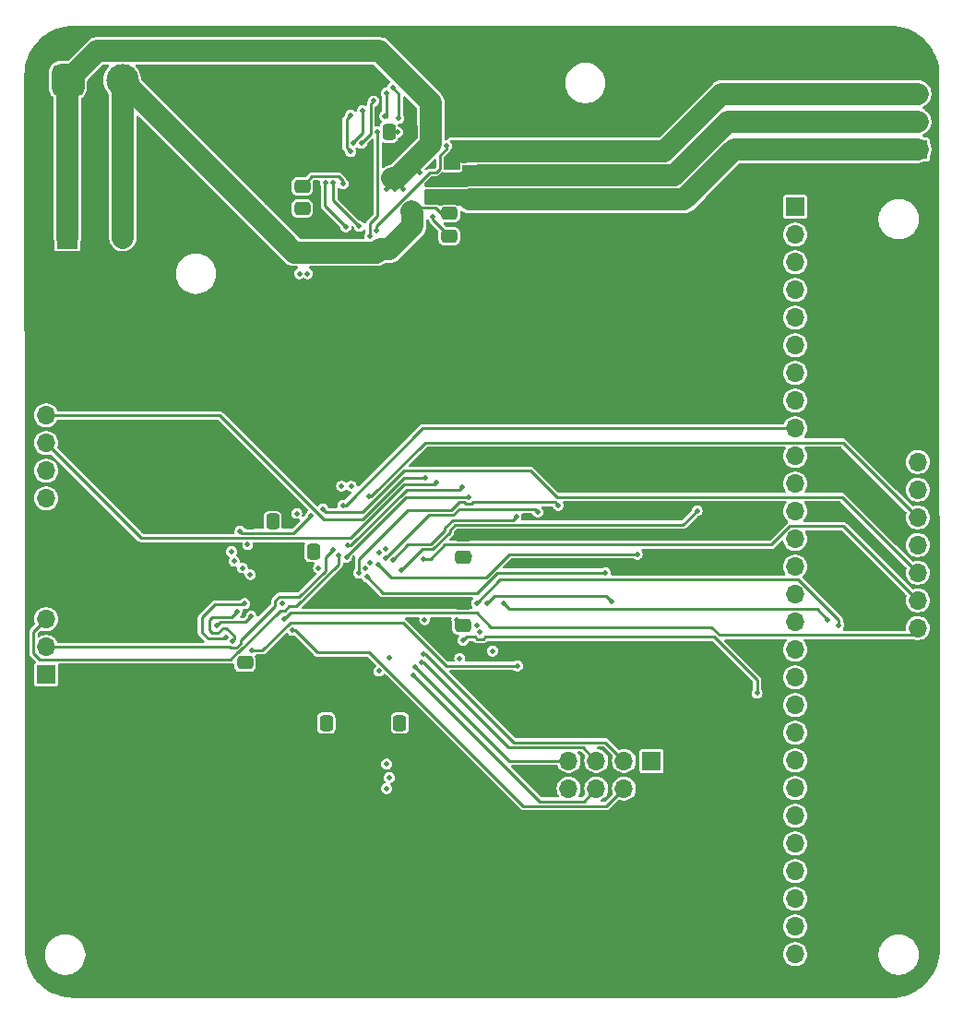
<source format=gbr>
%TF.GenerationSoftware,KiCad,Pcbnew,8.0.7*%
%TF.CreationDate,2025-04-02T17:47:29-05:00*%
%TF.ProjectId,FinalBoard,46696e61-6c42-46f6-9172-642e6b696361,rev?*%
%TF.SameCoordinates,Original*%
%TF.FileFunction,Copper,L4,Bot*%
%TF.FilePolarity,Positive*%
%FSLAX46Y46*%
G04 Gerber Fmt 4.6, Leading zero omitted, Abs format (unit mm)*
G04 Created by KiCad (PCBNEW 8.0.7) date 2025-04-02 17:47:29*
%MOMM*%
%LPD*%
G01*
G04 APERTURE LIST*
G04 Aperture macros list*
%AMRoundRect*
0 Rectangle with rounded corners*
0 $1 Rounding radius*
0 $2 $3 $4 $5 $6 $7 $8 $9 X,Y pos of 4 corners*
0 Add a 4 corners polygon primitive as box body*
4,1,4,$2,$3,$4,$5,$6,$7,$8,$9,$2,$3,0*
0 Add four circle primitives for the rounded corners*
1,1,$1+$1,$2,$3*
1,1,$1+$1,$4,$5*
1,1,$1+$1,$6,$7*
1,1,$1+$1,$8,$9*
0 Add four rect primitives between the rounded corners*
20,1,$1+$1,$2,$3,$4,$5,0*
20,1,$1+$1,$4,$5,$6,$7,0*
20,1,$1+$1,$6,$7,$8,$9,0*
20,1,$1+$1,$8,$9,$2,$3,0*%
G04 Aperture macros list end*
%TA.AperFunction,ComponentPad*%
%ADD10O,1.905000X2.000000*%
%TD*%
%TA.AperFunction,ComponentPad*%
%ADD11R,1.905000X2.000000*%
%TD*%
%TA.AperFunction,ComponentPad*%
%ADD12R,1.700000X1.700000*%
%TD*%
%TA.AperFunction,ComponentPad*%
%ADD13O,1.700000X1.700000*%
%TD*%
%TA.AperFunction,ComponentPad*%
%ADD14C,3.000000*%
%TD*%
%TA.AperFunction,ComponentPad*%
%ADD15RoundRect,0.750000X-0.750000X-0.750000X0.750000X-0.750000X0.750000X0.750000X-0.750000X0.750000X0*%
%TD*%
%TA.AperFunction,SMDPad,CuDef*%
%ADD16RoundRect,0.250000X0.337500X0.475000X-0.337500X0.475000X-0.337500X-0.475000X0.337500X-0.475000X0*%
%TD*%
%TA.AperFunction,SMDPad,CuDef*%
%ADD17RoundRect,0.250000X-0.337500X-0.475000X0.337500X-0.475000X0.337500X0.475000X-0.337500X0.475000X0*%
%TD*%
%TA.AperFunction,SMDPad,CuDef*%
%ADD18RoundRect,0.250000X-0.475000X0.337500X-0.475000X-0.337500X0.475000X-0.337500X0.475000X0.337500X0*%
%TD*%
%TA.AperFunction,SMDPad,CuDef*%
%ADD19RoundRect,0.250000X0.475000X-0.337500X0.475000X0.337500X-0.475000X0.337500X-0.475000X-0.337500X0*%
%TD*%
%TA.AperFunction,ViaPad*%
%ADD20C,0.500000*%
%TD*%
%TA.AperFunction,Conductor*%
%ADD21C,0.250000*%
%TD*%
%TA.AperFunction,Conductor*%
%ADD22C,2.000000*%
%TD*%
G04 APERTURE END LIST*
D10*
%TO.P,U4,3,VI*%
%TO.N,+BATT*%
X124540000Y-69945000D03*
%TO.P,U4,2,VO*%
%TO.N,+3V3*%
X122000000Y-69945000D03*
D11*
%TO.P,U4,1,GND*%
%TO.N,-BATT*%
X119460000Y-69945000D03*
%TD*%
D12*
%TO.P,J7,1,Pin_1*%
%TO.N,Net-(J7-Pin_1)*%
X186250000Y-67120000D03*
D13*
%TO.P,J7,2,Pin_2*%
%TO.N,Net-(J7-Pin_2)*%
X186250000Y-69660000D03*
%TO.P,J7,3,Pin_3*%
%TO.N,Net-(J7-Pin_3)*%
X186250000Y-72200000D03*
%TO.P,J7,4,Pin_4*%
%TO.N,Net-(J7-Pin_4)*%
X186250000Y-74740000D03*
%TO.P,J7,5,Pin_5*%
%TO.N,Net-(J7-Pin_5)*%
X186250000Y-77280000D03*
%TO.P,J7,6,Pin_6*%
%TO.N,Net-(J7-Pin_6)*%
X186250000Y-79820000D03*
%TO.P,J7,7,Pin_7*%
%TO.N,Net-(J7-Pin_7)*%
X186250000Y-82360000D03*
%TO.P,J7,8,Pin_8*%
%TO.N,Net-(J7-Pin_8)*%
X186250000Y-84900000D03*
%TO.P,J7,9,Pin_9*%
%TO.N,Net-(J7-Pin_9)*%
X186250000Y-87440000D03*
%TO.P,J7,10,Pin_10*%
%TO.N,Net-(J7-Pin_10)*%
X186250000Y-89980000D03*
%TO.P,J7,11,Pin_11*%
%TO.N,Net-(J7-Pin_11)*%
X186250000Y-92520000D03*
%TO.P,J7,12,Pin_12*%
%TO.N,Net-(J7-Pin_12)*%
X186250000Y-95060000D03*
%TO.P,J7,13,Pin_13*%
%TO.N,Net-(J7-Pin_13)*%
X186250000Y-97600000D03*
%TO.P,J7,14,Pin_14*%
%TO.N,/C_14*%
X186250000Y-100140000D03*
%TO.P,J7,15,Pin_15*%
%TO.N,/C_15*%
X186250000Y-102680000D03*
%TO.P,J7,16,Pin_16*%
%TO.N,/C_16*%
X186250000Y-105220000D03*
%TO.P,J7,17,Pin_17*%
%TO.N,Net-(J7-Pin_17)*%
X186250000Y-107760000D03*
%TO.P,J7,18,Pin_18*%
%TO.N,Net-(J7-Pin_18)*%
X186250000Y-110300000D03*
%TO.P,J7,19,Pin_19*%
%TO.N,Net-(J7-Pin_19)*%
X186250000Y-112840000D03*
%TO.P,J7,20,Pin_20*%
%TO.N,Net-(J7-Pin_20)*%
X186250000Y-115380000D03*
%TO.P,J7,21,Pin_21*%
%TO.N,Net-(J7-Pin_21)*%
X186250000Y-117920000D03*
%TO.P,J7,22,Pin_22*%
%TO.N,Net-(J7-Pin_22)*%
X186250000Y-120460000D03*
%TO.P,J7,23,Pin_23*%
%TO.N,Net-(J7-Pin_23)*%
X186250000Y-123000000D03*
%TO.P,J7,24,Pin_24*%
%TO.N,Net-(J7-Pin_24)*%
X186250000Y-125540000D03*
%TO.P,J7,25,Pin_25*%
%TO.N,Net-(J7-Pin_25)*%
X186250000Y-128080000D03*
%TO.P,J7,26,Pin_26*%
%TO.N,Net-(J7-Pin_26)*%
X186250000Y-130620000D03*
%TO.P,J7,27,Pin_27*%
%TO.N,Net-(J7-Pin_27)*%
X186250000Y-133160000D03*
%TO.P,J7,28,Pin_28*%
%TO.N,Net-(J7-Pin_28)*%
X186250000Y-135700000D03*
%TD*%
%TO.P,J6,3,Pin_3*%
%TO.N,/UART_TX*%
X117500000Y-104955000D03*
%TO.P,J6,2,Pin_2*%
%TO.N,/UART_RX*%
X117500000Y-107495000D03*
D12*
%TO.P,J6,1,Pin_1*%
%TO.N,-BATT*%
X117500000Y-110035000D03*
%TD*%
D13*
%TO.P,J5,5,Pin_5*%
%TO.N,/SWCLK*%
X117500000Y-86250000D03*
%TO.P,J5,4,Pin_4*%
%TO.N,/SWDIO*%
X117500000Y-88790000D03*
%TO.P,J5,3,Pin_3*%
%TO.N,/NRST*%
X117500000Y-91330000D03*
%TO.P,J5,2,Pin_2*%
%TO.N,-BATT*%
X117500000Y-93870000D03*
D12*
%TO.P,J5,1,Pin_1*%
%TO.N,+3V3*%
X117500000Y-96410000D03*
%TD*%
%TO.P,J4,1,Pin_1*%
%TO.N,+3V3*%
X197500000Y-88000000D03*
D13*
%TO.P,J4,2,Pin_2*%
%TO.N,-BATT*%
X197500000Y-90540000D03*
%TO.P,J4,3,Pin_3*%
%TO.N,/ENC_U*%
X197500000Y-93080000D03*
%TO.P,J4,4,Pin_4*%
%TO.N,/ENC_V*%
X197500000Y-95620000D03*
%TO.P,J4,5,Pin_5*%
%TO.N,/ENC_W*%
X197500000Y-98160000D03*
%TO.P,J4,6,Pin_6*%
%TO.N,/ENC_SDA{slash}DO*%
X197500000Y-100700000D03*
%TO.P,J4,7,Pin_7*%
%TO.N,/ENC_SCL{slash}CLK*%
X197500000Y-103240000D03*
%TO.P,J4,8,Pin_8*%
%TO.N,/ENC_VDD{slash}CSN*%
X197500000Y-105780000D03*
%TD*%
D12*
%TO.P,J3,1,Pin_1*%
%TO.N,/OUTA*%
X197500000Y-61830000D03*
D13*
%TO.P,J3,2,Pin_2*%
%TO.N,/OUTB*%
X197500000Y-59290000D03*
%TO.P,J3,3,Pin_3*%
%TO.N,/OUTC*%
X197500000Y-56750000D03*
%TD*%
D12*
%TO.P,J2,1,Pin_1*%
%TO.N,-BATT*%
X173080000Y-117960000D03*
D13*
%TO.P,J2,2,Pin_2*%
%TO.N,+3V3*%
X173080000Y-120500000D03*
%TO.P,J2,3,Pin_3*%
%TO.N,/NRF_CE*%
X170540000Y-117960000D03*
%TO.P,J2,4,Pin_4*%
%TO.N,/NRF_CSN*%
X170540000Y-120500000D03*
%TO.P,J2,5,Pin_5*%
%TO.N,/NRF_SCK*%
X168000000Y-117960000D03*
%TO.P,J2,6,Pin_6*%
%TO.N,/NRF_MOSI*%
X168000000Y-120500000D03*
%TO.P,J2,7,Pin_7*%
%TO.N,/NRF_MISO*%
X165460000Y-117960000D03*
%TO.P,J2,8,Pin_8*%
%TO.N,/NRF_IRQ*%
X165460000Y-120500000D03*
%TD*%
D14*
%TO.P,J1,2,Pin_2*%
%TO.N,+BATT*%
X124500000Y-55500000D03*
D15*
%TO.P,J1,1,Pin_1*%
%TO.N,-BATT*%
X119500000Y-55500000D03*
%TD*%
D16*
%TO.P,C16,1*%
%TO.N,+3V3*%
X152037500Y-114500000D03*
%TO.P,C16,2*%
%TO.N,-BATT*%
X149962500Y-114500000D03*
%TD*%
%TO.P,C15,1*%
%TO.N,+3V3*%
X145287500Y-114500000D03*
%TO.P,C15,2*%
%TO.N,-BATT*%
X143212500Y-114500000D03*
%TD*%
D17*
%TO.P,C14,1*%
%TO.N,+3V3*%
X139962500Y-98750000D03*
%TO.P,C14,2*%
%TO.N,-BATT*%
X142037500Y-98750000D03*
%TD*%
%TO.P,C13,1*%
%TO.N,+3V3*%
X136212500Y-96000000D03*
%TO.P,C13,2*%
%TO.N,-BATT*%
X138287500Y-96000000D03*
%TD*%
D18*
%TO.P,C12,1*%
%TO.N,+3V3*%
X155750000Y-97212500D03*
%TO.P,C12,2*%
%TO.N,-BATT*%
X155750000Y-99287500D03*
%TD*%
%TO.P,C9,1*%
%TO.N,+3V3*%
X155750000Y-103462500D03*
%TO.P,C9,2*%
%TO.N,-BATT*%
X155750000Y-105537500D03*
%TD*%
D19*
%TO.P,C8,1*%
%TO.N,+3V3*%
X135750000Y-111037500D03*
%TO.P,C8,2*%
%TO.N,-BATT*%
X135750000Y-108962500D03*
%TD*%
D16*
%TO.P,C6,1*%
%TO.N,+3V3*%
X151037500Y-60250000D03*
%TO.P,C6,2*%
%TO.N,-BATT*%
X148962500Y-60250000D03*
%TD*%
D18*
%TO.P,C4,1*%
%TO.N,+BATT*%
X154500000Y-67712500D03*
%TO.P,C4,2*%
%TO.N,Net-(U1-CP)*%
X154500000Y-69787500D03*
%TD*%
%TO.P,C3,1*%
%TO.N,Net-(U1-VREF_ILIM)*%
X141000000Y-65212500D03*
%TO.P,C3,2*%
%TO.N,-BATT*%
X141000000Y-67287500D03*
%TD*%
D20*
%TO.N,/BOOT*%
X135304987Y-96881883D03*
X141771382Y-95478618D03*
%TO.N,+BATT*%
X151500000Y-68250000D03*
X150643135Y-67663674D03*
X151248268Y-67678818D03*
X151250000Y-67057600D03*
X150633521Y-67057600D03*
%TO.N,-BATT*%
X151750000Y-64000000D03*
X151750000Y-63250000D03*
X151000000Y-63250000D03*
X150250000Y-63250000D03*
X150250000Y-65500000D03*
X148750000Y-65500000D03*
X149500000Y-65500000D03*
X148750000Y-64750000D03*
X149500000Y-64750000D03*
X150250000Y-64750000D03*
X151000000Y-64000000D03*
X150250000Y-64000000D03*
X149500000Y-64000000D03*
X148750000Y-64000000D03*
%TO.N,Net-(J7-Pin_1)*%
X152250000Y-105000000D03*
%TO.N,Net-(J7-Pin_2)*%
X157000000Y-105500000D03*
%TO.N,-BATT*%
X155211099Y-105000012D03*
%TO.N,Net-(J7-Pin_3)*%
X157335412Y-106170823D03*
%TO.N,Net-(J7-Pin_4)*%
X155769730Y-106903614D03*
X182750000Y-111750000D03*
%TO.N,Net-(J7-Pin_5)*%
X157000000Y-103500000D03*
X190250000Y-105500000D03*
%TO.N,Net-(J7-Pin_6)*%
X159488842Y-103490878D03*
X189250000Y-105000000D03*
%TO.N,Net-(J7-Pin_7)*%
X155468870Y-108561522D03*
%TO.N,Net-(J7-Pin_8)*%
X158472155Y-107874380D03*
%TO.N,Net-(J7-Pin_10)*%
X144625000Y-92750000D03*
%TO.N,Net-(J7-Pin_11)*%
X145500000Y-92750000D03*
%TO.N,Net-(J7-Pin_12)*%
X146775000Y-100264175D03*
%TO.N,Net-(J7-Pin_13)*%
X147250000Y-99750000D03*
%TO.N,/C_14*%
X148107158Y-98868411D03*
%TO.N,/C_15*%
X148696360Y-98490466D03*
%TO.N,/C_16*%
X149000000Y-108500000D03*
%TO.N,Net-(J7-Pin_17)*%
X148031232Y-109718769D03*
%TO.N,Net-(J7-Pin_18)*%
X136000000Y-98125000D03*
%TO.N,Net-(J7-Pin_19)*%
X142500000Y-100250000D03*
%TO.N,/NRF_IRQ*%
X157943759Y-103534961D03*
X169375000Y-103375000D03*
%TO.N,Net-(J7-Pin_20)*%
X140500000Y-95250000D03*
%TO.N,Net-(J7-Pin_21)*%
X139148124Y-103530290D03*
%TO.N,Net-(J7-Pin_22)*%
X148750000Y-118250000D03*
%TO.N,Net-(J7-Pin_23)*%
X149000000Y-119500000D03*
%TO.N,Net-(J7-Pin_24)*%
X148750000Y-120500000D03*
%TO.N,Net-(J7-Pin_25)*%
X136250000Y-100875000D03*
%TO.N,Net-(J7-Pin_26)*%
X135500000Y-100250000D03*
%TO.N,Net-(J7-Pin_27)*%
X134750000Y-99625000D03*
%TO.N,Net-(J7-Pin_28)*%
X134500000Y-98750000D03*
%TO.N,Net-(U5-PF1)*%
X135000000Y-104250000D03*
X134627566Y-106943415D03*
%TO.N,Net-(U5-PF0)*%
X135716453Y-103537875D03*
X133992609Y-106626493D03*
%TO.N,+3V3*%
X125750000Y-124725000D03*
X128250000Y-106750000D03*
%TO.N,/OUTC*%
X174375000Y-61875000D03*
%TO.N,/OUTB*%
X170750000Y-64250000D03*
%TO.N,/OUTA*%
X164750000Y-66450000D03*
%TO.N,/OUTC*%
X154707172Y-62465528D03*
X153000000Y-63250000D03*
X155000000Y-63250000D03*
X154309018Y-63220491D03*
%TO.N,/OUTB*%
X155000000Y-64750000D03*
X154250000Y-64750000D03*
X153500000Y-64750000D03*
X152750000Y-64750000D03*
%TO.N,/OUTA*%
X155000000Y-66250000D03*
X154250000Y-66250000D03*
X153500000Y-66250000D03*
X152750000Y-66250000D03*
%TO.N,-BATT*%
X141500000Y-73250000D03*
X140750000Y-73250000D03*
%TO.N,+3V3*%
X151250000Y-59750000D03*
X136000000Y-62000000D03*
X137250000Y-62000000D03*
X136000000Y-61000000D03*
X137750000Y-60250000D03*
X136750000Y-60250000D03*
X137750000Y-61250000D03*
X136625000Y-61375000D03*
X137250000Y-60750000D03*
%TO.N,-BATT*%
X141000000Y-67287500D03*
%TO.N,/DRVOFF*%
X154286031Y-61522713D03*
X147782640Y-69335030D03*
%TO.N,Net-(U1-CP)*%
X153000000Y-68000000D03*
%TO.N,Net-(U1-VREF_ILIM)*%
X144750000Y-65000000D03*
%TO.N,/ENC_U*%
X160750000Y-109250000D03*
X136411676Y-107825000D03*
%TO.N,/ENC_VDD{slash}CSN*%
X139361083Y-104934321D03*
%TO.N,/NRST*%
X133125000Y-105558631D03*
X136332468Y-104675792D03*
%TO.N,/NRF_CSN*%
X140091909Y-105975793D03*
%TO.N,/NRF_CE*%
X152136891Y-108175000D03*
%TO.N,/NRF_SCK*%
X151963192Y-108904611D03*
%TO.N,/NRF_MISO*%
X151361943Y-109352945D03*
%TO.N,/NRF_MOSI*%
X151234089Y-110091970D03*
%TO.N,-BATT*%
X142000000Y-98750000D03*
%TO.N,+3V3*%
X139962500Y-98750000D03*
%TO.N,/INLA*%
X147925000Y-60250000D03*
%TO.N,/INHA*%
X149875000Y-59000000D03*
%TO.N,/INLA*%
X147202076Y-69795412D03*
%TO.N,/SCLK*%
X143130487Y-64925000D03*
X145000000Y-68950000D03*
%TO.N,/SCS_N*%
X143865674Y-64925000D03*
X146243327Y-68900023D03*
%TO.N,/SLEEP_N*%
X145077552Y-99268146D03*
X156250000Y-93750000D03*
%TO.N,/FAULT_N*%
X155644103Y-92846655D03*
X145197812Y-98168304D03*
%TO.N,/SOA*%
X164500000Y-94500000D03*
X146200000Y-100717540D03*
%TO.N,-BATT*%
X135875000Y-108962500D03*
%TO.N,/VSEN_A*%
X168825406Y-100690000D03*
X146925449Y-101069163D03*
%TO.N,-BATT*%
X156375000Y-99200183D03*
%TO.N,/VSEN_B*%
X171750000Y-99000000D03*
X147980864Y-99917691D03*
%TO.N,/SOB*%
X162614833Y-95125000D03*
X148621999Y-99342692D03*
%TO.N,/SOC*%
X149313229Y-99500000D03*
X160640769Y-95540642D03*
%TO.N,/VSEN_C*%
X177250000Y-95000000D03*
X150085310Y-100491986D03*
%TO.N,+3V3*%
X135875000Y-111037500D03*
X145125000Y-114500000D03*
%TO.N,-BATT*%
X143212500Y-114500000D03*
%TO.N,+3V3*%
X155750000Y-103462500D03*
%TO.N,-BATT*%
X149962500Y-114500000D03*
%TO.N,+3V3*%
X152037500Y-114500000D03*
%TO.N,/SDO*%
X145452759Y-62047241D03*
X145453338Y-58703338D03*
%TO.N,/INLC*%
X145689378Y-61272338D03*
X146521536Y-58271536D03*
%TO.N,+3V3*%
X150713026Y-60574474D03*
%TO.N,-BATT*%
X149749997Y-60250003D03*
%TO.N,/INHA*%
X149293994Y-56154025D03*
%TO.N,/INHB*%
X148754468Y-56675000D03*
X148581376Y-58784740D03*
%TO.N,/INHC*%
X147564798Y-57397153D03*
X146439354Y-61266068D03*
%TO.N,-BATT*%
X138287500Y-96000000D03*
%TO.N,+3V3*%
X136212500Y-96000000D03*
X155750000Y-97212500D03*
%TO.N,/SWDIO*%
X153309967Y-92425000D03*
%TO.N,/SWCLK*%
X152301617Y-91975000D03*
%TO.N,/ENC_SCL{slash}CLK*%
X152133882Y-99409190D03*
%TO.N,/ENC_V*%
X147126185Y-93702439D03*
%TO.N,Net-(J7-Pin_9)*%
X144750000Y-94500000D03*
%TO.N,/UART_TX*%
X144347274Y-99097274D03*
%TO.N,/UART_RX*%
X143816942Y-98566942D03*
%TO.N,/ENC_SDA{slash}DO*%
X142884764Y-94829722D03*
%TO.N,-BATT*%
X118750000Y-62500000D03*
X119500000Y-62500000D03*
X120250000Y-62500000D03*
X120250000Y-61750000D03*
X119500000Y-61750000D03*
X118750000Y-61750000D03*
X118750000Y-61000000D03*
X119500000Y-61000000D03*
X120250000Y-61000000D03*
%TO.N,+BATT*%
X125250000Y-62500000D03*
X124500000Y-62500000D03*
X123750000Y-62500000D03*
X123750000Y-61750000D03*
X124500000Y-61750000D03*
X125250000Y-61750000D03*
X125250000Y-61000000D03*
X124500000Y-61000000D03*
X123750000Y-61000000D03*
%TD*%
D21*
%TO.N,/ENC_SDA{slash}DO*%
X150354416Y-91350000D02*
X146579416Y-95125000D01*
X161986396Y-91350000D02*
X150354416Y-91350000D01*
%TO.N,/SWCLK*%
X133426648Y-86250000D02*
X142976648Y-95800000D01*
%TO.N,/ENC_SDA{slash}DO*%
X190541116Y-93741116D02*
X164377512Y-93741116D01*
%TO.N,/SWCLK*%
X117500000Y-86250000D02*
X133426648Y-86250000D01*
%TO.N,/ENC_SDA{slash}DO*%
X197500000Y-100700000D02*
X190541116Y-93741116D01*
X143180042Y-95125000D02*
X142884764Y-94829722D01*
%TO.N,/SWDIO*%
X117500000Y-88790000D02*
X126210000Y-97500000D01*
X153134967Y-92600000D02*
X153309967Y-92425000D01*
%TO.N,/ENC_SDA{slash}DO*%
X164377512Y-93741116D02*
X161986396Y-91350000D01*
%TO.N,/SWCLK*%
X150365812Y-91975000D02*
X152301617Y-91975000D01*
X142976648Y-95800000D02*
X146540812Y-95800000D01*
%TO.N,/ENC_SDA{slash}DO*%
X146579416Y-95125000D02*
X143180042Y-95125000D01*
%TO.N,/SWDIO*%
X126210000Y-97500000D02*
X145477208Y-97500000D01*
%TO.N,/SWCLK*%
X146540812Y-95800000D02*
X150365812Y-91975000D01*
%TO.N,/SWDIO*%
X145477208Y-97500000D02*
X150377208Y-92600000D01*
X150377208Y-92600000D02*
X153134967Y-92600000D01*
%TO.N,/BOOT*%
X135473104Y-97050000D02*
X140200000Y-97050000D01*
X135304987Y-96881883D02*
X135473104Y-97050000D01*
X140200000Y-97050000D02*
X141771382Y-95478618D01*
%TO.N,/NRST*%
X133125000Y-105558631D02*
X133483631Y-105200000D01*
%TO.N,Net-(U5-PF0)*%
X135629328Y-103625000D02*
X135716453Y-103537875D01*
X131800000Y-106186396D02*
X131800000Y-104813604D01*
X131800000Y-104813604D02*
X132988604Y-103625000D01*
X132363604Y-106750000D02*
X131800000Y-106186396D01*
%TO.N,/ENC_U*%
X137354289Y-107825000D02*
X136411676Y-107825000D01*
X154224800Y-109250000D02*
X150224800Y-105250000D01*
%TO.N,/NRST*%
X135808260Y-105200000D02*
X136332468Y-104675792D01*
%TO.N,Net-(U5-PF0)*%
X133992609Y-106626493D02*
X133869102Y-106750000D01*
%TO.N,/NRST*%
X133483631Y-105200000D02*
X135808260Y-105200000D01*
%TO.N,Net-(U5-PF0)*%
X132988604Y-103625000D02*
X135629328Y-103625000D01*
%TO.N,/ENC_U*%
X150224800Y-105250000D02*
X139929289Y-105250000D01*
X160750000Y-109250000D02*
X154224800Y-109250000D01*
%TO.N,Net-(U5-PF0)*%
X133869102Y-106750000D02*
X132363604Y-106750000D01*
%TO.N,/ENC_U*%
X139929289Y-105250000D02*
X137354289Y-107825000D01*
%TO.N,Net-(J7-Pin_6)*%
X160042964Y-104045000D02*
X159488842Y-103490878D01*
%TO.N,/ENC_VDD{slash}CSN*%
X139920404Y-104375000D02*
X139361083Y-104934321D01*
%TO.N,/NRF_IRQ*%
X168865878Y-102865878D02*
X158612842Y-102865878D01*
%TO.N,Net-(J7-Pin_6)*%
X188295000Y-104045000D02*
X160042964Y-104045000D01*
%TO.N,/ENC_VDD{slash}CSN*%
X158309995Y-105676111D02*
X157008884Y-104375000D01*
%TO.N,/NRF_IRQ*%
X169375000Y-103375000D02*
X168865878Y-102865878D01*
X158612842Y-102865878D02*
X157943759Y-103534961D01*
%TO.N,/ENC_VDD{slash}CSN*%
X197500000Y-105780000D02*
X196885000Y-106395000D01*
%TO.N,Net-(J7-Pin_6)*%
X189250000Y-105000000D02*
X188295000Y-104045000D01*
%TO.N,/ENC_VDD{slash}CSN*%
X196885000Y-106395000D02*
X179281396Y-106395000D01*
X157008884Y-104375000D02*
X139920404Y-104375000D01*
X178562507Y-105676111D02*
X158309995Y-105676111D01*
X179281396Y-106395000D02*
X178562507Y-105676111D01*
%TO.N,/UART_TX*%
X116325000Y-106130000D02*
X116325000Y-108075000D01*
X135054900Y-108025000D02*
X135145280Y-108025000D01*
%TO.N,/UART_RX*%
X134441116Y-107575000D02*
X134958884Y-107575000D01*
X138523124Y-103726876D02*
X138523124Y-103271406D01*
%TO.N,/UART_TX*%
X117500000Y-104955000D02*
X116325000Y-106130000D01*
X144347274Y-99923006D02*
X144347274Y-99097274D01*
%TO.N,/UART_RX*%
X135325000Y-107208884D02*
X135325000Y-106925000D01*
%TO.N,/UART_TX*%
X134409900Y-108670000D02*
X135054900Y-108025000D01*
%TO.N,/UART_RX*%
X138523124Y-103271406D02*
X138889240Y-102905290D01*
X117500000Y-107495000D02*
X134361116Y-107495000D01*
X143125000Y-99258884D02*
X143816942Y-98566942D01*
%TO.N,/UART_TX*%
X135145280Y-108025000D02*
X139014990Y-104155290D01*
X116920000Y-108670000D02*
X134409900Y-108670000D01*
X139773124Y-103789174D02*
X140481106Y-103789174D01*
%TO.N,/UART_RX*%
X140728594Y-102905290D02*
X143125000Y-100508884D01*
%TO.N,/SLEEP_N*%
X156250000Y-93750000D02*
X150500000Y-93750000D01*
%TO.N,/UART_TX*%
X140481106Y-103789174D02*
X144347274Y-99923006D01*
%TO.N,/SLEEP_N*%
X150500000Y-93750000D02*
X145077552Y-99172448D01*
X145077552Y-99172448D02*
X145077552Y-99268146D01*
%TO.N,/UART_TX*%
X139407008Y-104155290D02*
X139773124Y-103789174D01*
X116325000Y-108075000D02*
X116920000Y-108670000D01*
%TO.N,/UART_RX*%
X134958884Y-107575000D02*
X135325000Y-107208884D01*
X135325000Y-106925000D02*
X138523124Y-103726876D01*
X143125000Y-100508884D02*
X143125000Y-99258884D01*
X138889240Y-102905290D02*
X140728594Y-102905290D01*
X134361116Y-107495000D02*
X134441116Y-107575000D01*
%TO.N,/UART_TX*%
X139014990Y-104155290D02*
X139407008Y-104155290D01*
%TO.N,Net-(J7-Pin_4)*%
X157076528Y-106795823D02*
X156855705Y-106575000D01*
X178825000Y-106575000D02*
X157815119Y-106575000D01*
X156098344Y-106575000D02*
X155769730Y-106903614D01*
X157594296Y-106795823D02*
X157076528Y-106795823D01*
X182750000Y-110500000D02*
X178825000Y-106575000D01*
X157815119Y-106575000D02*
X157594296Y-106795823D01*
X156855705Y-106575000D02*
X156098344Y-106575000D01*
X182750000Y-111750000D02*
X182750000Y-110500000D01*
%TO.N,Net-(J7-Pin_5)*%
X186546701Y-101315000D02*
X159185000Y-101315000D01*
X190250000Y-105500000D02*
X190250000Y-105018299D01*
X190250000Y-105018299D02*
X186546701Y-101315000D01*
%TO.N,/VSEN_A*%
X148406286Y-102550000D02*
X157063604Y-102550000D01*
%TO.N,Net-(J7-Pin_5)*%
X159185000Y-101315000D02*
X157000000Y-103500000D01*
%TO.N,/VSEN_B*%
X157860222Y-101116986D02*
X159977208Y-99000000D01*
X159977208Y-99000000D02*
X171750000Y-99000000D01*
%TO.N,/VSEN_A*%
X146925449Y-101069163D02*
X148406286Y-102550000D01*
X158923604Y-100690000D02*
X168825406Y-100690000D01*
%TO.N,/VSEN_B*%
X147980864Y-99917691D02*
X149180159Y-101116986D01*
X149180159Y-101116986D02*
X157860222Y-101116986D01*
%TO.N,/VSEN_A*%
X157063604Y-102550000D02*
X158923604Y-100690000D01*
%TO.N,Net-(J7-Pin_9)*%
X144979720Y-94500000D02*
X152039720Y-87440000D01*
X144750000Y-94500000D02*
X144979720Y-94500000D01*
X152039720Y-87440000D02*
X186250000Y-87440000D01*
%TO.N,/SOB*%
X148621999Y-99342692D02*
X148657308Y-99342692D01*
X152600000Y-95400000D02*
X154872792Y-95400000D01*
X148657308Y-99342692D02*
X152600000Y-95400000D01*
X154872792Y-95400000D02*
X155400000Y-94872792D01*
X155400000Y-94872792D02*
X162362625Y-94872792D01*
X162362625Y-94872792D02*
X162614833Y-95125000D01*
%TO.N,/SOA*%
X150651563Y-94950000D02*
X154686396Y-94950000D01*
X155816116Y-94200000D02*
X155991116Y-94375000D01*
X156683884Y-94200000D02*
X164200000Y-94200000D01*
X146200000Y-99401563D02*
X150651563Y-94950000D01*
X154686396Y-94950000D02*
X155436396Y-94200000D01*
X155991116Y-94375000D02*
X156508884Y-94375000D01*
X156508884Y-94375000D02*
X156683884Y-94200000D01*
X146200000Y-100717540D02*
X146200000Y-99401563D01*
X155436396Y-94200000D02*
X155816116Y-94200000D01*
X164200000Y-94200000D02*
X164500000Y-94500000D01*
%TO.N,/SOC*%
X149313229Y-99500000D02*
X150713229Y-98100000D01*
X160331411Y-95850000D02*
X160640769Y-95540642D01*
X154100000Y-96809188D02*
X154100000Y-96593504D01*
X152809188Y-98100000D02*
X154100000Y-96809188D01*
X154100000Y-96593504D02*
X154843504Y-95850000D01*
X154843504Y-95850000D02*
X160331411Y-95850000D01*
X150713229Y-98100000D02*
X152809188Y-98100000D01*
%TO.N,Net-(U5-PF1)*%
X134757679Y-106500000D02*
X134757679Y-106813302D01*
X133750000Y-105750000D02*
X134007679Y-105750000D01*
X135000000Y-104250000D02*
X134500000Y-104750000D01*
X132750000Y-106250000D02*
X133250000Y-106250000D01*
X134757679Y-106813302D02*
X134627566Y-106943415D01*
X132500000Y-105000000D02*
X132500000Y-106000000D01*
X134500000Y-104750000D02*
X132750000Y-104750000D01*
X132500000Y-106000000D02*
X132750000Y-106250000D01*
X134007679Y-105750000D02*
X134757679Y-106500000D01*
X133250000Y-106250000D02*
X133750000Y-105750000D01*
X132750000Y-104750000D02*
X132500000Y-105000000D01*
D22*
%TO.N,/OUTC*%
X174375000Y-61875000D02*
X174250000Y-62000000D01*
%TO.N,/OUTB*%
X170750000Y-64250000D02*
X157250000Y-64250000D01*
%TO.N,/OUTA*%
X164750000Y-66450000D02*
X176022540Y-66450000D01*
%TO.N,-BATT*%
X152825000Y-61332538D02*
X149657538Y-64500000D01*
X149657538Y-64500000D02*
X149250000Y-64500000D01*
X122200000Y-52800000D02*
X148061290Y-52800000D01*
X148061290Y-52800000D02*
X152825000Y-57563710D01*
X152825000Y-57563710D02*
X152825000Y-61332538D01*
X119500000Y-55500000D02*
X122200000Y-52800000D01*
D21*
%TO.N,/DRVOFF*%
X154286031Y-61522713D02*
X154286031Y-61745340D01*
X153311916Y-63938084D02*
X152688084Y-63938084D01*
X154286031Y-61745340D02*
X153625000Y-62406371D01*
X153625000Y-62406371D02*
X153625000Y-63625000D01*
X153625000Y-63625000D02*
X153311916Y-63938084D01*
X152688084Y-63938084D02*
X147782640Y-68843528D01*
X147782640Y-68843528D02*
X147782640Y-69335030D01*
D22*
%TO.N,/OUTA*%
X176022540Y-66450000D02*
X180642540Y-61830000D01*
X180642540Y-61830000D02*
X197500000Y-61830000D01*
%TO.N,/OUTB*%
X174661270Y-64200000D02*
X174611270Y-64250000D01*
X175161270Y-64200000D02*
X174661270Y-64200000D01*
X197500000Y-59290000D02*
X180071270Y-59290000D01*
%TO.N,/OUTC*%
X179500000Y-56750000D02*
X174375000Y-61875000D01*
%TO.N,/OUTB*%
X180071270Y-59290000D02*
X175161270Y-64200000D01*
%TO.N,/OUTA*%
X156338730Y-66450000D02*
X164750000Y-66450000D01*
%TO.N,/OUTC*%
X155861075Y-62000000D02*
X155861075Y-62068988D01*
X197500000Y-56750000D02*
X179500000Y-56750000D01*
%TO.N,/OUTB*%
X174611270Y-64250000D02*
X170750000Y-64250000D01*
%TO.N,/OUTC*%
X174250000Y-62000000D02*
X155861075Y-62000000D01*
D21*
%TO.N,Net-(U1-CP)*%
X153000000Y-68000000D02*
X153000000Y-68287500D01*
X153000000Y-68287500D02*
X154500000Y-69787500D01*
%TO.N,+BATT*%
X153000000Y-67212500D02*
X151287500Y-67212500D01*
X153000000Y-67212500D02*
X153250000Y-67212500D01*
X153750000Y-67712500D02*
X154500000Y-67712500D01*
X153250000Y-67212500D02*
X153750000Y-67712500D01*
X151287500Y-67212500D02*
X151000000Y-67500000D01*
D22*
X151125000Y-68900830D02*
X151125000Y-67625000D01*
X147823397Y-71295412D02*
X148111181Y-71007628D01*
X124500000Y-55500000D02*
X140295412Y-71295412D01*
X151125000Y-67625000D02*
X151000000Y-67500000D01*
X140295412Y-71295412D02*
X147823397Y-71295412D01*
D21*
%TO.N,/INLA*%
X147925000Y-60250000D02*
X147925000Y-67941116D01*
X147202076Y-68664040D02*
X147202076Y-69795412D01*
D22*
%TO.N,+BATT*%
X149018202Y-71007628D02*
X151125000Y-68900830D01*
X148111181Y-71007628D02*
X149018202Y-71007628D01*
D21*
%TO.N,/INLA*%
X147925000Y-67941116D02*
X147202076Y-68664040D01*
%TO.N,Net-(U1-VREF_ILIM)*%
X144750000Y-64750000D02*
X144750000Y-65000000D01*
%TO.N,/SCLK*%
X145000000Y-68950000D02*
X143079177Y-67029177D01*
%TO.N,/SCS_N*%
X143865674Y-66522370D02*
X143865674Y-64925000D01*
X146243327Y-68900023D02*
X143865674Y-66522370D01*
%TO.N,/SCLK*%
X143079177Y-67029177D02*
X143079177Y-64976310D01*
X143079177Y-64976310D02*
X143130487Y-64925000D01*
%TO.N,Net-(U1-VREF_ILIM)*%
X141000000Y-65212500D02*
X141912500Y-64300000D01*
X141912500Y-64300000D02*
X144300000Y-64300000D01*
X144300000Y-64300000D02*
X144750000Y-64750000D01*
%TO.N,/NRF_CE*%
X168830000Y-116250000D02*
X160411627Y-116250000D01*
%TO.N,/NRF_SCK*%
X159950000Y-116700000D02*
X152154611Y-108904611D01*
X168000000Y-117960000D02*
X166740000Y-116700000D01*
%TO.N,/NRF_MOSI*%
X166825000Y-121675000D02*
X162817119Y-121675000D01*
%TO.N,/NRF_CSN*%
X140339397Y-105975793D02*
X140091909Y-105975793D01*
%TO.N,/NRF_MOSI*%
X162817119Y-121675000D02*
X151234089Y-110091970D01*
%TO.N,/NRF_MISO*%
X165460000Y-117960000D02*
X159968998Y-117960000D01*
X159968998Y-117960000D02*
X151361943Y-109352945D01*
%TO.N,/NRF_CE*%
X160411627Y-116250000D02*
X152336627Y-108175000D01*
%TO.N,/NRF_MOSI*%
X168000000Y-120500000D02*
X166825000Y-121675000D01*
%TO.N,/NRF_CE*%
X152336627Y-108175000D02*
X152136891Y-108175000D01*
%TO.N,/NRF_SCK*%
X152154611Y-108904611D02*
X151963192Y-108904611D01*
X166740000Y-116700000D02*
X159950000Y-116700000D01*
%TO.N,/NRF_CSN*%
X170540000Y-120500000D02*
X168915000Y-122125000D01*
X147170100Y-108000000D02*
X142363604Y-108000000D01*
X161295100Y-122125000D02*
X147170100Y-108000000D01*
X168915000Y-122125000D02*
X161295100Y-122125000D01*
%TO.N,/NRF_CE*%
X170540000Y-117960000D02*
X168830000Y-116250000D01*
%TO.N,/NRF_CSN*%
X142363604Y-108000000D02*
X140339397Y-105975793D01*
%TO.N,/VSEN_C*%
X154550000Y-96779900D02*
X154550000Y-96995584D01*
X175950000Y-96300000D02*
X155029900Y-96300000D01*
X152027296Y-98550000D02*
X150085310Y-100491986D01*
X152995584Y-98550000D02*
X152027296Y-98550000D01*
X155029900Y-96300000D02*
X154550000Y-96779900D01*
X154550000Y-96995584D02*
X152995584Y-98550000D01*
X177250000Y-95000000D02*
X175950000Y-96300000D01*
%TO.N,-BATT*%
X142037500Y-98750000D02*
X142000000Y-98750000D01*
%TO.N,/SDO*%
X145453338Y-58703338D02*
X145064378Y-59092298D01*
X145064378Y-61658860D02*
X145452759Y-62047241D01*
%TO.N,/INHC*%
X147564798Y-57397153D02*
X147300000Y-57661951D01*
%TO.N,/SDO*%
X145064378Y-59092298D02*
X145064378Y-61658860D01*
%TO.N,/INLC*%
X146521536Y-58271536D02*
X146521536Y-60344580D01*
X146521536Y-60344580D02*
X145689378Y-61176738D01*
%TO.N,/INHC*%
X147300000Y-60405422D02*
X146439354Y-61266068D01*
%TO.N,/INLC*%
X145689378Y-61176738D02*
X145689378Y-61272338D01*
%TO.N,/INHC*%
X147300000Y-57661951D02*
X147300000Y-60405422D01*
%TO.N,-BATT*%
X149749997Y-60250003D02*
X148962503Y-60250003D01*
X148962503Y-60250003D02*
X148962500Y-60250000D01*
%TO.N,/INHA*%
X149875000Y-59000000D02*
X149875000Y-56735031D01*
%TO.N,/INHB*%
X148714734Y-56714734D02*
X148754468Y-56675000D01*
%TO.N,/INHA*%
X149875000Y-56735031D02*
X149293994Y-56154025D01*
%TO.N,/INHB*%
X148714734Y-58865166D02*
X148714734Y-56714734D01*
D22*
%TO.N,-BATT*%
X119460000Y-69945000D02*
X119460000Y-55540000D01*
X119460000Y-55540000D02*
X119500000Y-55500000D01*
%TO.N,+BATT*%
X124540000Y-69945000D02*
X124540000Y-55540000D01*
X124540000Y-55540000D02*
X124500000Y-55500000D01*
D21*
%TO.N,/FAULT_N*%
X145445300Y-98168304D02*
X150563604Y-93050000D01*
%TO.N,/ENC_V*%
X152296014Y-88750000D02*
X147343575Y-93702439D01*
X147343575Y-93702439D02*
X147126185Y-93702439D01*
%TO.N,/FAULT_N*%
X145197812Y-98168304D02*
X145445300Y-98168304D01*
%TO.N,/ENC_V*%
X197500000Y-95620000D02*
X190630000Y-88750000D01*
%TO.N,/FAULT_N*%
X150563604Y-93050000D02*
X155440758Y-93050000D01*
X155440758Y-93050000D02*
X155644103Y-92846655D01*
%TO.N,/ENC_V*%
X190630000Y-88750000D02*
X152296014Y-88750000D01*
%TO.N,/ENC_SCL{slash}CLK*%
X185763299Y-96425000D02*
X184063299Y-98125000D01*
X190685000Y-96425000D02*
X185763299Y-96425000D01*
X154056980Y-98125000D02*
X152772790Y-99409190D01*
X197500000Y-103240000D02*
X190685000Y-96425000D01*
X152772790Y-99409190D02*
X152133882Y-99409190D01*
X184063299Y-98125000D02*
X154056980Y-98125000D01*
%TD*%
%TA.AperFunction,Conductor*%
%TO.N,+3V3*%
G36*
X145773081Y-99110468D02*
G01*
X145829014Y-99152340D01*
X145853431Y-99217804D01*
X145849522Y-99258742D01*
X145838678Y-99299214D01*
X145838678Y-99299215D01*
X145825468Y-99348516D01*
X145825465Y-99348528D01*
X145824500Y-99352126D01*
X145824500Y-100340355D01*
X145804815Y-100407394D01*
X145794215Y-100421556D01*
X145774623Y-100444167D01*
X145774622Y-100444168D01*
X145714834Y-100575083D01*
X145694353Y-100717540D01*
X145714834Y-100859996D01*
X145751143Y-100939500D01*
X145774623Y-100990913D01*
X145868872Y-101099683D01*
X145989947Y-101177493D01*
X145989950Y-101177494D01*
X145989949Y-101177494D01*
X146128036Y-101218039D01*
X146128038Y-101218040D01*
X146128039Y-101218040D01*
X146271961Y-101218040D01*
X146319873Y-101203972D01*
X146389741Y-101203972D01*
X146448520Y-101241746D01*
X146467601Y-101271436D01*
X146500072Y-101342536D01*
X146594321Y-101451306D01*
X146715396Y-101529116D01*
X146715399Y-101529117D01*
X146715398Y-101529117D01*
X146853486Y-101569663D01*
X146861013Y-101570745D01*
X146924569Y-101599767D01*
X146931050Y-101605801D01*
X148175723Y-102850475D01*
X148261349Y-102899911D01*
X148356850Y-102925500D01*
X148356851Y-102925500D01*
X156564029Y-102925500D01*
X156631068Y-102945185D01*
X156676823Y-102997989D01*
X156686767Y-103067147D01*
X156657743Y-103130700D01*
X156591887Y-103206703D01*
X156574623Y-103226627D01*
X156574622Y-103226628D01*
X156514834Y-103357543D01*
X156494353Y-103500000D01*
X156514834Y-103642456D01*
X156570456Y-103764249D01*
X156574623Y-103773373D01*
X156592754Y-103794297D01*
X156621779Y-103857853D01*
X156611835Y-103927011D01*
X156566081Y-103979815D01*
X156499041Y-103999500D01*
X141101179Y-103999500D01*
X141034140Y-103979815D01*
X140988385Y-103927011D01*
X140978441Y-103857853D01*
X141007466Y-103794297D01*
X141013498Y-103787819D01*
X142703139Y-102098178D01*
X144647748Y-100153569D01*
X144659402Y-100133384D01*
X144697184Y-100067944D01*
X144700502Y-100055563D01*
X144715257Y-100000499D01*
X144722773Y-99972446D01*
X144722774Y-99972440D01*
X144722774Y-99851248D01*
X144742459Y-99784209D01*
X144795263Y-99738454D01*
X144864421Y-99728510D01*
X144881703Y-99732269D01*
X144940385Y-99749500D01*
X145005590Y-99768646D01*
X145005591Y-99768646D01*
X145149514Y-99768646D01*
X145149514Y-99768645D01*
X145256673Y-99737181D01*
X145287602Y-99728100D01*
X145287602Y-99728099D01*
X145287605Y-99728099D01*
X145408680Y-99650289D01*
X145502929Y-99541519D01*
X145562717Y-99410603D01*
X145583199Y-99268146D01*
X145583194Y-99268110D01*
X145583199Y-99268075D01*
X145583199Y-99259278D01*
X145584464Y-99259278D01*
X145593138Y-99198952D01*
X145618248Y-99162787D01*
X145642068Y-99138967D01*
X145703389Y-99105484D01*
X145773081Y-99110468D01*
G37*
%TD.AperFunction*%
%TA.AperFunction,Conductor*%
G36*
X185401380Y-94136301D02*
G01*
X185447135Y-94189105D01*
X185457079Y-94258263D01*
X185433295Y-94315343D01*
X185310327Y-94478178D01*
X185219422Y-94660739D01*
X185219417Y-94660752D01*
X185163602Y-94856917D01*
X185144785Y-95059999D01*
X185144785Y-95060000D01*
X185163602Y-95263082D01*
X185219417Y-95459247D01*
X185219422Y-95459260D01*
X185310327Y-95641821D01*
X185433237Y-95804581D01*
X185561380Y-95921398D01*
X185597662Y-95981109D01*
X185595901Y-96050957D01*
X185556658Y-96108764D01*
X185539851Y-96120417D01*
X185532736Y-96124525D01*
X183944081Y-97713181D01*
X183882758Y-97746666D01*
X183856400Y-97749500D01*
X154626483Y-97749500D01*
X154559444Y-97729815D01*
X154513689Y-97677011D01*
X154503745Y-97607853D01*
X154532770Y-97544297D01*
X154538802Y-97537819D01*
X154679704Y-97396917D01*
X154850474Y-97226147D01*
X154865137Y-97200750D01*
X154865144Y-97200739D01*
X154899907Y-97140527D01*
X154899908Y-97140526D01*
X154899908Y-97140524D01*
X154899910Y-97140522D01*
X154925500Y-97045019D01*
X154925500Y-96986799D01*
X154945185Y-96919760D01*
X154961819Y-96899118D01*
X155149118Y-96711819D01*
X155210441Y-96678334D01*
X155236799Y-96675500D01*
X175999435Y-96675500D01*
X175999436Y-96675500D01*
X176047186Y-96662705D01*
X176094938Y-96649910D01*
X176180562Y-96600475D01*
X176250475Y-96530562D01*
X176250474Y-96530562D01*
X176309043Y-96471993D01*
X177244400Y-95536637D01*
X177305721Y-95503154D01*
X177314436Y-95501582D01*
X177321962Y-95500500D01*
X177460050Y-95459954D01*
X177460050Y-95459953D01*
X177460053Y-95459953D01*
X177581128Y-95382143D01*
X177675377Y-95273373D01*
X177735165Y-95142457D01*
X177755647Y-95000000D01*
X177735165Y-94857543D01*
X177675377Y-94726627D01*
X177581128Y-94617857D01*
X177460053Y-94540047D01*
X177460051Y-94540046D01*
X177460049Y-94540045D01*
X177460050Y-94540045D01*
X177321963Y-94499500D01*
X177321961Y-94499500D01*
X177178039Y-94499500D01*
X177178036Y-94499500D01*
X177039949Y-94540045D01*
X176918873Y-94617856D01*
X176824623Y-94726626D01*
X176824622Y-94726628D01*
X176764835Y-94857541D01*
X176764834Y-94857546D01*
X176754489Y-94929495D01*
X176725463Y-94993051D01*
X176719432Y-94999528D01*
X175830782Y-95888181D01*
X175769459Y-95921666D01*
X175743101Y-95924500D01*
X161208637Y-95924500D01*
X161141598Y-95904815D01*
X161095843Y-95852011D01*
X161085899Y-95782853D01*
X161095843Y-95748988D01*
X161097533Y-95745288D01*
X161125934Y-95683099D01*
X161146416Y-95540642D01*
X161125934Y-95398185D01*
X161125933Y-95398183D01*
X161124748Y-95389939D01*
X161134692Y-95320781D01*
X161180446Y-95267977D01*
X161247486Y-95248292D01*
X162041226Y-95248292D01*
X162108265Y-95267977D01*
X162154020Y-95320780D01*
X162188158Y-95395532D01*
X162189456Y-95398373D01*
X162283705Y-95507143D01*
X162404780Y-95584953D01*
X162404783Y-95584954D01*
X162404782Y-95584954D01*
X162542869Y-95625499D01*
X162542871Y-95625500D01*
X162542872Y-95625500D01*
X162686795Y-95625500D01*
X162686795Y-95625499D01*
X162824886Y-95584953D01*
X162945961Y-95507143D01*
X163040210Y-95398373D01*
X163099998Y-95267457D01*
X163120480Y-95125000D01*
X163099998Y-94982543D01*
X163040210Y-94851627D01*
X162978753Y-94780701D01*
X162949729Y-94717147D01*
X162959673Y-94647988D01*
X163005428Y-94595184D01*
X163072467Y-94575500D01*
X163904567Y-94575500D01*
X163971606Y-94595185D01*
X164017361Y-94647988D01*
X164054730Y-94729815D01*
X164074623Y-94773373D01*
X164168872Y-94882143D01*
X164289947Y-94959953D01*
X164289950Y-94959954D01*
X164289949Y-94959954D01*
X164346737Y-94976628D01*
X164426336Y-95000000D01*
X164428036Y-95000499D01*
X164428038Y-95000500D01*
X164428039Y-95000500D01*
X164571962Y-95000500D01*
X164571962Y-95000499D01*
X164710053Y-94959953D01*
X164831128Y-94882143D01*
X164925377Y-94773373D01*
X164985165Y-94642457D01*
X165005647Y-94500000D01*
X164985165Y-94357543D01*
X164975866Y-94337181D01*
X164955291Y-94292127D01*
X164945347Y-94222969D01*
X164974372Y-94159413D01*
X165033150Y-94121639D01*
X165068085Y-94116616D01*
X185334341Y-94116616D01*
X185401380Y-94136301D01*
G37*
%TD.AperFunction*%
%TA.AperFunction,Conductor*%
G36*
X147558993Y-54070185D02*
G01*
X147579635Y-54086819D01*
X149037806Y-55544990D01*
X149071291Y-55606313D01*
X149066307Y-55676005D01*
X149024435Y-55731938D01*
X149017164Y-55736987D01*
X148962867Y-55771881D01*
X148868617Y-55880651D01*
X148868616Y-55880653D01*
X148808828Y-56011568D01*
X148800694Y-56068147D01*
X148771669Y-56131703D01*
X148712891Y-56169477D01*
X148691191Y-56172596D01*
X148691284Y-56173238D01*
X148682504Y-56174500D01*
X148544417Y-56215045D01*
X148423341Y-56292856D01*
X148329091Y-56401626D01*
X148329090Y-56401628D01*
X148269302Y-56532543D01*
X148248821Y-56675000D01*
X148269302Y-56817456D01*
X148328028Y-56946046D01*
X148339234Y-56997558D01*
X148339234Y-58277699D01*
X148319549Y-58344738D01*
X148282275Y-58382013D01*
X148250248Y-58402596D01*
X148250246Y-58402597D01*
X148156001Y-58511362D01*
X148155998Y-58511368D01*
X148096210Y-58642283D01*
X148075729Y-58784740D01*
X148096210Y-58927196D01*
X148149034Y-59042863D01*
X148155999Y-59058113D01*
X148250248Y-59166883D01*
X148288673Y-59191577D01*
X148289367Y-59192023D01*
X148335122Y-59244827D01*
X148345066Y-59313986D01*
X148316041Y-59377542D01*
X148296640Y-59395605D01*
X148267452Y-59417455D01*
X148181206Y-59532664D01*
X148181202Y-59532671D01*
X148129990Y-59669980D01*
X148088119Y-59725914D01*
X148022655Y-59750331D01*
X147999384Y-59749500D01*
X147996961Y-59749500D01*
X147853039Y-59749500D01*
X147834433Y-59754963D01*
X147764564Y-59754962D01*
X147705786Y-59717186D01*
X147676762Y-59653630D01*
X147675500Y-59635985D01*
X147675500Y-57979103D01*
X147695185Y-57912064D01*
X147747989Y-57866309D01*
X147764564Y-57860126D01*
X147774851Y-57857106D01*
X147895926Y-57779296D01*
X147990175Y-57670526D01*
X148049963Y-57539610D01*
X148070445Y-57397153D01*
X148049963Y-57254696D01*
X147990175Y-57123780D01*
X147895926Y-57015010D01*
X147774851Y-56937200D01*
X147774849Y-56937199D01*
X147774847Y-56937198D01*
X147774848Y-56937198D01*
X147636761Y-56896653D01*
X147636759Y-56896653D01*
X147492837Y-56896653D01*
X147492834Y-56896653D01*
X147354747Y-56937198D01*
X147233671Y-57015009D01*
X147139421Y-57123779D01*
X147139420Y-57123781D01*
X147079633Y-57254694D01*
X147079632Y-57254699D01*
X147069287Y-57326648D01*
X147040261Y-57390204D01*
X147034232Y-57396679D01*
X146999525Y-57431386D01*
X146950091Y-57517009D01*
X146950088Y-57517016D01*
X146944034Y-57539607D01*
X146944035Y-57539608D01*
X146927721Y-57600495D01*
X146927720Y-57600499D01*
X146924500Y-57612515D01*
X146924500Y-57708470D01*
X146904815Y-57775509D01*
X146852011Y-57821264D01*
X146782853Y-57831208D01*
X146739720Y-57815120D01*
X146739654Y-57815266D01*
X146737624Y-57814339D01*
X146733463Y-57812787D01*
X146731588Y-57811582D01*
X146731586Y-57811581D01*
X146593499Y-57771036D01*
X146593497Y-57771036D01*
X146449575Y-57771036D01*
X146449572Y-57771036D01*
X146311485Y-57811581D01*
X146190409Y-57889392D01*
X146096159Y-57998162D01*
X146096158Y-57998164D01*
X146036370Y-58129079D01*
X146015471Y-58274437D01*
X145986446Y-58337993D01*
X145927667Y-58375767D01*
X145857798Y-58375767D01*
X145799021Y-58337992D01*
X145784466Y-58321195D01*
X145663391Y-58243385D01*
X145663389Y-58243384D01*
X145663387Y-58243383D01*
X145663388Y-58243383D01*
X145525301Y-58202838D01*
X145525299Y-58202838D01*
X145381377Y-58202838D01*
X145381374Y-58202838D01*
X145243287Y-58243383D01*
X145122211Y-58321194D01*
X145027961Y-58429964D01*
X145027960Y-58429966D01*
X144968173Y-58560879D01*
X144968172Y-58560884D01*
X144957827Y-58632833D01*
X144928801Y-58696389D01*
X144922771Y-58702865D01*
X144833816Y-58791822D01*
X144833816Y-58791823D01*
X144763903Y-58861736D01*
X144714469Y-58947357D01*
X144714469Y-58947358D01*
X144714468Y-58947360D01*
X144688878Y-59042863D01*
X144688878Y-59042865D01*
X144688878Y-61708298D01*
X144700052Y-61749997D01*
X144700052Y-61749999D01*
X144700053Y-61749999D01*
X144700053Y-61750000D01*
X144708328Y-61780883D01*
X144714468Y-61803798D01*
X144760264Y-61883120D01*
X144763636Y-61888958D01*
X144763904Y-61889423D01*
X144763907Y-61889426D01*
X144922191Y-62047710D01*
X144955676Y-62109033D01*
X144957248Y-62117743D01*
X144967593Y-62189695D01*
X144967594Y-62189699D01*
X145019582Y-62303534D01*
X145027382Y-62320614D01*
X145121631Y-62429384D01*
X145242706Y-62507194D01*
X145242709Y-62507195D01*
X145242708Y-62507195D01*
X145380795Y-62547740D01*
X145380797Y-62547741D01*
X145380798Y-62547741D01*
X145524721Y-62547741D01*
X145524721Y-62547740D01*
X145662812Y-62507194D01*
X145783887Y-62429384D01*
X145878136Y-62320614D01*
X145937924Y-62189698D01*
X145958406Y-62047241D01*
X145937924Y-61904784D01*
X145912924Y-61850042D01*
X145902980Y-61780883D01*
X145932005Y-61717327D01*
X145958675Y-61694216D01*
X146002205Y-61666241D01*
X146069245Y-61646558D01*
X146136282Y-61666241D01*
X146229301Y-61726021D01*
X146229304Y-61726022D01*
X146229303Y-61726022D01*
X146367390Y-61766567D01*
X146367392Y-61766568D01*
X146367393Y-61766568D01*
X146511316Y-61766568D01*
X146511316Y-61766567D01*
X146628053Y-61732291D01*
X146649404Y-61726022D01*
X146649404Y-61726021D01*
X146649407Y-61726021D01*
X146770482Y-61648211D01*
X146864731Y-61539441D01*
X146924519Y-61408525D01*
X146934863Y-61336570D01*
X146963887Y-61273017D01*
X146969905Y-61266552D01*
X147337820Y-60898638D01*
X147399142Y-60865154D01*
X147468834Y-60870138D01*
X147524767Y-60912010D01*
X147549184Y-60977474D01*
X147549500Y-60986320D01*
X147549500Y-67734217D01*
X147529815Y-67801256D01*
X147513181Y-67821898D01*
X146901603Y-68433475D01*
X146852164Y-68519104D01*
X146848284Y-68533589D01*
X146848282Y-68533598D01*
X146847296Y-68537277D01*
X146810928Y-68596936D01*
X146748079Y-68627461D01*
X146678704Y-68619163D01*
X146633810Y-68586380D01*
X146617760Y-68567857D01*
X146574455Y-68517880D01*
X146453380Y-68440070D01*
X146453378Y-68440069D01*
X146453376Y-68440068D01*
X146453377Y-68440068D01*
X146315292Y-68399523D01*
X146307756Y-68398440D01*
X146244201Y-68369414D01*
X146237724Y-68363383D01*
X144277493Y-66403152D01*
X144244008Y-66341829D01*
X144241174Y-66315471D01*
X144241174Y-65495032D01*
X144260859Y-65427993D01*
X144313663Y-65382238D01*
X144382821Y-65372294D01*
X144432212Y-65390716D01*
X144471933Y-65416243D01*
X144539948Y-65459954D01*
X144658108Y-65494647D01*
X144659416Y-65495032D01*
X144678036Y-65500499D01*
X144678038Y-65500500D01*
X144678039Y-65500500D01*
X144821962Y-65500500D01*
X144821962Y-65500499D01*
X144948293Y-65463406D01*
X144960050Y-65459954D01*
X144960050Y-65459953D01*
X144960053Y-65459953D01*
X145081128Y-65382143D01*
X145175377Y-65273373D01*
X145235165Y-65142457D01*
X145255647Y-65000000D01*
X145235165Y-64857543D01*
X145175377Y-64726627D01*
X145175375Y-64726625D01*
X145175374Y-64726622D01*
X145131960Y-64676520D01*
X145105898Y-64627411D01*
X145099910Y-64605062D01*
X145050475Y-64519438D01*
X144980562Y-64449525D01*
X144530563Y-63999526D01*
X144530562Y-63999525D01*
X144444938Y-63950090D01*
X144397186Y-63937295D01*
X144397184Y-63937294D01*
X144397182Y-63937293D01*
X144349436Y-63924500D01*
X144349435Y-63924500D01*
X141961936Y-63924500D01*
X141863064Y-63924500D01*
X141815312Y-63937295D01*
X141815311Y-63937294D01*
X141767566Y-63950088D01*
X141767561Y-63950090D01*
X141725996Y-63974088D01*
X141681938Y-63999524D01*
X141681935Y-63999526D01*
X141343280Y-64338181D01*
X141281957Y-64371666D01*
X141255599Y-64374500D01*
X140477129Y-64374500D01*
X140477123Y-64374501D01*
X140417516Y-64380908D01*
X140282671Y-64431202D01*
X140282664Y-64431206D01*
X140167455Y-64517452D01*
X140167452Y-64517455D01*
X140081206Y-64632664D01*
X140081202Y-64632671D01*
X140038192Y-64747989D01*
X140030909Y-64767517D01*
X140024500Y-64827127D01*
X140024500Y-64827134D01*
X140024500Y-64827135D01*
X140024500Y-65597870D01*
X140024501Y-65597876D01*
X140030908Y-65657483D01*
X140081202Y-65792328D01*
X140081206Y-65792335D01*
X140167452Y-65907544D01*
X140167455Y-65907547D01*
X140282664Y-65993793D01*
X140282671Y-65993797D01*
X140417517Y-66044091D01*
X140417516Y-66044091D01*
X140424444Y-66044835D01*
X140477127Y-66050500D01*
X141522872Y-66050499D01*
X141582483Y-66044091D01*
X141717331Y-65993796D01*
X141832546Y-65907546D01*
X141918796Y-65792331D01*
X141969091Y-65657483D01*
X141975500Y-65597873D01*
X141975499Y-64827128D01*
X141975498Y-64827122D01*
X141975452Y-64826257D01*
X141975499Y-64826058D01*
X141975499Y-64823807D01*
X141976031Y-64823807D01*
X141991523Y-64758261D01*
X142011596Y-64731942D01*
X142031722Y-64711817D01*
X142093046Y-64678333D01*
X142119401Y-64675500D01*
X142517609Y-64675500D01*
X142584648Y-64695185D01*
X142630403Y-64747989D01*
X142640347Y-64817147D01*
X142624840Y-64925000D01*
X142645321Y-65067456D01*
X142692471Y-65170697D01*
X142703677Y-65222209D01*
X142703677Y-67078612D01*
X142729267Y-67174115D01*
X142729268Y-67174118D01*
X142776252Y-67255496D01*
X142778699Y-67259734D01*
X142778705Y-67259742D01*
X144469432Y-68950469D01*
X144502917Y-69011792D01*
X144504489Y-69020502D01*
X144514834Y-69092454D01*
X144514835Y-69092458D01*
X144567449Y-69207664D01*
X144574623Y-69223373D01*
X144668872Y-69332143D01*
X144789947Y-69409953D01*
X144789950Y-69409954D01*
X144789949Y-69409954D01*
X144928036Y-69450499D01*
X144928038Y-69450500D01*
X144928039Y-69450500D01*
X145071962Y-69450500D01*
X145071962Y-69450499D01*
X145210053Y-69409953D01*
X145331128Y-69332143D01*
X145425377Y-69223373D01*
X145485165Y-69092457D01*
X145502518Y-68971761D01*
X145531543Y-68908207D01*
X145590321Y-68870432D01*
X145660190Y-68870432D01*
X145718969Y-68908206D01*
X145747994Y-68971762D01*
X145758161Y-69042476D01*
X145758162Y-69042481D01*
X145780986Y-69092457D01*
X145817950Y-69173396D01*
X145912199Y-69282166D01*
X146033274Y-69359976D01*
X146033277Y-69359977D01*
X146033276Y-69359977D01*
X146140434Y-69391440D01*
X146165518Y-69398806D01*
X146171363Y-69400522D01*
X146171365Y-69400523D01*
X146171366Y-69400523D01*
X146315289Y-69400523D01*
X146315289Y-69400522D01*
X146453380Y-69359976D01*
X146574455Y-69282166D01*
X146608863Y-69242457D01*
X146667641Y-69204682D01*
X146737511Y-69204682D01*
X146796289Y-69242456D01*
X146825314Y-69306012D01*
X146826576Y-69323659D01*
X146826576Y-69418227D01*
X146806891Y-69485266D01*
X146796291Y-69499428D01*
X146776699Y-69522039D01*
X146776698Y-69522040D01*
X146716910Y-69652955D01*
X146701933Y-69757128D01*
X146696429Y-69795412D01*
X146706158Y-69863082D01*
X146711936Y-69903265D01*
X146701992Y-69972423D01*
X146656237Y-70025227D01*
X146589198Y-70044912D01*
X140864748Y-70044912D01*
X140797709Y-70025227D01*
X140777067Y-70008593D01*
X137670601Y-66902127D01*
X140024500Y-66902127D01*
X140024500Y-66902134D01*
X140024500Y-66902135D01*
X140024500Y-67672870D01*
X140024501Y-67672876D01*
X140030908Y-67732483D01*
X140081202Y-67867328D01*
X140081206Y-67867335D01*
X140167452Y-67982544D01*
X140167455Y-67982547D01*
X140282664Y-68068793D01*
X140282671Y-68068797D01*
X140417517Y-68119091D01*
X140417516Y-68119091D01*
X140424444Y-68119835D01*
X140477127Y-68125500D01*
X141522872Y-68125499D01*
X141582483Y-68119091D01*
X141717331Y-68068796D01*
X141832546Y-67982546D01*
X141918796Y-67867331D01*
X141969091Y-67732483D01*
X141975500Y-67672873D01*
X141975499Y-66902128D01*
X141969091Y-66842517D01*
X141935678Y-66752933D01*
X141918797Y-66707671D01*
X141918793Y-66707664D01*
X141832547Y-66592455D01*
X141832544Y-66592452D01*
X141717335Y-66506206D01*
X141717328Y-66506202D01*
X141582482Y-66455908D01*
X141582483Y-66455908D01*
X141522883Y-66449501D01*
X141522881Y-66449500D01*
X141522873Y-66449500D01*
X141522864Y-66449500D01*
X140477129Y-66449500D01*
X140477123Y-66449501D01*
X140417516Y-66455908D01*
X140282671Y-66506202D01*
X140282664Y-66506206D01*
X140167455Y-66592452D01*
X140167452Y-66592455D01*
X140081206Y-66707664D01*
X140081202Y-66707671D01*
X140030910Y-66842513D01*
X140030909Y-66842517D01*
X140024500Y-66902127D01*
X137670601Y-66902127D01*
X126286883Y-55518409D01*
X126253398Y-55457086D01*
X126250911Y-55439994D01*
X126235803Y-55238378D01*
X126235802Y-55238374D01*
X126235802Y-55238370D01*
X126177420Y-54982584D01*
X126081568Y-54738357D01*
X125950386Y-54511143D01*
X125786805Y-54306019D01*
X125786804Y-54306018D01*
X125786801Y-54306014D01*
X125743027Y-54265399D01*
X125707272Y-54205371D01*
X125709647Y-54135542D01*
X125749397Y-54078081D01*
X125813903Y-54051233D01*
X125827368Y-54050500D01*
X147491954Y-54050500D01*
X147558993Y-54070185D01*
G37*
%TD.AperFunction*%
%TA.AperFunction,Conductor*%
G36*
X150455703Y-56963333D02*
G01*
X150462181Y-56969365D01*
X151538181Y-58045365D01*
X151571666Y-58106688D01*
X151574500Y-58133046D01*
X151574500Y-60763201D01*
X151554815Y-60830240D01*
X151538181Y-60850882D01*
X149165791Y-63223271D01*
X149104468Y-63256756D01*
X149097509Y-63258063D01*
X148957176Y-63280290D01*
X148769972Y-63341117D01*
X148594594Y-63430476D01*
X148497386Y-63501103D01*
X148431579Y-63524583D01*
X148363525Y-63508758D01*
X148314831Y-63458652D01*
X148300500Y-63400785D01*
X148300500Y-61316742D01*
X148320185Y-61249703D01*
X148372989Y-61203948D01*
X148442147Y-61194004D01*
X148467830Y-61200559D01*
X148517517Y-61219091D01*
X148577127Y-61225500D01*
X149347872Y-61225499D01*
X149407483Y-61219091D01*
X149542331Y-61168796D01*
X149657546Y-61082546D01*
X149743796Y-60967331D01*
X149794091Y-60832483D01*
X149794091Y-60832481D01*
X149795874Y-60824938D01*
X149798824Y-60825635D01*
X149820152Y-60774123D01*
X149877538Y-60734266D01*
X149881732Y-60732951D01*
X149960050Y-60709956D01*
X150081125Y-60632146D01*
X150175374Y-60523376D01*
X150235162Y-60392460D01*
X150255644Y-60250003D01*
X150235162Y-60107546D01*
X150175374Y-59976630D01*
X150081125Y-59867860D01*
X149960050Y-59790050D01*
X149960047Y-59790048D01*
X149881782Y-59767068D01*
X149823004Y-59729294D01*
X149798009Y-59674563D01*
X149795876Y-59675068D01*
X149792308Y-59659969D01*
X149793624Y-59659657D01*
X149789225Y-59598142D01*
X149822709Y-59536819D01*
X149884032Y-59503334D01*
X149910391Y-59500500D01*
X149946962Y-59500500D01*
X149946962Y-59500499D01*
X150085053Y-59459953D01*
X150206128Y-59382143D01*
X150300377Y-59273373D01*
X150360165Y-59142457D01*
X150380647Y-59000000D01*
X150360165Y-58857543D01*
X150300377Y-58726627D01*
X150280785Y-58704016D01*
X150251762Y-58640460D01*
X150250500Y-58622815D01*
X150250500Y-57057046D01*
X150270185Y-56990007D01*
X150322989Y-56944252D01*
X150392147Y-56934308D01*
X150455703Y-56963333D01*
G37*
%TD.AperFunction*%
%TA.AperFunction,Conductor*%
G36*
X195002702Y-50500617D02*
G01*
X195386771Y-50517386D01*
X195397506Y-50518326D01*
X195775971Y-50568152D01*
X195786597Y-50570025D01*
X196159284Y-50652648D01*
X196169710Y-50655442D01*
X196533765Y-50770227D01*
X196543911Y-50773920D01*
X196896578Y-50920000D01*
X196906369Y-50924566D01*
X197244942Y-51100816D01*
X197254310Y-51106224D01*
X197576244Y-51311318D01*
X197585105Y-51317523D01*
X197887930Y-51549889D01*
X197896217Y-51556843D01*
X198177635Y-51814715D01*
X198185284Y-51822364D01*
X198443156Y-52103782D01*
X198450110Y-52112069D01*
X198682476Y-52414894D01*
X198688681Y-52423755D01*
X198893775Y-52745689D01*
X198899183Y-52755057D01*
X199075430Y-53093623D01*
X199080002Y-53103427D01*
X199226075Y-53456078D01*
X199229775Y-53466244D01*
X199344554Y-53830278D01*
X199347354Y-53840727D01*
X199429971Y-54213389D01*
X199431849Y-54224042D01*
X199481671Y-54602473D01*
X199482614Y-54613249D01*
X199499382Y-54997297D01*
X199499500Y-55002706D01*
X199499500Y-55073659D01*
X199499532Y-55074158D01*
X199535032Y-135211736D01*
X199534914Y-135217199D01*
X199518014Y-135604319D01*
X199517071Y-135615095D01*
X199466848Y-135996600D01*
X199464970Y-136007254D01*
X199381684Y-136382946D01*
X199378884Y-136393395D01*
X199263172Y-136760390D01*
X199259472Y-136770555D01*
X199112220Y-137126060D01*
X199107649Y-137135864D01*
X198929965Y-137477195D01*
X198924556Y-137486564D01*
X198717799Y-137811111D01*
X198711594Y-137819972D01*
X198477342Y-138125258D01*
X198470389Y-138133545D01*
X198210427Y-138417245D01*
X198202777Y-138424894D01*
X197919066Y-138684869D01*
X197910780Y-138691823D01*
X197605483Y-138926087D01*
X197596621Y-138932291D01*
X197272094Y-139139039D01*
X197262726Y-139144448D01*
X196921401Y-139322131D01*
X196911597Y-139326703D01*
X196556083Y-139473963D01*
X196545917Y-139477663D01*
X196178922Y-139593376D01*
X196168474Y-139596176D01*
X195792783Y-139679465D01*
X195782130Y-139681343D01*
X195400626Y-139731570D01*
X195389849Y-139732513D01*
X195003510Y-139749380D01*
X194998042Y-139749498D01*
X120109726Y-139714000D01*
X120109180Y-139713965D01*
X120038235Y-139713965D01*
X120032827Y-139713847D01*
X119648779Y-139697083D01*
X119638003Y-139696140D01*
X119448786Y-139671230D01*
X119259570Y-139646320D01*
X119248917Y-139644442D01*
X119025915Y-139595005D01*
X118876253Y-139561826D01*
X118865805Y-139559027D01*
X118501768Y-139444248D01*
X118491603Y-139440548D01*
X118138959Y-139294479D01*
X118129154Y-139289907D01*
X117790583Y-139113659D01*
X117781215Y-139108251D01*
X117459280Y-138903157D01*
X117450419Y-138896952D01*
X117183089Y-138691823D01*
X117147597Y-138664588D01*
X117139314Y-138657638D01*
X116857889Y-138399759D01*
X116850240Y-138392110D01*
X116592361Y-138110685D01*
X116585407Y-138102398D01*
X116545749Y-138050715D01*
X116353047Y-137799580D01*
X116346842Y-137790719D01*
X116141748Y-137468784D01*
X116136340Y-137459416D01*
X115972281Y-137144260D01*
X115960090Y-137120840D01*
X115955520Y-137111040D01*
X115898233Y-136972736D01*
X115809445Y-136758381D01*
X115805756Y-136748246D01*
X115690967Y-136384176D01*
X115688176Y-136373762D01*
X115605554Y-136001065D01*
X115603682Y-135990446D01*
X115556060Y-135628711D01*
X117399500Y-135628711D01*
X117399500Y-135871288D01*
X117431161Y-136111785D01*
X117493947Y-136346104D01*
X117511396Y-136388229D01*
X117586776Y-136570212D01*
X117708064Y-136780289D01*
X117708066Y-136780292D01*
X117708067Y-136780293D01*
X117855733Y-136972736D01*
X117855739Y-136972743D01*
X118027256Y-137144260D01*
X118027262Y-137144265D01*
X118219711Y-137291936D01*
X118429788Y-137413224D01*
X118653900Y-137506054D01*
X118888211Y-137568838D01*
X119068586Y-137592584D01*
X119128711Y-137600500D01*
X119128712Y-137600500D01*
X119371289Y-137600500D01*
X119419388Y-137594167D01*
X119611789Y-137568838D01*
X119846100Y-137506054D01*
X120070212Y-137413224D01*
X120280289Y-137291936D01*
X120472738Y-137144265D01*
X120644265Y-136972738D01*
X120791936Y-136780289D01*
X120913224Y-136570212D01*
X121006054Y-136346100D01*
X121068838Y-136111789D01*
X121100500Y-135871288D01*
X121100500Y-135699999D01*
X185144785Y-135699999D01*
X185144785Y-135700000D01*
X185163602Y-135903082D01*
X185219417Y-136099247D01*
X185219422Y-136099260D01*
X185310327Y-136281821D01*
X185433237Y-136444581D01*
X185583958Y-136581980D01*
X185583960Y-136581982D01*
X185683141Y-136643392D01*
X185757363Y-136689348D01*
X185947544Y-136763024D01*
X186148024Y-136800500D01*
X186148026Y-136800500D01*
X186351974Y-136800500D01*
X186351976Y-136800500D01*
X186552456Y-136763024D01*
X186742637Y-136689348D01*
X186916041Y-136581981D01*
X187066764Y-136444579D01*
X187189673Y-136281821D01*
X187280582Y-136099250D01*
X187336397Y-135903083D01*
X187355215Y-135700000D01*
X187348609Y-135628711D01*
X193899500Y-135628711D01*
X193899500Y-135871288D01*
X193931161Y-136111785D01*
X193993947Y-136346104D01*
X194011396Y-136388229D01*
X194086776Y-136570212D01*
X194208064Y-136780289D01*
X194208066Y-136780292D01*
X194208067Y-136780293D01*
X194355733Y-136972736D01*
X194355739Y-136972743D01*
X194527256Y-137144260D01*
X194527262Y-137144265D01*
X194719711Y-137291936D01*
X194929788Y-137413224D01*
X195153900Y-137506054D01*
X195388211Y-137568838D01*
X195568586Y-137592584D01*
X195628711Y-137600500D01*
X195628712Y-137600500D01*
X195871289Y-137600500D01*
X195919388Y-137594167D01*
X196111789Y-137568838D01*
X196346100Y-137506054D01*
X196570212Y-137413224D01*
X196780289Y-137291936D01*
X196972738Y-137144265D01*
X197144265Y-136972738D01*
X197291936Y-136780289D01*
X197413224Y-136570212D01*
X197506054Y-136346100D01*
X197568838Y-136111789D01*
X197600500Y-135871288D01*
X197600500Y-135628712D01*
X197598299Y-135611997D01*
X197568838Y-135388214D01*
X197568838Y-135388211D01*
X197506054Y-135153900D01*
X197413224Y-134929788D01*
X197291936Y-134719711D01*
X197144265Y-134527262D01*
X197144260Y-134527256D01*
X196972743Y-134355739D01*
X196972736Y-134355733D01*
X196780293Y-134208067D01*
X196780292Y-134208066D01*
X196780289Y-134208064D01*
X196570212Y-134086776D01*
X196570205Y-134086773D01*
X196346104Y-133993947D01*
X196111785Y-133931161D01*
X195871289Y-133899500D01*
X195871288Y-133899500D01*
X195628712Y-133899500D01*
X195628711Y-133899500D01*
X195388214Y-133931161D01*
X195153895Y-133993947D01*
X194929794Y-134086773D01*
X194929785Y-134086777D01*
X194719706Y-134208067D01*
X194527263Y-134355733D01*
X194527256Y-134355739D01*
X194355739Y-134527256D01*
X194355733Y-134527263D01*
X194208067Y-134719706D01*
X194086777Y-134929785D01*
X194086773Y-134929794D01*
X193993947Y-135153895D01*
X193931161Y-135388214D01*
X193899500Y-135628711D01*
X187348609Y-135628711D01*
X187347060Y-135611997D01*
X187336397Y-135496917D01*
X187305467Y-135388211D01*
X187280582Y-135300750D01*
X187189673Y-135118179D01*
X187066764Y-134955421D01*
X187066762Y-134955418D01*
X186916041Y-134818019D01*
X186916039Y-134818017D01*
X186742642Y-134710655D01*
X186742635Y-134710651D01*
X186647546Y-134673814D01*
X186552456Y-134636976D01*
X186351976Y-134599500D01*
X186148024Y-134599500D01*
X185947544Y-134636976D01*
X185947541Y-134636976D01*
X185947541Y-134636977D01*
X185757364Y-134710651D01*
X185757357Y-134710655D01*
X185583960Y-134818017D01*
X185583958Y-134818019D01*
X185433237Y-134955418D01*
X185310327Y-135118178D01*
X185219422Y-135300739D01*
X185219417Y-135300752D01*
X185163602Y-135496917D01*
X185144785Y-135699999D01*
X121100500Y-135699999D01*
X121100500Y-135628712D01*
X121098299Y-135611997D01*
X121068838Y-135388214D01*
X121068838Y-135388211D01*
X121006054Y-135153900D01*
X120913224Y-134929788D01*
X120791936Y-134719711D01*
X120644265Y-134527262D01*
X120644260Y-134527256D01*
X120472743Y-134355739D01*
X120472736Y-134355733D01*
X120280293Y-134208067D01*
X120280292Y-134208066D01*
X120280289Y-134208064D01*
X120070212Y-134086776D01*
X120070205Y-134086773D01*
X119846104Y-133993947D01*
X119611785Y-133931161D01*
X119371289Y-133899500D01*
X119371288Y-133899500D01*
X119128712Y-133899500D01*
X119128711Y-133899500D01*
X118888214Y-133931161D01*
X118653895Y-133993947D01*
X118429794Y-134086773D01*
X118429785Y-134086777D01*
X118219706Y-134208067D01*
X118027263Y-134355733D01*
X118027256Y-134355739D01*
X117855739Y-134527256D01*
X117855733Y-134527263D01*
X117708067Y-134719706D01*
X117586777Y-134929785D01*
X117586773Y-134929794D01*
X117493947Y-135153895D01*
X117431161Y-135388214D01*
X117399500Y-135628711D01*
X115556060Y-135628711D01*
X115553857Y-135611975D01*
X115552917Y-135601242D01*
X115536152Y-135217172D01*
X115536034Y-135211762D01*
X115536034Y-135211736D01*
X115536035Y-135148577D01*
X115536034Y-135148573D01*
X115536034Y-135140651D01*
X115536000Y-135140131D01*
X115535990Y-135118179D01*
X115535122Y-133159999D01*
X185144785Y-133159999D01*
X185144785Y-133160000D01*
X185163602Y-133363082D01*
X185219417Y-133559247D01*
X185219422Y-133559260D01*
X185310327Y-133741821D01*
X185433237Y-133904581D01*
X185583958Y-134041980D01*
X185583960Y-134041982D01*
X185656307Y-134086777D01*
X185757363Y-134149348D01*
X185947544Y-134223024D01*
X186148024Y-134260500D01*
X186148026Y-134260500D01*
X186351974Y-134260500D01*
X186351976Y-134260500D01*
X186552456Y-134223024D01*
X186742637Y-134149348D01*
X186916041Y-134041981D01*
X187066764Y-133904579D01*
X187189673Y-133741821D01*
X187280582Y-133559250D01*
X187336397Y-133363083D01*
X187355215Y-133160000D01*
X187336397Y-132956917D01*
X187280582Y-132760750D01*
X187189673Y-132578179D01*
X187066764Y-132415421D01*
X187066762Y-132415418D01*
X186916041Y-132278019D01*
X186916039Y-132278017D01*
X186742642Y-132170655D01*
X186742635Y-132170651D01*
X186647546Y-132133814D01*
X186552456Y-132096976D01*
X186351976Y-132059500D01*
X186148024Y-132059500D01*
X185947544Y-132096976D01*
X185947541Y-132096976D01*
X185947541Y-132096977D01*
X185757364Y-132170651D01*
X185757357Y-132170655D01*
X185583960Y-132278017D01*
X185583958Y-132278019D01*
X185433237Y-132415418D01*
X185310327Y-132578178D01*
X185219422Y-132760739D01*
X185219417Y-132760752D01*
X185163602Y-132956917D01*
X185144785Y-133159999D01*
X115535122Y-133159999D01*
X115533997Y-130619999D01*
X185144785Y-130619999D01*
X185144785Y-130620000D01*
X185163602Y-130823082D01*
X185219417Y-131019247D01*
X185219422Y-131019260D01*
X185310327Y-131201821D01*
X185433237Y-131364581D01*
X185583958Y-131501980D01*
X185583960Y-131501982D01*
X185683141Y-131563392D01*
X185757363Y-131609348D01*
X185947544Y-131683024D01*
X186148024Y-131720500D01*
X186148026Y-131720500D01*
X186351974Y-131720500D01*
X186351976Y-131720500D01*
X186552456Y-131683024D01*
X186742637Y-131609348D01*
X186916041Y-131501981D01*
X187066764Y-131364579D01*
X187189673Y-131201821D01*
X187280582Y-131019250D01*
X187336397Y-130823083D01*
X187355215Y-130620000D01*
X187336397Y-130416917D01*
X187280582Y-130220750D01*
X187189673Y-130038179D01*
X187066764Y-129875421D01*
X187066762Y-129875418D01*
X186916041Y-129738019D01*
X186916039Y-129738017D01*
X186742642Y-129630655D01*
X186742635Y-129630651D01*
X186647546Y-129593814D01*
X186552456Y-129556976D01*
X186351976Y-129519500D01*
X186148024Y-129519500D01*
X185947544Y-129556976D01*
X185947541Y-129556976D01*
X185947541Y-129556977D01*
X185757364Y-129630651D01*
X185757357Y-129630655D01*
X185583960Y-129738017D01*
X185583958Y-129738019D01*
X185433237Y-129875418D01*
X185310327Y-130038178D01*
X185219422Y-130220739D01*
X185219417Y-130220752D01*
X185163602Y-130416917D01*
X185144785Y-130619999D01*
X115533997Y-130619999D01*
X115532872Y-128079999D01*
X185144785Y-128079999D01*
X185144785Y-128080000D01*
X185163602Y-128283082D01*
X185219417Y-128479247D01*
X185219422Y-128479260D01*
X185310327Y-128661821D01*
X185433237Y-128824581D01*
X185583958Y-128961980D01*
X185583960Y-128961982D01*
X185683141Y-129023392D01*
X185757363Y-129069348D01*
X185947544Y-129143024D01*
X186148024Y-129180500D01*
X186148026Y-129180500D01*
X186351974Y-129180500D01*
X186351976Y-129180500D01*
X186552456Y-129143024D01*
X186742637Y-129069348D01*
X186916041Y-128961981D01*
X187066764Y-128824579D01*
X187189673Y-128661821D01*
X187280582Y-128479250D01*
X187336397Y-128283083D01*
X187355215Y-128080000D01*
X187336397Y-127876917D01*
X187280582Y-127680750D01*
X187189673Y-127498179D01*
X187066764Y-127335421D01*
X187066762Y-127335418D01*
X186916041Y-127198019D01*
X186916039Y-127198017D01*
X186742642Y-127090655D01*
X186742635Y-127090651D01*
X186647546Y-127053814D01*
X186552456Y-127016976D01*
X186351976Y-126979500D01*
X186148024Y-126979500D01*
X185947544Y-127016976D01*
X185947541Y-127016976D01*
X185947541Y-127016977D01*
X185757364Y-127090651D01*
X185757357Y-127090655D01*
X185583960Y-127198017D01*
X185583958Y-127198019D01*
X185433237Y-127335418D01*
X185310327Y-127498178D01*
X185219422Y-127680739D01*
X185219417Y-127680752D01*
X185163602Y-127876917D01*
X185144785Y-128079999D01*
X115532872Y-128079999D01*
X115531747Y-125539999D01*
X185144785Y-125539999D01*
X185144785Y-125540000D01*
X185163602Y-125743082D01*
X185219417Y-125939247D01*
X185219422Y-125939260D01*
X185310327Y-126121821D01*
X185433237Y-126284581D01*
X185583958Y-126421980D01*
X185583960Y-126421982D01*
X185683141Y-126483392D01*
X185757363Y-126529348D01*
X185947544Y-126603024D01*
X186148024Y-126640500D01*
X186148026Y-126640500D01*
X186351974Y-126640500D01*
X186351976Y-126640500D01*
X186552456Y-126603024D01*
X186742637Y-126529348D01*
X186916041Y-126421981D01*
X187066764Y-126284579D01*
X187189673Y-126121821D01*
X187280582Y-125939250D01*
X187336397Y-125743083D01*
X187355215Y-125540000D01*
X187336397Y-125336917D01*
X187280582Y-125140750D01*
X187189673Y-124958179D01*
X187066764Y-124795421D01*
X187066762Y-124795418D01*
X186916041Y-124658019D01*
X186916039Y-124658017D01*
X186742642Y-124550655D01*
X186742635Y-124550651D01*
X186647546Y-124513814D01*
X186552456Y-124476976D01*
X186351976Y-124439500D01*
X186148024Y-124439500D01*
X185947544Y-124476976D01*
X185947541Y-124476976D01*
X185947541Y-124476977D01*
X185757364Y-124550651D01*
X185757357Y-124550655D01*
X185583960Y-124658017D01*
X185583958Y-124658019D01*
X185433237Y-124795418D01*
X185310327Y-124958178D01*
X185219422Y-125140739D01*
X185219417Y-125140752D01*
X185163602Y-125336917D01*
X185144785Y-125539999D01*
X115531747Y-125539999D01*
X115530622Y-122999999D01*
X185144785Y-122999999D01*
X185144785Y-123000000D01*
X185163602Y-123203082D01*
X185219417Y-123399247D01*
X185219422Y-123399260D01*
X185310327Y-123581821D01*
X185433237Y-123744581D01*
X185583958Y-123881980D01*
X185583960Y-123881982D01*
X185683141Y-123943392D01*
X185757363Y-123989348D01*
X185947544Y-124063024D01*
X186148024Y-124100500D01*
X186148026Y-124100500D01*
X186351974Y-124100500D01*
X186351976Y-124100500D01*
X186552456Y-124063024D01*
X186742637Y-123989348D01*
X186916041Y-123881981D01*
X187066764Y-123744579D01*
X187189673Y-123581821D01*
X187280582Y-123399250D01*
X187336397Y-123203083D01*
X187355215Y-123000000D01*
X187336397Y-122796917D01*
X187280582Y-122600750D01*
X187189673Y-122418179D01*
X187066764Y-122255421D01*
X187066762Y-122255418D01*
X186916041Y-122118019D01*
X186916039Y-122118017D01*
X186742642Y-122010655D01*
X186742635Y-122010651D01*
X186647546Y-121973814D01*
X186552456Y-121936976D01*
X186351976Y-121899500D01*
X186148024Y-121899500D01*
X185947544Y-121936976D01*
X185947541Y-121936976D01*
X185947541Y-121936977D01*
X185757364Y-122010651D01*
X185757357Y-122010655D01*
X185583960Y-122118017D01*
X185583958Y-122118019D01*
X185433237Y-122255418D01*
X185310327Y-122418178D01*
X185219422Y-122600739D01*
X185219417Y-122600752D01*
X185163602Y-122796917D01*
X185144785Y-122999999D01*
X115530622Y-122999999D01*
X115529515Y-120500000D01*
X148244353Y-120500000D01*
X148264834Y-120642456D01*
X148292522Y-120703083D01*
X148324623Y-120773373D01*
X148418872Y-120882143D01*
X148539947Y-120959953D01*
X148539950Y-120959954D01*
X148539949Y-120959954D01*
X148678036Y-121000499D01*
X148678038Y-121000500D01*
X148678039Y-121000500D01*
X148821962Y-121000500D01*
X148821962Y-121000499D01*
X148929121Y-120969035D01*
X148960050Y-120959954D01*
X148960050Y-120959953D01*
X148960053Y-120959953D01*
X149081128Y-120882143D01*
X149175377Y-120773373D01*
X149235165Y-120642457D01*
X149255647Y-120500000D01*
X149235165Y-120357543D01*
X149175377Y-120226627D01*
X149124556Y-120167976D01*
X149095532Y-120104422D01*
X149105476Y-120035264D01*
X149151230Y-119982460D01*
X149183334Y-119967798D01*
X149210053Y-119959953D01*
X149331128Y-119882143D01*
X149425377Y-119773373D01*
X149485165Y-119642457D01*
X149505647Y-119500000D01*
X149485165Y-119357543D01*
X149425377Y-119226627D01*
X149331128Y-119117857D01*
X149210053Y-119040047D01*
X149210051Y-119040046D01*
X149210049Y-119040045D01*
X149210050Y-119040045D01*
X149071963Y-118999500D01*
X149071961Y-118999500D01*
X148928039Y-118999500D01*
X148928036Y-118999500D01*
X148789949Y-119040045D01*
X148668873Y-119117856D01*
X148574623Y-119226626D01*
X148574622Y-119226628D01*
X148514834Y-119357543D01*
X148494353Y-119500000D01*
X148514834Y-119642456D01*
X148574622Y-119773371D01*
X148574623Y-119773373D01*
X148625442Y-119832022D01*
X148654467Y-119895577D01*
X148644523Y-119964735D01*
X148598768Y-120017539D01*
X148566666Y-120032200D01*
X148539951Y-120040044D01*
X148539950Y-120040045D01*
X148418873Y-120117856D01*
X148324623Y-120226626D01*
X148324622Y-120226628D01*
X148264834Y-120357543D01*
X148244353Y-120500000D01*
X115529515Y-120500000D01*
X115528518Y-118250000D01*
X148244353Y-118250000D01*
X148264834Y-118392456D01*
X148307490Y-118485858D01*
X148324623Y-118523373D01*
X148418872Y-118632143D01*
X148539947Y-118709953D01*
X148539950Y-118709954D01*
X148539949Y-118709954D01*
X148678036Y-118750499D01*
X148678038Y-118750500D01*
X148678039Y-118750500D01*
X148821962Y-118750500D01*
X148821962Y-118750499D01*
X148960053Y-118709953D01*
X149081128Y-118632143D01*
X149175377Y-118523373D01*
X149235165Y-118392457D01*
X149255647Y-118250000D01*
X149235165Y-118107543D01*
X149175377Y-117976627D01*
X149081128Y-117867857D01*
X148960053Y-117790047D01*
X148960051Y-117790046D01*
X148960049Y-117790045D01*
X148960050Y-117790045D01*
X148821963Y-117749500D01*
X148821961Y-117749500D01*
X148678039Y-117749500D01*
X148678036Y-117749500D01*
X148539949Y-117790045D01*
X148418873Y-117867856D01*
X148324623Y-117976626D01*
X148324622Y-117976628D01*
X148264834Y-118107543D01*
X148244353Y-118250000D01*
X115528518Y-118250000D01*
X115526625Y-113977135D01*
X142374500Y-113977135D01*
X142374500Y-115022870D01*
X142374501Y-115022876D01*
X142380908Y-115082483D01*
X142431202Y-115217328D01*
X142431206Y-115217335D01*
X142517452Y-115332544D01*
X142517455Y-115332547D01*
X142632664Y-115418793D01*
X142632671Y-115418797D01*
X142677618Y-115435561D01*
X142767517Y-115469091D01*
X142827127Y-115475500D01*
X143597872Y-115475499D01*
X143657483Y-115469091D01*
X143792331Y-115418796D01*
X143907546Y-115332546D01*
X143993796Y-115217331D01*
X144044091Y-115082483D01*
X144050500Y-115022873D01*
X144050499Y-113977135D01*
X149124500Y-113977135D01*
X149124500Y-115022870D01*
X149124501Y-115022876D01*
X149130908Y-115082483D01*
X149181202Y-115217328D01*
X149181206Y-115217335D01*
X149267452Y-115332544D01*
X149267455Y-115332547D01*
X149382664Y-115418793D01*
X149382671Y-115418797D01*
X149427618Y-115435561D01*
X149517517Y-115469091D01*
X149577127Y-115475500D01*
X150347872Y-115475499D01*
X150407483Y-115469091D01*
X150542331Y-115418796D01*
X150657546Y-115332546D01*
X150743796Y-115217331D01*
X150794091Y-115082483D01*
X150800500Y-115022873D01*
X150800499Y-113977128D01*
X150794091Y-113917517D01*
X150788685Y-113903024D01*
X150743797Y-113782671D01*
X150743793Y-113782664D01*
X150657547Y-113667455D01*
X150657544Y-113667452D01*
X150542335Y-113581206D01*
X150542328Y-113581202D01*
X150407486Y-113530910D01*
X150407485Y-113530909D01*
X150407483Y-113530909D01*
X150347873Y-113524500D01*
X150347863Y-113524500D01*
X149577129Y-113524500D01*
X149577123Y-113524501D01*
X149517516Y-113530908D01*
X149382671Y-113581202D01*
X149382664Y-113581206D01*
X149267455Y-113667452D01*
X149267452Y-113667455D01*
X149181206Y-113782664D01*
X149181202Y-113782671D01*
X149130908Y-113917517D01*
X149124501Y-113977116D01*
X149124501Y-113977123D01*
X149124500Y-113977135D01*
X144050499Y-113977135D01*
X144050499Y-113977128D01*
X144044091Y-113917517D01*
X144038685Y-113903024D01*
X143993797Y-113782671D01*
X143993793Y-113782664D01*
X143907547Y-113667455D01*
X143907544Y-113667452D01*
X143792335Y-113581206D01*
X143792328Y-113581202D01*
X143657486Y-113530910D01*
X143657485Y-113530909D01*
X143657483Y-113530909D01*
X143597873Y-113524500D01*
X143597863Y-113524500D01*
X142827129Y-113524500D01*
X142827123Y-113524501D01*
X142767516Y-113530908D01*
X142632671Y-113581202D01*
X142632664Y-113581206D01*
X142517455Y-113667452D01*
X142517452Y-113667455D01*
X142431206Y-113782664D01*
X142431202Y-113782671D01*
X142380908Y-113917517D01*
X142374501Y-113977116D01*
X142374501Y-113977123D01*
X142374500Y-113977135D01*
X115526625Y-113977135D01*
X115523127Y-106080564D01*
X115949500Y-106080564D01*
X115949500Y-108124437D01*
X115956832Y-108151802D01*
X115975089Y-108219936D01*
X115975089Y-108219937D01*
X115986430Y-108239579D01*
X116021588Y-108300475D01*
X116024526Y-108305563D01*
X116024528Y-108305566D01*
X116514799Y-108795836D01*
X116548284Y-108857159D01*
X116543300Y-108926850D01*
X116501429Y-108982784D01*
X116496009Y-108986619D01*
X116469399Y-109004398D01*
X116414033Y-109087260D01*
X116414032Y-109087264D01*
X116399500Y-109160321D01*
X116399500Y-110909678D01*
X116414032Y-110982735D01*
X116414033Y-110982739D01*
X116414034Y-110982740D01*
X116469399Y-111065601D01*
X116552260Y-111120966D01*
X116552264Y-111120967D01*
X116625321Y-111135499D01*
X116625324Y-111135500D01*
X116625326Y-111135500D01*
X118374676Y-111135500D01*
X118374677Y-111135499D01*
X118447740Y-111120966D01*
X118530601Y-111065601D01*
X118585966Y-110982740D01*
X118600500Y-110909674D01*
X118600500Y-109169500D01*
X118620185Y-109102461D01*
X118672989Y-109056706D01*
X118724500Y-109045500D01*
X134459335Y-109045500D01*
X134459336Y-109045500D01*
X134507086Y-109032705D01*
X134554838Y-109019910D01*
X134588502Y-109000473D01*
X134656397Y-108984001D01*
X134722425Y-109006852D01*
X134765617Y-109061772D01*
X134774500Y-109107860D01*
X134774500Y-109347869D01*
X134774501Y-109347876D01*
X134780908Y-109407483D01*
X134831202Y-109542328D01*
X134831206Y-109542335D01*
X134917452Y-109657544D01*
X134917455Y-109657547D01*
X135032664Y-109743793D01*
X135032671Y-109743797D01*
X135167517Y-109794091D01*
X135167516Y-109794091D01*
X135174444Y-109794835D01*
X135227127Y-109800500D01*
X136272872Y-109800499D01*
X136332483Y-109794091D01*
X136467331Y-109743796D01*
X136582546Y-109657546D01*
X136668796Y-109542331D01*
X136719091Y-109407483D01*
X136725500Y-109347873D01*
X136725499Y-108577128D01*
X136719091Y-108517517D01*
X136719091Y-108517516D01*
X136665697Y-108374359D01*
X136668903Y-108373162D01*
X136657546Y-108321045D01*
X136681938Y-108255571D01*
X136714200Y-108225525D01*
X136722520Y-108220179D01*
X136789550Y-108200500D01*
X137403724Y-108200500D01*
X137403725Y-108200500D01*
X137451475Y-108187705D01*
X137499227Y-108174910D01*
X137584851Y-108125475D01*
X137654764Y-108055562D01*
X139477379Y-106232945D01*
X139538700Y-106199462D01*
X139608391Y-106204446D01*
X139660006Y-106243084D01*
X139660724Y-106242463D01*
X139663583Y-106245762D01*
X139664325Y-106246318D01*
X139665377Y-106247832D01*
X139666530Y-106249163D01*
X139666532Y-106249166D01*
X139760781Y-106357936D01*
X139881856Y-106435746D01*
X139881859Y-106435747D01*
X139881858Y-106435747D01*
X140019945Y-106476292D01*
X140019947Y-106476293D01*
X140019948Y-106476293D01*
X140163870Y-106476293D01*
X140205358Y-106464111D01*
X140275227Y-106464111D01*
X140327974Y-106495407D01*
X142063129Y-108230562D01*
X142133042Y-108300475D01*
X142218666Y-108349910D01*
X142247153Y-108357543D01*
X142314168Y-108375500D01*
X142314169Y-108375500D01*
X146963201Y-108375500D01*
X147030240Y-108395185D01*
X147050882Y-108411819D01*
X147759065Y-109120002D01*
X147792550Y-109181325D01*
X147787566Y-109251017D01*
X147745694Y-109306950D01*
X147738425Y-109311997D01*
X147700108Y-109336622D01*
X147700106Y-109336624D01*
X147700104Y-109336625D01*
X147700104Y-109336626D01*
X147690356Y-109347876D01*
X147605855Y-109445395D01*
X147605854Y-109445397D01*
X147546066Y-109576312D01*
X147525585Y-109718769D01*
X147546066Y-109861225D01*
X147564112Y-109900739D01*
X147605855Y-109992142D01*
X147700104Y-110100912D01*
X147821179Y-110178722D01*
X147821182Y-110178723D01*
X147821181Y-110178723D01*
X147959268Y-110219268D01*
X147959270Y-110219269D01*
X147959271Y-110219269D01*
X148103194Y-110219269D01*
X148103194Y-110219268D01*
X148241285Y-110178722D01*
X148362360Y-110100912D01*
X148450447Y-109999252D01*
X148509222Y-109961480D01*
X148579092Y-109961480D01*
X148631839Y-109992776D01*
X161064538Y-122425475D01*
X161138689Y-122468286D01*
X161150159Y-122474909D01*
X161150163Y-122474911D01*
X161245664Y-122500500D01*
X161245665Y-122500500D01*
X161245666Y-122500500D01*
X168964435Y-122500500D01*
X168964436Y-122500500D01*
X169012186Y-122487705D01*
X169059938Y-122474910D01*
X169145562Y-122425475D01*
X169215475Y-122355562D01*
X170014972Y-121556063D01*
X170076293Y-121522580D01*
X170145984Y-121527564D01*
X170147444Y-121528119D01*
X170237544Y-121563024D01*
X170438024Y-121600500D01*
X170438026Y-121600500D01*
X170641974Y-121600500D01*
X170641976Y-121600500D01*
X170842456Y-121563024D01*
X171032637Y-121489348D01*
X171206041Y-121381981D01*
X171356764Y-121244579D01*
X171479673Y-121081821D01*
X171570582Y-120899250D01*
X171626397Y-120703083D01*
X171645215Y-120500000D01*
X171641508Y-120459999D01*
X185144785Y-120459999D01*
X185144785Y-120460000D01*
X185163602Y-120663082D01*
X185219417Y-120859247D01*
X185219422Y-120859260D01*
X185310327Y-121041821D01*
X185433237Y-121204581D01*
X185583958Y-121341980D01*
X185583960Y-121341982D01*
X185648560Y-121381980D01*
X185757363Y-121449348D01*
X185947544Y-121523024D01*
X186148024Y-121560500D01*
X186148026Y-121560500D01*
X186351974Y-121560500D01*
X186351976Y-121560500D01*
X186552456Y-121523024D01*
X186742637Y-121449348D01*
X186916041Y-121341981D01*
X187066764Y-121204579D01*
X187189673Y-121041821D01*
X187280582Y-120859250D01*
X187336397Y-120663083D01*
X187355215Y-120460000D01*
X187336397Y-120256917D01*
X187280582Y-120060750D01*
X187270273Y-120040047D01*
X187234297Y-119967797D01*
X187189673Y-119878179D01*
X187066764Y-119715421D01*
X187066762Y-119715418D01*
X186916041Y-119578019D01*
X186916039Y-119578017D01*
X186742642Y-119470655D01*
X186742635Y-119470651D01*
X186558971Y-119399500D01*
X186552456Y-119396976D01*
X186351976Y-119359500D01*
X186148024Y-119359500D01*
X185947544Y-119396976D01*
X185947541Y-119396976D01*
X185947541Y-119396977D01*
X185757364Y-119470651D01*
X185757357Y-119470655D01*
X185583960Y-119578017D01*
X185583958Y-119578019D01*
X185433237Y-119715418D01*
X185310327Y-119878178D01*
X185219422Y-120060739D01*
X185219417Y-120060752D01*
X185163602Y-120256917D01*
X185144785Y-120459999D01*
X171641508Y-120459999D01*
X171626397Y-120296917D01*
X171606398Y-120226628D01*
X171570582Y-120100750D01*
X171550665Y-120060752D01*
X171511681Y-119982460D01*
X171479673Y-119918179D01*
X171356764Y-119755421D01*
X171356762Y-119755418D01*
X171206041Y-119618019D01*
X171206039Y-119618017D01*
X171032642Y-119510655D01*
X171032635Y-119510651D01*
X170929382Y-119470651D01*
X170842456Y-119436976D01*
X170641976Y-119399500D01*
X170438024Y-119399500D01*
X170237544Y-119436976D01*
X170237541Y-119436976D01*
X170237541Y-119436977D01*
X170047364Y-119510651D01*
X170047357Y-119510655D01*
X169873960Y-119618017D01*
X169873958Y-119618019D01*
X169723237Y-119755418D01*
X169600327Y-119918178D01*
X169509422Y-120100739D01*
X169509417Y-120100752D01*
X169453602Y-120296917D01*
X169434785Y-120499999D01*
X169434785Y-120500000D01*
X169453602Y-120703082D01*
X169473602Y-120773371D01*
X169509417Y-120899247D01*
X169510987Y-120904763D01*
X169509003Y-120905327D01*
X169514098Y-120965816D01*
X169481390Y-121027557D01*
X169480290Y-121028671D01*
X168795782Y-121713181D01*
X168734459Y-121746666D01*
X168708101Y-121749500D01*
X168484449Y-121749500D01*
X168417410Y-121729815D01*
X168371655Y-121677011D01*
X168361711Y-121607853D01*
X168390736Y-121544297D01*
X168439655Y-121509873D01*
X168492637Y-121489348D01*
X168666041Y-121381981D01*
X168816764Y-121244579D01*
X168939673Y-121081821D01*
X169030582Y-120899250D01*
X169086397Y-120703083D01*
X169105215Y-120500000D01*
X169101508Y-120459999D01*
X169086397Y-120296917D01*
X169066398Y-120226628D01*
X169030582Y-120100750D01*
X169010665Y-120060752D01*
X168971681Y-119982460D01*
X168939673Y-119918179D01*
X168816764Y-119755421D01*
X168816762Y-119755418D01*
X168666041Y-119618019D01*
X168666039Y-119618017D01*
X168492642Y-119510655D01*
X168492635Y-119510651D01*
X168389382Y-119470651D01*
X168302456Y-119436976D01*
X168101976Y-119399500D01*
X167898024Y-119399500D01*
X167697544Y-119436976D01*
X167697541Y-119436976D01*
X167697541Y-119436977D01*
X167507364Y-119510651D01*
X167507357Y-119510655D01*
X167333960Y-119618017D01*
X167333958Y-119618019D01*
X167183237Y-119755418D01*
X167060327Y-119918178D01*
X166969422Y-120100739D01*
X166969417Y-120100752D01*
X166913602Y-120296917D01*
X166894785Y-120499999D01*
X166894785Y-120500000D01*
X166913602Y-120703082D01*
X166933602Y-120773371D01*
X166969417Y-120899247D01*
X166970987Y-120904763D01*
X166969007Y-120905326D01*
X166974095Y-120965835D01*
X166941378Y-121027571D01*
X166940290Y-121028672D01*
X166705782Y-121263181D01*
X166644459Y-121296666D01*
X166618101Y-121299500D01*
X166484315Y-121299500D01*
X166417276Y-121279815D01*
X166371521Y-121227011D01*
X166361577Y-121157853D01*
X166385361Y-121100773D01*
X166399673Y-121081821D01*
X166490582Y-120899250D01*
X166546397Y-120703083D01*
X166565215Y-120500000D01*
X166561508Y-120459999D01*
X166546397Y-120296917D01*
X166526398Y-120226628D01*
X166490582Y-120100750D01*
X166470665Y-120060752D01*
X166431681Y-119982460D01*
X166399673Y-119918179D01*
X166276764Y-119755421D01*
X166276762Y-119755418D01*
X166126041Y-119618019D01*
X166126039Y-119618017D01*
X165952642Y-119510655D01*
X165952635Y-119510651D01*
X165849382Y-119470651D01*
X165762456Y-119436976D01*
X165561976Y-119399500D01*
X165358024Y-119399500D01*
X165157544Y-119436976D01*
X165157541Y-119436976D01*
X165157541Y-119436977D01*
X164967364Y-119510651D01*
X164967357Y-119510655D01*
X164793960Y-119618017D01*
X164793958Y-119618019D01*
X164643237Y-119755418D01*
X164520327Y-119918178D01*
X164429422Y-120100739D01*
X164429417Y-120100752D01*
X164373602Y-120296917D01*
X164354785Y-120499999D01*
X164354785Y-120500000D01*
X164373602Y-120703082D01*
X164429417Y-120899247D01*
X164429422Y-120899260D01*
X164520327Y-121081821D01*
X164534639Y-121100773D01*
X164559331Y-121166134D01*
X164544766Y-121234469D01*
X164495569Y-121284081D01*
X164435685Y-121299500D01*
X163024018Y-121299500D01*
X162956979Y-121279815D01*
X162936337Y-121263181D01*
X160220337Y-118547181D01*
X160186852Y-118485858D01*
X160191836Y-118416166D01*
X160233708Y-118360233D01*
X160299172Y-118335816D01*
X160308018Y-118335500D01*
X164340815Y-118335500D01*
X164407854Y-118355185D01*
X164451813Y-118404225D01*
X164520327Y-118541821D01*
X164520329Y-118541823D01*
X164643237Y-118704581D01*
X164793958Y-118841980D01*
X164793960Y-118841982D01*
X164893141Y-118903392D01*
X164967363Y-118949348D01*
X165157544Y-119023024D01*
X165358024Y-119060500D01*
X165358026Y-119060500D01*
X165561974Y-119060500D01*
X165561976Y-119060500D01*
X165762456Y-119023024D01*
X165952637Y-118949348D01*
X166126041Y-118841981D01*
X166276764Y-118704579D01*
X166399673Y-118541821D01*
X166490582Y-118359250D01*
X166546397Y-118163083D01*
X166565215Y-117960000D01*
X166561508Y-117919999D01*
X166546397Y-117756917D01*
X166535016Y-117716917D01*
X166490582Y-117560750D01*
X166487836Y-117555236D01*
X166426137Y-117431326D01*
X166399673Y-117378179D01*
X166321171Y-117274226D01*
X166296480Y-117208866D01*
X166311045Y-117140531D01*
X166360242Y-117090918D01*
X166420126Y-117075500D01*
X166533101Y-117075500D01*
X166600140Y-117095185D01*
X166620782Y-117111819D01*
X166940289Y-117431326D01*
X166973774Y-117492649D01*
X166969331Y-117554765D01*
X166970986Y-117555236D01*
X166913603Y-117756915D01*
X166913602Y-117756917D01*
X166894785Y-117959999D01*
X166894785Y-117960000D01*
X166913602Y-118163082D01*
X166969417Y-118359247D01*
X166969422Y-118359260D01*
X167060327Y-118541821D01*
X167183237Y-118704581D01*
X167333958Y-118841980D01*
X167333960Y-118841982D01*
X167433141Y-118903392D01*
X167507363Y-118949348D01*
X167697544Y-119023024D01*
X167898024Y-119060500D01*
X167898026Y-119060500D01*
X168101974Y-119060500D01*
X168101976Y-119060500D01*
X168302456Y-119023024D01*
X168492637Y-118949348D01*
X168666041Y-118841981D01*
X168816764Y-118704579D01*
X168939673Y-118541821D01*
X169030582Y-118359250D01*
X169086397Y-118163083D01*
X169105215Y-117960000D01*
X169101508Y-117919999D01*
X169086397Y-117756917D01*
X169075016Y-117716917D01*
X169030582Y-117560750D01*
X169027836Y-117555236D01*
X168966137Y-117431326D01*
X168939673Y-117378179D01*
X168824646Y-117225858D01*
X168816762Y-117215418D01*
X168666041Y-117078019D01*
X168666039Y-117078017D01*
X168492642Y-116970655D01*
X168492635Y-116970651D01*
X168386150Y-116929399D01*
X168302456Y-116896976D01*
X168165572Y-116871388D01*
X168103293Y-116839721D01*
X168068020Y-116779409D01*
X168070954Y-116709600D01*
X168111163Y-116652460D01*
X168175881Y-116626129D01*
X168188359Y-116625500D01*
X168623101Y-116625500D01*
X168690140Y-116645185D01*
X168710782Y-116661819D01*
X169480289Y-117431326D01*
X169513774Y-117492649D01*
X169509331Y-117554765D01*
X169510986Y-117555236D01*
X169453603Y-117756915D01*
X169453602Y-117756917D01*
X169434785Y-117959999D01*
X169434785Y-117960000D01*
X169453602Y-118163082D01*
X169509417Y-118359247D01*
X169509422Y-118359260D01*
X169600327Y-118541821D01*
X169723237Y-118704581D01*
X169873958Y-118841980D01*
X169873960Y-118841982D01*
X169973141Y-118903392D01*
X170047363Y-118949348D01*
X170237544Y-119023024D01*
X170438024Y-119060500D01*
X170438026Y-119060500D01*
X170641974Y-119060500D01*
X170641976Y-119060500D01*
X170842456Y-119023024D01*
X171032637Y-118949348D01*
X171206041Y-118841981D01*
X171356764Y-118704579D01*
X171479673Y-118541821D01*
X171570582Y-118359250D01*
X171626397Y-118163083D01*
X171645215Y-117960000D01*
X171641508Y-117919999D01*
X171626397Y-117756917D01*
X171615016Y-117716917D01*
X171570582Y-117560750D01*
X171567836Y-117555236D01*
X171506137Y-117431326D01*
X171479673Y-117378179D01*
X171364646Y-117225858D01*
X171356762Y-117215418D01*
X171214051Y-117085321D01*
X171979500Y-117085321D01*
X171979500Y-118834678D01*
X171994032Y-118907735D01*
X171994033Y-118907739D01*
X171995108Y-118909348D01*
X172049399Y-118990601D01*
X172132260Y-119045966D01*
X172132264Y-119045967D01*
X172205321Y-119060499D01*
X172205324Y-119060500D01*
X172205326Y-119060500D01*
X173954676Y-119060500D01*
X173954677Y-119060499D01*
X174027740Y-119045966D01*
X174110601Y-118990601D01*
X174165966Y-118907740D01*
X174180500Y-118834674D01*
X174180500Y-117919999D01*
X185144785Y-117919999D01*
X185144785Y-117920000D01*
X185163602Y-118123082D01*
X185219417Y-118319247D01*
X185219422Y-118319260D01*
X185310327Y-118501821D01*
X185433237Y-118664581D01*
X185583958Y-118801980D01*
X185583960Y-118801982D01*
X185648560Y-118841980D01*
X185757363Y-118909348D01*
X185947544Y-118983024D01*
X186148024Y-119020500D01*
X186148026Y-119020500D01*
X186351974Y-119020500D01*
X186351976Y-119020500D01*
X186552456Y-118983024D01*
X186742637Y-118909348D01*
X186916041Y-118801981D01*
X187066764Y-118664579D01*
X187189673Y-118501821D01*
X187280582Y-118319250D01*
X187336397Y-118123083D01*
X187355215Y-117920000D01*
X187336397Y-117716917D01*
X187280582Y-117520750D01*
X187266589Y-117492649D01*
X187236054Y-117431326D01*
X187189673Y-117338179D01*
X187096968Y-117215418D01*
X187066762Y-117175418D01*
X186916041Y-117038019D01*
X186916039Y-117038017D01*
X186742642Y-116930655D01*
X186742635Y-116930651D01*
X186596483Y-116874032D01*
X186552456Y-116856976D01*
X186351976Y-116819500D01*
X186148024Y-116819500D01*
X185947544Y-116856976D01*
X185947541Y-116856976D01*
X185947541Y-116856977D01*
X185757364Y-116930651D01*
X185757357Y-116930655D01*
X185583960Y-117038017D01*
X185583958Y-117038019D01*
X185433237Y-117175418D01*
X185310327Y-117338178D01*
X185219422Y-117520739D01*
X185219417Y-117520752D01*
X185163602Y-117716917D01*
X185144785Y-117919999D01*
X174180500Y-117919999D01*
X174180500Y-117085326D01*
X174180500Y-117085323D01*
X174180499Y-117085321D01*
X174165967Y-117012264D01*
X174165966Y-117012260D01*
X174158092Y-117000475D01*
X174110601Y-116929399D01*
X174027740Y-116874034D01*
X174027739Y-116874033D01*
X174027735Y-116874032D01*
X173954677Y-116859500D01*
X173954674Y-116859500D01*
X172205326Y-116859500D01*
X172205323Y-116859500D01*
X172132264Y-116874032D01*
X172132260Y-116874033D01*
X172049399Y-116929399D01*
X171994033Y-117012260D01*
X171994032Y-117012264D01*
X171979500Y-117085321D01*
X171214051Y-117085321D01*
X171206041Y-117078019D01*
X171206039Y-117078017D01*
X171032642Y-116970655D01*
X171032635Y-116970651D01*
X170926150Y-116929399D01*
X170842456Y-116896976D01*
X170641976Y-116859500D01*
X170438024Y-116859500D01*
X170360284Y-116874032D01*
X170237536Y-116896977D01*
X170147443Y-116931879D01*
X170077820Y-116937740D01*
X170016080Y-116905030D01*
X170014970Y-116903933D01*
X169060563Y-115949526D01*
X169060562Y-115949525D01*
X168974938Y-115900090D01*
X168927186Y-115887295D01*
X168927184Y-115887294D01*
X168927182Y-115887293D01*
X168879436Y-115874500D01*
X168879435Y-115874500D01*
X160618526Y-115874500D01*
X160551487Y-115854815D01*
X160530845Y-115838181D01*
X160072663Y-115379999D01*
X185144785Y-115379999D01*
X185144785Y-115380000D01*
X185163602Y-115583082D01*
X185219417Y-115779247D01*
X185219422Y-115779260D01*
X185310327Y-115961821D01*
X185433237Y-116124581D01*
X185583958Y-116261980D01*
X185583960Y-116261982D01*
X185683141Y-116323392D01*
X185757363Y-116369348D01*
X185947544Y-116443024D01*
X186148024Y-116480500D01*
X186148026Y-116480500D01*
X186351974Y-116480500D01*
X186351976Y-116480500D01*
X186552456Y-116443024D01*
X186742637Y-116369348D01*
X186916041Y-116261981D01*
X187066764Y-116124579D01*
X187189673Y-115961821D01*
X187280582Y-115779250D01*
X187336397Y-115583083D01*
X187355215Y-115380000D01*
X187336397Y-115176917D01*
X187280582Y-114980750D01*
X187189673Y-114798179D01*
X187066764Y-114635421D01*
X187066762Y-114635418D01*
X186916041Y-114498019D01*
X186916039Y-114498017D01*
X186742642Y-114390655D01*
X186742635Y-114390651D01*
X186647546Y-114353814D01*
X186552456Y-114316976D01*
X186351976Y-114279500D01*
X186148024Y-114279500D01*
X185947544Y-114316976D01*
X185947541Y-114316976D01*
X185947541Y-114316977D01*
X185757364Y-114390651D01*
X185757357Y-114390655D01*
X185583960Y-114498017D01*
X185583958Y-114498019D01*
X185433237Y-114635418D01*
X185310327Y-114798178D01*
X185219422Y-114980739D01*
X185219417Y-114980752D01*
X185163602Y-115176917D01*
X185144785Y-115379999D01*
X160072663Y-115379999D01*
X157532663Y-112839999D01*
X185144785Y-112839999D01*
X185144785Y-112840000D01*
X185163602Y-113043082D01*
X185219417Y-113239247D01*
X185219422Y-113239260D01*
X185310327Y-113421821D01*
X185433237Y-113584581D01*
X185583958Y-113721980D01*
X185583960Y-113721982D01*
X185681966Y-113782664D01*
X185757363Y-113829348D01*
X185947544Y-113903024D01*
X186148024Y-113940500D01*
X186148026Y-113940500D01*
X186351974Y-113940500D01*
X186351976Y-113940500D01*
X186552456Y-113903024D01*
X186742637Y-113829348D01*
X186916041Y-113721981D01*
X187066764Y-113584579D01*
X187189673Y-113421821D01*
X187280582Y-113239250D01*
X187336397Y-113043083D01*
X187355215Y-112840000D01*
X187336397Y-112636917D01*
X187280582Y-112440750D01*
X187189673Y-112258179D01*
X187066764Y-112095421D01*
X187066762Y-112095418D01*
X186916041Y-111958019D01*
X186916039Y-111958017D01*
X186742642Y-111850655D01*
X186742635Y-111850651D01*
X186647546Y-111813814D01*
X186552456Y-111776976D01*
X186351976Y-111739500D01*
X186148024Y-111739500D01*
X185947544Y-111776976D01*
X185947541Y-111776976D01*
X185947541Y-111776977D01*
X185757364Y-111850651D01*
X185757357Y-111850655D01*
X185583960Y-111958017D01*
X185583958Y-111958019D01*
X185433237Y-112095418D01*
X185310327Y-112258178D01*
X185219422Y-112440739D01*
X185219417Y-112440752D01*
X185163602Y-112636917D01*
X185144785Y-112839999D01*
X157532663Y-112839999D01*
X154529845Y-109837181D01*
X154496360Y-109775858D01*
X154501344Y-109706166D01*
X154543216Y-109650233D01*
X154608680Y-109625816D01*
X154617526Y-109625500D01*
X160372126Y-109625500D01*
X160439165Y-109645185D01*
X160439166Y-109645185D01*
X160539947Y-109709953D01*
X160539948Y-109709953D01*
X160539949Y-109709954D01*
X160647107Y-109741417D01*
X160655210Y-109743797D01*
X160678036Y-109750499D01*
X160678038Y-109750500D01*
X160678039Y-109750500D01*
X160821962Y-109750500D01*
X160821962Y-109750499D01*
X160930028Y-109718769D01*
X160960050Y-109709954D01*
X160960050Y-109709953D01*
X160960053Y-109709953D01*
X161081128Y-109632143D01*
X161175377Y-109523373D01*
X161235165Y-109392457D01*
X161255647Y-109250000D01*
X161235165Y-109107543D01*
X161175377Y-108976627D01*
X161081128Y-108867857D01*
X160960053Y-108790047D01*
X160960051Y-108790046D01*
X160960049Y-108790045D01*
X160960050Y-108790045D01*
X160821963Y-108749500D01*
X160821961Y-108749500D01*
X160678039Y-108749500D01*
X160678036Y-108749500D01*
X160539949Y-108790045D01*
X160539948Y-108790046D01*
X160439166Y-108854815D01*
X160372126Y-108874500D01*
X156069108Y-108874500D01*
X156002069Y-108854815D01*
X155956314Y-108802011D01*
X155946370Y-108732853D01*
X155952286Y-108712706D01*
X155951537Y-108712486D01*
X155954035Y-108703979D01*
X155962880Y-108642457D01*
X155974517Y-108561522D01*
X155954035Y-108419065D01*
X155894247Y-108288149D01*
X155799998Y-108179379D01*
X155678923Y-108101569D01*
X155678921Y-108101568D01*
X155678919Y-108101567D01*
X155678920Y-108101567D01*
X155540833Y-108061022D01*
X155540831Y-108061022D01*
X155396909Y-108061022D01*
X155396906Y-108061022D01*
X155258819Y-108101567D01*
X155137743Y-108179378D01*
X155043493Y-108288148D01*
X155043492Y-108288150D01*
X154983704Y-108419065D01*
X154963223Y-108561522D01*
X154983704Y-108703979D01*
X154986203Y-108712486D01*
X154983480Y-108713285D01*
X154991371Y-108768139D01*
X154962350Y-108831697D01*
X154903574Y-108869475D01*
X154868632Y-108874500D01*
X154431699Y-108874500D01*
X154364660Y-108854815D01*
X154344018Y-108838181D01*
X153380217Y-107874380D01*
X157966508Y-107874380D01*
X157986989Y-108016836D01*
X158036603Y-108125473D01*
X158046778Y-108147753D01*
X158141027Y-108256523D01*
X158262102Y-108334333D01*
X158262105Y-108334334D01*
X158262104Y-108334334D01*
X158400191Y-108374879D01*
X158400193Y-108374880D01*
X158400194Y-108374880D01*
X158544117Y-108374880D01*
X158544117Y-108374879D01*
X158682208Y-108334333D01*
X158803283Y-108256523D01*
X158897532Y-108147753D01*
X158957320Y-108016837D01*
X158977802Y-107874380D01*
X158957320Y-107731923D01*
X158897532Y-107601007D01*
X158803283Y-107492237D01*
X158682208Y-107414427D01*
X158682206Y-107414426D01*
X158682204Y-107414425D01*
X158682205Y-107414425D01*
X158544118Y-107373880D01*
X158544116Y-107373880D01*
X158400194Y-107373880D01*
X158400191Y-107373880D01*
X158262104Y-107414425D01*
X158141028Y-107492236D01*
X158046778Y-107601006D01*
X158046777Y-107601008D01*
X157986989Y-107731923D01*
X157966508Y-107874380D01*
X153380217Y-107874380D01*
X150468018Y-104962181D01*
X150434533Y-104900858D01*
X150439517Y-104831166D01*
X150481389Y-104775233D01*
X150546853Y-104750816D01*
X150555699Y-104750500D01*
X151637122Y-104750500D01*
X151704161Y-104770185D01*
X151749916Y-104822989D01*
X151759859Y-104892146D01*
X151748830Y-104968864D01*
X151744353Y-105000000D01*
X151764834Y-105142456D01*
X151803275Y-105226628D01*
X151824623Y-105273373D01*
X151918872Y-105382143D01*
X152039947Y-105459953D01*
X152039950Y-105459954D01*
X152039949Y-105459954D01*
X152116930Y-105482557D01*
X152176336Y-105500000D01*
X152178036Y-105500499D01*
X152178038Y-105500500D01*
X152178039Y-105500500D01*
X152321962Y-105500500D01*
X152321962Y-105500499D01*
X152460053Y-105459953D01*
X152581128Y-105382143D01*
X152675377Y-105273373D01*
X152735165Y-105142457D01*
X152755647Y-105000000D01*
X152740140Y-104892146D01*
X152750084Y-104822989D01*
X152795839Y-104770185D01*
X152862878Y-104750500D01*
X154598222Y-104750500D01*
X154665261Y-104770185D01*
X154711016Y-104822989D01*
X154720960Y-104892146D01*
X154705454Y-105000000D01*
X154705452Y-105000012D01*
X154707194Y-105012130D01*
X154725933Y-105142468D01*
X154738080Y-105169065D01*
X154761341Y-105219999D01*
X154763294Y-105224274D01*
X154774500Y-105275786D01*
X154774500Y-105922870D01*
X154774501Y-105922876D01*
X154780908Y-105982483D01*
X154831202Y-106117328D01*
X154831206Y-106117335D01*
X154917452Y-106232544D01*
X154917455Y-106232547D01*
X155032664Y-106318793D01*
X155032671Y-106318797D01*
X155077618Y-106335561D01*
X155167517Y-106369091D01*
X155227127Y-106375500D01*
X155293565Y-106375499D01*
X155360603Y-106395183D01*
X155406359Y-106447986D01*
X155416303Y-106517144D01*
X155387279Y-106580700D01*
X155387279Y-106580701D01*
X155344353Y-106630241D01*
X155344352Y-106630242D01*
X155284564Y-106761157D01*
X155264083Y-106903614D01*
X155284564Y-107046070D01*
X155335923Y-107158528D01*
X155344353Y-107176987D01*
X155438602Y-107285757D01*
X155559677Y-107363567D01*
X155559680Y-107363568D01*
X155559679Y-107363568D01*
X155697766Y-107404113D01*
X155697768Y-107404114D01*
X155697769Y-107404114D01*
X155841692Y-107404114D01*
X155841692Y-107404113D01*
X155979783Y-107363567D01*
X156100858Y-107285757D01*
X156195107Y-107176987D01*
X156254895Y-107046071D01*
X156254896Y-107046067D01*
X156256808Y-107039559D01*
X156294585Y-106980783D01*
X156358143Y-106951761D01*
X156375783Y-106950500D01*
X156648805Y-106950500D01*
X156715844Y-106970185D01*
X156736486Y-106986819D01*
X156776052Y-107026385D01*
X156845965Y-107096298D01*
X156886153Y-107119500D01*
X156931590Y-107145733D01*
X156931594Y-107145734D01*
X156979339Y-107158528D01*
X156979340Y-107158528D01*
X156989431Y-107161231D01*
X157027092Y-107171323D01*
X157027093Y-107171323D01*
X157027094Y-107171323D01*
X157643731Y-107171323D01*
X157643732Y-107171323D01*
X157691482Y-107158528D01*
X157739234Y-107145733D01*
X157824858Y-107096298D01*
X157894771Y-107026385D01*
X157894770Y-107026385D01*
X157934338Y-106986817D01*
X157995661Y-106953334D01*
X158022019Y-106950500D01*
X178618101Y-106950500D01*
X178685140Y-106970185D01*
X178705782Y-106986819D01*
X182338181Y-110619218D01*
X182371666Y-110680541D01*
X182374500Y-110706899D01*
X182374500Y-111372815D01*
X182354815Y-111439854D01*
X182344215Y-111454016D01*
X182324623Y-111476627D01*
X182324622Y-111476628D01*
X182264834Y-111607543D01*
X182244353Y-111750000D01*
X182264834Y-111892456D01*
X182294776Y-111958019D01*
X182324623Y-112023373D01*
X182418872Y-112132143D01*
X182539947Y-112209953D01*
X182539950Y-112209954D01*
X182539949Y-112209954D01*
X182678036Y-112250499D01*
X182678038Y-112250500D01*
X182678039Y-112250500D01*
X182821962Y-112250500D01*
X182821962Y-112250499D01*
X182960053Y-112209953D01*
X183081128Y-112132143D01*
X183175377Y-112023373D01*
X183235165Y-111892457D01*
X183255647Y-111750000D01*
X183235165Y-111607543D01*
X183175377Y-111476627D01*
X183155785Y-111454016D01*
X183126762Y-111390460D01*
X183125500Y-111372815D01*
X183125500Y-110450567D01*
X183125500Y-110450565D01*
X183099910Y-110355062D01*
X183068119Y-110299999D01*
X185144785Y-110299999D01*
X185144785Y-110300000D01*
X185163602Y-110503082D01*
X185219417Y-110699247D01*
X185219422Y-110699260D01*
X185310327Y-110881821D01*
X185433237Y-111044581D01*
X185583958Y-111181980D01*
X185583960Y-111181982D01*
X185683141Y-111243392D01*
X185757363Y-111289348D01*
X185947544Y-111363024D01*
X186148024Y-111400500D01*
X186148026Y-111400500D01*
X186351974Y-111400500D01*
X186351976Y-111400500D01*
X186552456Y-111363024D01*
X186742637Y-111289348D01*
X186916041Y-111181981D01*
X187066764Y-111044579D01*
X187189673Y-110881821D01*
X187280582Y-110699250D01*
X187336397Y-110503083D01*
X187355215Y-110300000D01*
X187336397Y-110096917D01*
X187280582Y-109900750D01*
X187266407Y-109872283D01*
X187227472Y-109794091D01*
X187189673Y-109718179D01*
X187066764Y-109555421D01*
X187066762Y-109555418D01*
X186916041Y-109418019D01*
X186916039Y-109418017D01*
X186742642Y-109310655D01*
X186742635Y-109310651D01*
X186563891Y-109241406D01*
X186552456Y-109236976D01*
X186351976Y-109199500D01*
X186148024Y-109199500D01*
X185947544Y-109236976D01*
X185947541Y-109236976D01*
X185947541Y-109236977D01*
X185757364Y-109310651D01*
X185757357Y-109310655D01*
X185583960Y-109418017D01*
X185583958Y-109418019D01*
X185433237Y-109555418D01*
X185310327Y-109718178D01*
X185219422Y-109900739D01*
X185219417Y-109900752D01*
X185163602Y-110096917D01*
X185144785Y-110299999D01*
X183068119Y-110299999D01*
X183050475Y-110269438D01*
X182980562Y-110199525D01*
X179763218Y-106982181D01*
X179729733Y-106920858D01*
X179734717Y-106851166D01*
X179776589Y-106795233D01*
X179842053Y-106770816D01*
X179850899Y-106770500D01*
X185381821Y-106770500D01*
X185448860Y-106790185D01*
X185494615Y-106842989D01*
X185504559Y-106912147D01*
X185475534Y-106975703D01*
X185465367Y-106986129D01*
X185433236Y-107015421D01*
X185433235Y-107015422D01*
X185310327Y-107178178D01*
X185219422Y-107360739D01*
X185219417Y-107360752D01*
X185163602Y-107556917D01*
X185144785Y-107759999D01*
X185144785Y-107760000D01*
X185163602Y-107963082D01*
X185219417Y-108159247D01*
X185219422Y-108159260D01*
X185310327Y-108341821D01*
X185433237Y-108504581D01*
X185583958Y-108641980D01*
X185583960Y-108641982D01*
X185683141Y-108703392D01*
X185757363Y-108749348D01*
X185947544Y-108823024D01*
X186148024Y-108860500D01*
X186148026Y-108860500D01*
X186351974Y-108860500D01*
X186351976Y-108860500D01*
X186552456Y-108823024D01*
X186742637Y-108749348D01*
X186916041Y-108641981D01*
X187052573Y-108517516D01*
X187066762Y-108504581D01*
X187066764Y-108504579D01*
X187189673Y-108341821D01*
X187280582Y-108159250D01*
X187336397Y-107963083D01*
X187355215Y-107760000D01*
X187336397Y-107556917D01*
X187280582Y-107360750D01*
X187260966Y-107321356D01*
X187194882Y-107188641D01*
X187189673Y-107178179D01*
X187066764Y-107015421D01*
X187034639Y-106986135D01*
X186998360Y-106926427D01*
X187000120Y-106856579D01*
X187039363Y-106798771D01*
X187103629Y-106771357D01*
X187118179Y-106770500D01*
X196934433Y-106770500D01*
X196934436Y-106770500D01*
X196940179Y-106768961D01*
X197010026Y-106770622D01*
X197017068Y-106773108D01*
X197061150Y-106790185D01*
X197197544Y-106843024D01*
X197398024Y-106880500D01*
X197398026Y-106880500D01*
X197601974Y-106880500D01*
X197601976Y-106880500D01*
X197802456Y-106843024D01*
X197992637Y-106769348D01*
X198166041Y-106661981D01*
X198316764Y-106524579D01*
X198439673Y-106361821D01*
X198530582Y-106179250D01*
X198586397Y-105983083D01*
X198605215Y-105780000D01*
X198588557Y-105600233D01*
X198586397Y-105576917D01*
X198575004Y-105536876D01*
X198530582Y-105380750D01*
X198530374Y-105380333D01*
X198464885Y-105248812D01*
X198439673Y-105198179D01*
X198380704Y-105120091D01*
X198316762Y-105035418D01*
X198166041Y-104898019D01*
X198166039Y-104898017D01*
X197992642Y-104790655D01*
X197992635Y-104790651D01*
X197888984Y-104750497D01*
X197802456Y-104716976D01*
X197601976Y-104679500D01*
X197398024Y-104679500D01*
X197197544Y-104716976D01*
X197197541Y-104716976D01*
X197197541Y-104716977D01*
X197007364Y-104790651D01*
X197007357Y-104790655D01*
X196833960Y-104898017D01*
X196833958Y-104898019D01*
X196683237Y-105035418D01*
X196560327Y-105198178D01*
X196469422Y-105380739D01*
X196469417Y-105380752D01*
X196413602Y-105576917D01*
X196394785Y-105779999D01*
X196394785Y-105780001D01*
X196404427Y-105884059D01*
X196391012Y-105952629D01*
X196342655Y-106003061D01*
X196280956Y-106019500D01*
X190733629Y-106019500D01*
X190666590Y-105999815D01*
X190620835Y-105947011D01*
X190610891Y-105877853D01*
X190639916Y-105814297D01*
X190675377Y-105773373D01*
X190735165Y-105642457D01*
X190755647Y-105500000D01*
X190735165Y-105357543D01*
X190675377Y-105226627D01*
X190655785Y-105204016D01*
X190626762Y-105140460D01*
X190625500Y-105122815D01*
X190625500Y-104968866D01*
X190625500Y-104968864D01*
X190622734Y-104958541D01*
X190615952Y-104933232D01*
X190599912Y-104873364D01*
X190599911Y-104873363D01*
X190599911Y-104873362D01*
X190560336Y-104804815D01*
X190550477Y-104787739D01*
X190550473Y-104787734D01*
X188755595Y-102992856D01*
X186939172Y-101176434D01*
X186905688Y-101115112D01*
X186910672Y-101045420D01*
X186943316Y-100997117D01*
X187066762Y-100884581D01*
X187066764Y-100884579D01*
X187189673Y-100721821D01*
X187280582Y-100539250D01*
X187336397Y-100343083D01*
X187355215Y-100140000D01*
X187352207Y-100107543D01*
X187336397Y-99936917D01*
X187325430Y-99898373D01*
X187280582Y-99740750D01*
X187274487Y-99728510D01*
X187230291Y-99639752D01*
X187189673Y-99558179D01*
X187125765Y-99473551D01*
X187066762Y-99395418D01*
X186916041Y-99258019D01*
X186916039Y-99258017D01*
X186742642Y-99150655D01*
X186742635Y-99150651D01*
X186626044Y-99105484D01*
X186552456Y-99076976D01*
X186351976Y-99039500D01*
X186148024Y-99039500D01*
X185947544Y-99076976D01*
X185947541Y-99076976D01*
X185947541Y-99076977D01*
X185757364Y-99150651D01*
X185757357Y-99150655D01*
X185583960Y-99258017D01*
X185583958Y-99258019D01*
X185433237Y-99395418D01*
X185310327Y-99558178D01*
X185219422Y-99740739D01*
X185219417Y-99740752D01*
X185163602Y-99936917D01*
X185144785Y-100139999D01*
X185144785Y-100140000D01*
X185163602Y-100343082D01*
X185219417Y-100539247D01*
X185219422Y-100539260D01*
X185310327Y-100721821D01*
X185324639Y-100740773D01*
X185349331Y-100806134D01*
X185334766Y-100874469D01*
X185285569Y-100924081D01*
X185225685Y-100939500D01*
X169438284Y-100939500D01*
X169371245Y-100919815D01*
X169325490Y-100867011D01*
X169315546Y-100797853D01*
X169316819Y-100788999D01*
X169331053Y-100690000D01*
X169310571Y-100547543D01*
X169250783Y-100416627D01*
X169156534Y-100307857D01*
X169035459Y-100230047D01*
X169035457Y-100230046D01*
X169035455Y-100230045D01*
X169035456Y-100230045D01*
X168897369Y-100189500D01*
X168897367Y-100189500D01*
X168753445Y-100189500D01*
X168753442Y-100189500D01*
X168615355Y-100230045D01*
X168615354Y-100230046D01*
X168514572Y-100294815D01*
X168447532Y-100314500D01*
X159493107Y-100314500D01*
X159426068Y-100294815D01*
X159380313Y-100242011D01*
X159370369Y-100172853D01*
X159399394Y-100109297D01*
X159405426Y-100102819D01*
X160096426Y-99411819D01*
X160157749Y-99378334D01*
X160184107Y-99375500D01*
X171372126Y-99375500D01*
X171439165Y-99395185D01*
X171439166Y-99395185D01*
X171539947Y-99459953D01*
X171539948Y-99459953D01*
X171539949Y-99459954D01*
X171616879Y-99482542D01*
X171677933Y-99500469D01*
X171678036Y-99500499D01*
X171678038Y-99500500D01*
X171678039Y-99500500D01*
X171821962Y-99500500D01*
X171821962Y-99500499D01*
X171960053Y-99459953D01*
X172081128Y-99382143D01*
X172175377Y-99273373D01*
X172235165Y-99142457D01*
X172255647Y-99000000D01*
X172235165Y-98857543D01*
X172175377Y-98726627D01*
X172157245Y-98705702D01*
X172128221Y-98642147D01*
X172138165Y-98572989D01*
X172183919Y-98520185D01*
X172250959Y-98500500D01*
X184112733Y-98500500D01*
X184112735Y-98500500D01*
X184165848Y-98486268D01*
X184208237Y-98474910D01*
X184293861Y-98425475D01*
X184363774Y-98355562D01*
X184959613Y-97759721D01*
X185020934Y-97726238D01*
X185090625Y-97731222D01*
X185146559Y-97773093D01*
X185166558Y-97813469D01*
X185219417Y-97999247D01*
X185219422Y-97999260D01*
X185310327Y-98181821D01*
X185433237Y-98344581D01*
X185572638Y-98471660D01*
X185576202Y-98474910D01*
X185583958Y-98481980D01*
X185583960Y-98481982D01*
X185672526Y-98536819D01*
X185757363Y-98589348D01*
X185947544Y-98663024D01*
X186148024Y-98700500D01*
X186148026Y-98700500D01*
X186351974Y-98700500D01*
X186351976Y-98700500D01*
X186552456Y-98663024D01*
X186742637Y-98589348D01*
X186916041Y-98481981D01*
X187054716Y-98355562D01*
X187066762Y-98344581D01*
X187092302Y-98310761D01*
X187189673Y-98181821D01*
X187280582Y-97999250D01*
X187336397Y-97803083D01*
X187355215Y-97600000D01*
X187350053Y-97544297D01*
X187336397Y-97396917D01*
X187302567Y-97278019D01*
X187280582Y-97200750D01*
X187189673Y-97018179D01*
X187175360Y-96999226D01*
X187150669Y-96933866D01*
X187165234Y-96865531D01*
X187214431Y-96815919D01*
X187274315Y-96800500D01*
X190478101Y-96800500D01*
X190545140Y-96820185D01*
X190565782Y-96836819D01*
X196440289Y-102711326D01*
X196473774Y-102772649D01*
X196469331Y-102834765D01*
X196470986Y-102835236D01*
X196413603Y-103036915D01*
X196413602Y-103036917D01*
X196394785Y-103239999D01*
X196394785Y-103240000D01*
X196413602Y-103443082D01*
X196469417Y-103639247D01*
X196469422Y-103639260D01*
X196560327Y-103821821D01*
X196683237Y-103984581D01*
X196833958Y-104121980D01*
X196833960Y-104121982D01*
X196899915Y-104162819D01*
X197007363Y-104229348D01*
X197197544Y-104303024D01*
X197398024Y-104340500D01*
X197398026Y-104340500D01*
X197601974Y-104340500D01*
X197601976Y-104340500D01*
X197802456Y-104303024D01*
X197992637Y-104229348D01*
X198166041Y-104121981D01*
X198296191Y-104003334D01*
X198316762Y-103984581D01*
X198316764Y-103984579D01*
X198439673Y-103821821D01*
X198530582Y-103639250D01*
X198586397Y-103443083D01*
X198605215Y-103240000D01*
X198597406Y-103155731D01*
X198586397Y-103036917D01*
X198567622Y-102970931D01*
X198530582Y-102840750D01*
X198530071Y-102839724D01*
X198466137Y-102711326D01*
X198439673Y-102658179D01*
X198332281Y-102515969D01*
X198316762Y-102495418D01*
X198166041Y-102358019D01*
X198166039Y-102358017D01*
X197992642Y-102250655D01*
X197992635Y-102250651D01*
X197892552Y-102211879D01*
X197802456Y-102176976D01*
X197601976Y-102139500D01*
X197398024Y-102139500D01*
X197316096Y-102154815D01*
X197197536Y-102176977D01*
X197107443Y-102211879D01*
X197037820Y-102217740D01*
X196976080Y-102185030D01*
X196974970Y-102183933D01*
X190915563Y-96124526D01*
X190915562Y-96124525D01*
X190829938Y-96075090D01*
X190782186Y-96062295D01*
X190782184Y-96062294D01*
X190782182Y-96062293D01*
X190734436Y-96049500D01*
X190734435Y-96049500D01*
X187118179Y-96049500D01*
X187051140Y-96029815D01*
X187005385Y-95977011D01*
X186995441Y-95907853D01*
X187024466Y-95844297D01*
X187034632Y-95833870D01*
X187066764Y-95804579D01*
X187189673Y-95641821D01*
X187280582Y-95459250D01*
X187336397Y-95263083D01*
X187355215Y-95060000D01*
X187352519Y-95030910D01*
X187336397Y-94856917D01*
X187334892Y-94851626D01*
X187280582Y-94660750D01*
X187274227Y-94647988D01*
X187232373Y-94563933D01*
X187189673Y-94478179D01*
X187066764Y-94315421D01*
X187066763Y-94315420D01*
X187066705Y-94315343D01*
X187042013Y-94249981D01*
X187056578Y-94181647D01*
X187105776Y-94132034D01*
X187165659Y-94116616D01*
X190334217Y-94116616D01*
X190401256Y-94136301D01*
X190421898Y-94152935D01*
X196440289Y-100171326D01*
X196473774Y-100232649D01*
X196469331Y-100294765D01*
X196470986Y-100295236D01*
X196413603Y-100496915D01*
X196413602Y-100496917D01*
X196394785Y-100699999D01*
X196394785Y-100700000D01*
X196413602Y-100903082D01*
X196469417Y-101099247D01*
X196469422Y-101099260D01*
X196560327Y-101281821D01*
X196683237Y-101444581D01*
X196833958Y-101581980D01*
X196833960Y-101581982D01*
X196933141Y-101643392D01*
X197007363Y-101689348D01*
X197197544Y-101763024D01*
X197398024Y-101800500D01*
X197398026Y-101800500D01*
X197601974Y-101800500D01*
X197601976Y-101800500D01*
X197802456Y-101763024D01*
X197992637Y-101689348D01*
X198166041Y-101581981D01*
X198316764Y-101444579D01*
X198439673Y-101281821D01*
X198530582Y-101099250D01*
X198586397Y-100903083D01*
X198605215Y-100700000D01*
X198586397Y-100496917D01*
X198530582Y-100300750D01*
X198530126Y-100299835D01*
X198466137Y-100171326D01*
X198439673Y-100118179D01*
X198343999Y-99991486D01*
X198316762Y-99955418D01*
X198166041Y-99818019D01*
X198166039Y-99818017D01*
X197992642Y-99710655D01*
X197992635Y-99710651D01*
X197884586Y-99668793D01*
X197802456Y-99636976D01*
X197601976Y-99599500D01*
X197398024Y-99599500D01*
X197316433Y-99614752D01*
X197197536Y-99636977D01*
X197107443Y-99671879D01*
X197037820Y-99677740D01*
X196976080Y-99645030D01*
X196974970Y-99643933D01*
X195491036Y-98159999D01*
X196394785Y-98159999D01*
X196394785Y-98160000D01*
X196413602Y-98363082D01*
X196469417Y-98559247D01*
X196469422Y-98559260D01*
X196560327Y-98741821D01*
X196683237Y-98904581D01*
X196807582Y-99017935D01*
X196831237Y-99039500D01*
X196833958Y-99041980D01*
X196833960Y-99041982D01*
X196923260Y-99097274D01*
X197007363Y-99149348D01*
X197197544Y-99223024D01*
X197398024Y-99260500D01*
X197398026Y-99260500D01*
X197601974Y-99260500D01*
X197601976Y-99260500D01*
X197802456Y-99223024D01*
X197992637Y-99149348D01*
X198166041Y-99041981D01*
X198316764Y-98904579D01*
X198439673Y-98741821D01*
X198530582Y-98559250D01*
X198586397Y-98363083D01*
X198605215Y-98160000D01*
X198586397Y-97956917D01*
X198530582Y-97760750D01*
X198524980Y-97749500D01*
X198476437Y-97652011D01*
X198439673Y-97578179D01*
X198316764Y-97415421D01*
X198316762Y-97415418D01*
X198166041Y-97278019D01*
X198166039Y-97278017D01*
X197992642Y-97170655D01*
X197992635Y-97170651D01*
X197873504Y-97124500D01*
X197802456Y-97096976D01*
X197601976Y-97059500D01*
X197398024Y-97059500D01*
X197197544Y-97096976D01*
X197197541Y-97096976D01*
X197197541Y-97096977D01*
X197007364Y-97170651D01*
X197007357Y-97170655D01*
X196833960Y-97278017D01*
X196833958Y-97278019D01*
X196683237Y-97415418D01*
X196560327Y-97578178D01*
X196469422Y-97760739D01*
X196469417Y-97760752D01*
X196413602Y-97956917D01*
X196394785Y-98159999D01*
X195491036Y-98159999D01*
X190771679Y-93440642D01*
X190771678Y-93440641D01*
X190686054Y-93391206D01*
X190638302Y-93378411D01*
X190638300Y-93378410D01*
X190638298Y-93378409D01*
X190590552Y-93365616D01*
X190590551Y-93365616D01*
X187239490Y-93365616D01*
X187172451Y-93345931D01*
X187126696Y-93293127D01*
X187116752Y-93223969D01*
X187140536Y-93166889D01*
X187166774Y-93132144D01*
X187189673Y-93101821D01*
X187280582Y-92919250D01*
X187336397Y-92723083D01*
X187355215Y-92520000D01*
X187336397Y-92316917D01*
X187280582Y-92120750D01*
X187278942Y-92117457D01*
X187236272Y-92031764D01*
X187189673Y-91938179D01*
X187122703Y-91849496D01*
X187066762Y-91775418D01*
X186916041Y-91638019D01*
X186916039Y-91638017D01*
X186742642Y-91530655D01*
X186742635Y-91530651D01*
X186647546Y-91493814D01*
X186552456Y-91456976D01*
X186351976Y-91419500D01*
X186148024Y-91419500D01*
X185947544Y-91456976D01*
X185947541Y-91456976D01*
X185947541Y-91456977D01*
X185757364Y-91530651D01*
X185757357Y-91530655D01*
X185583960Y-91638017D01*
X185583958Y-91638019D01*
X185433237Y-91775418D01*
X185310327Y-91938178D01*
X185219422Y-92120739D01*
X185219417Y-92120752D01*
X185163602Y-92316917D01*
X185144785Y-92519999D01*
X185144785Y-92520000D01*
X185163602Y-92723082D01*
X185219417Y-92919247D01*
X185219422Y-92919260D01*
X185310327Y-93101821D01*
X185359464Y-93166889D01*
X185384156Y-93232250D01*
X185369591Y-93300585D01*
X185320393Y-93350198D01*
X185260510Y-93365616D01*
X164584412Y-93365616D01*
X164517373Y-93345931D01*
X164496731Y-93329297D01*
X162216959Y-91049526D01*
X162216958Y-91049525D01*
X162131334Y-91000090D01*
X162083582Y-90987295D01*
X162083580Y-90987294D01*
X162083578Y-90987293D01*
X162035832Y-90974500D01*
X162035831Y-90974500D01*
X150901913Y-90974500D01*
X150834874Y-90954815D01*
X150789119Y-90902011D01*
X150779175Y-90832853D01*
X150808200Y-90769297D01*
X150814232Y-90762819D01*
X152415232Y-89161819D01*
X152476555Y-89128334D01*
X152502913Y-89125500D01*
X185267219Y-89125500D01*
X185334258Y-89145185D01*
X185380013Y-89197989D01*
X185389957Y-89267147D01*
X185366173Y-89324227D01*
X185310327Y-89398178D01*
X185219422Y-89580739D01*
X185219417Y-89580752D01*
X185163602Y-89776917D01*
X185144785Y-89979999D01*
X185144785Y-89980000D01*
X185163602Y-90183082D01*
X185219417Y-90379247D01*
X185219422Y-90379260D01*
X185310327Y-90561821D01*
X185433237Y-90724581D01*
X185583958Y-90861980D01*
X185583960Y-90861982D01*
X185648610Y-90902011D01*
X185757363Y-90969348D01*
X185947544Y-91043024D01*
X186148024Y-91080500D01*
X186148026Y-91080500D01*
X186351974Y-91080500D01*
X186351976Y-91080500D01*
X186552456Y-91043024D01*
X186742637Y-90969348D01*
X186916041Y-90861981D01*
X187066764Y-90724579D01*
X187189673Y-90561821D01*
X187280582Y-90379250D01*
X187336397Y-90183083D01*
X187355215Y-89980000D01*
X187336397Y-89776917D01*
X187280582Y-89580750D01*
X187189673Y-89398179D01*
X187133826Y-89324226D01*
X187109135Y-89258866D01*
X187123700Y-89190531D01*
X187172897Y-89140918D01*
X187232781Y-89125500D01*
X190423101Y-89125500D01*
X190490140Y-89145185D01*
X190510782Y-89161819D01*
X196440289Y-95091326D01*
X196473774Y-95152649D01*
X196469331Y-95214765D01*
X196470986Y-95215236D01*
X196413603Y-95416915D01*
X196413602Y-95416917D01*
X196394785Y-95619999D01*
X196394785Y-95620000D01*
X196413602Y-95823082D01*
X196469417Y-96019247D01*
X196469422Y-96019260D01*
X196560327Y-96201821D01*
X196683237Y-96364581D01*
X196833958Y-96501980D01*
X196833960Y-96501982D01*
X196901935Y-96544070D01*
X197007363Y-96609348D01*
X197197544Y-96683024D01*
X197398024Y-96720500D01*
X197398026Y-96720500D01*
X197601974Y-96720500D01*
X197601976Y-96720500D01*
X197802456Y-96683024D01*
X197992637Y-96609348D01*
X198166041Y-96501981D01*
X198316764Y-96364579D01*
X198439673Y-96201821D01*
X198530582Y-96019250D01*
X198586397Y-95823083D01*
X198605215Y-95620000D01*
X198601967Y-95584953D01*
X198586397Y-95416917D01*
X198565987Y-95345185D01*
X198530582Y-95220750D01*
X198527836Y-95215236D01*
X198466137Y-95091326D01*
X198439673Y-95038179D01*
X198316764Y-94875421D01*
X198316762Y-94875418D01*
X198166041Y-94738019D01*
X198166039Y-94738017D01*
X197992642Y-94630655D01*
X197992635Y-94630651D01*
X197847691Y-94574500D01*
X197802456Y-94556976D01*
X197601976Y-94519500D01*
X197398024Y-94519500D01*
X197311801Y-94535617D01*
X197197536Y-94556977D01*
X197107443Y-94591879D01*
X197037820Y-94597740D01*
X196976080Y-94565030D01*
X196974970Y-94563933D01*
X195491036Y-93079999D01*
X196394785Y-93079999D01*
X196394785Y-93080000D01*
X196413602Y-93283082D01*
X196469417Y-93479247D01*
X196469422Y-93479260D01*
X196560327Y-93661821D01*
X196683237Y-93824581D01*
X196833958Y-93961980D01*
X196833960Y-93961982D01*
X196857169Y-93976352D01*
X197007363Y-94069348D01*
X197197544Y-94143024D01*
X197398024Y-94180500D01*
X197398026Y-94180500D01*
X197601974Y-94180500D01*
X197601976Y-94180500D01*
X197802456Y-94143024D01*
X197992637Y-94069348D01*
X198166041Y-93961981D01*
X198316764Y-93824579D01*
X198439673Y-93661821D01*
X198530582Y-93479250D01*
X198586397Y-93283083D01*
X198605215Y-93080000D01*
X198605192Y-93079757D01*
X198586397Y-92876917D01*
X198555834Y-92769500D01*
X198530582Y-92680750D01*
X198517668Y-92654816D01*
X198456938Y-92532853D01*
X198439673Y-92498179D01*
X198355488Y-92386700D01*
X198316762Y-92335418D01*
X198166041Y-92198019D01*
X198166039Y-92198017D01*
X197992642Y-92090655D01*
X197992635Y-92090651D01*
X197869260Y-92042856D01*
X197802456Y-92016976D01*
X197601976Y-91979500D01*
X197398024Y-91979500D01*
X197197544Y-92016976D01*
X197197541Y-92016976D01*
X197197541Y-92016977D01*
X197007364Y-92090651D01*
X197007357Y-92090655D01*
X196833960Y-92198017D01*
X196833958Y-92198019D01*
X196683237Y-92335418D01*
X196560327Y-92498178D01*
X196469422Y-92680739D01*
X196469417Y-92680752D01*
X196413602Y-92876917D01*
X196394785Y-93079999D01*
X195491036Y-93079999D01*
X192951036Y-90539999D01*
X196394785Y-90539999D01*
X196394785Y-90540000D01*
X196413602Y-90743082D01*
X196469417Y-90939247D01*
X196469422Y-90939260D01*
X196560327Y-91121821D01*
X196683237Y-91284581D01*
X196822638Y-91411660D01*
X196831237Y-91419500D01*
X196833958Y-91421980D01*
X196833960Y-91421982D01*
X196933141Y-91483392D01*
X197007363Y-91529348D01*
X197197544Y-91603024D01*
X197398024Y-91640500D01*
X197398026Y-91640500D01*
X197601974Y-91640500D01*
X197601976Y-91640500D01*
X197802456Y-91603024D01*
X197992637Y-91529348D01*
X198166041Y-91421981D01*
X198316764Y-91284579D01*
X198439673Y-91121821D01*
X198530582Y-90939250D01*
X198586397Y-90743083D01*
X198605215Y-90540000D01*
X198586397Y-90336917D01*
X198530582Y-90140750D01*
X198439673Y-89958179D01*
X198316764Y-89795421D01*
X198316762Y-89795418D01*
X198166041Y-89658019D01*
X198166039Y-89658017D01*
X197992642Y-89550655D01*
X197992635Y-89550651D01*
X197897546Y-89513814D01*
X197802456Y-89476976D01*
X197601976Y-89439500D01*
X197398024Y-89439500D01*
X197197544Y-89476976D01*
X197197541Y-89476976D01*
X197197541Y-89476977D01*
X197007364Y-89550651D01*
X197007357Y-89550655D01*
X196833960Y-89658017D01*
X196833958Y-89658019D01*
X196683237Y-89795418D01*
X196560327Y-89958178D01*
X196469422Y-90140739D01*
X196469417Y-90140752D01*
X196413602Y-90336917D01*
X196394785Y-90539999D01*
X192951036Y-90539999D01*
X190860563Y-88449526D01*
X190860562Y-88449525D01*
X190774938Y-88400090D01*
X190727186Y-88387295D01*
X190727184Y-88387294D01*
X190727182Y-88387293D01*
X190679436Y-88374500D01*
X190679435Y-88374500D01*
X187172368Y-88374500D01*
X187105329Y-88354815D01*
X187059574Y-88302011D01*
X187049630Y-88232853D01*
X187073414Y-88175773D01*
X187076233Y-88172038D01*
X187189673Y-88021821D01*
X187280582Y-87839250D01*
X187336397Y-87643083D01*
X187355215Y-87440000D01*
X187336397Y-87236917D01*
X187280582Y-87040750D01*
X187189673Y-86858179D01*
X187066764Y-86695421D01*
X187066762Y-86695418D01*
X186916041Y-86558019D01*
X186916039Y-86558017D01*
X186742642Y-86450655D01*
X186742635Y-86450651D01*
X186647546Y-86413814D01*
X186552456Y-86376976D01*
X186351976Y-86339500D01*
X186148024Y-86339500D01*
X185947544Y-86376976D01*
X185947541Y-86376976D01*
X185947541Y-86376977D01*
X185757364Y-86450651D01*
X185757357Y-86450655D01*
X185583960Y-86558017D01*
X185583958Y-86558019D01*
X185433237Y-86695418D01*
X185330230Y-86831823D01*
X185310327Y-86858179D01*
X185241813Y-86995773D01*
X185194313Y-87047008D01*
X185130815Y-87064500D01*
X151990284Y-87064500D01*
X151894783Y-87090089D01*
X151894780Y-87090090D01*
X151809160Y-87139522D01*
X151809155Y-87139526D01*
X146205077Y-92743604D01*
X146143754Y-92777089D01*
X146074062Y-92772105D01*
X146018129Y-92730233D01*
X145994658Y-92673570D01*
X145985165Y-92607543D01*
X145945185Y-92520000D01*
X145925377Y-92476627D01*
X145831128Y-92367857D01*
X145710053Y-92290047D01*
X145710051Y-92290046D01*
X145710049Y-92290045D01*
X145710050Y-92290045D01*
X145571963Y-92249500D01*
X145571961Y-92249500D01*
X145428039Y-92249500D01*
X145428036Y-92249500D01*
X145289949Y-92290045D01*
X145168873Y-92367856D01*
X145168872Y-92367856D01*
X145168872Y-92367857D01*
X145156211Y-92382467D01*
X145097435Y-92420241D01*
X145027565Y-92420241D01*
X144968788Y-92382467D01*
X144956128Y-92367857D01*
X144835053Y-92290047D01*
X144835051Y-92290046D01*
X144835049Y-92290045D01*
X144835050Y-92290045D01*
X144696963Y-92249500D01*
X144696961Y-92249500D01*
X144553039Y-92249500D01*
X144553036Y-92249500D01*
X144414949Y-92290045D01*
X144293873Y-92367856D01*
X144199623Y-92476626D01*
X144199622Y-92476628D01*
X144139834Y-92607543D01*
X144119353Y-92750000D01*
X144139834Y-92892456D01*
X144183476Y-92988017D01*
X144199623Y-93023373D01*
X144293872Y-93132143D01*
X144414947Y-93209953D01*
X144414950Y-93209954D01*
X144414949Y-93209954D01*
X144490884Y-93232250D01*
X144549633Y-93249500D01*
X144553036Y-93250499D01*
X144553038Y-93250500D01*
X144553039Y-93250500D01*
X144696962Y-93250500D01*
X144696962Y-93250499D01*
X144835053Y-93209953D01*
X144956128Y-93132143D01*
X144968788Y-93117531D01*
X145027563Y-93079759D01*
X145097432Y-93079757D01*
X145156208Y-93117528D01*
X145168872Y-93132143D01*
X145289947Y-93209953D01*
X145289950Y-93209954D01*
X145289949Y-93209954D01*
X145436339Y-93252937D01*
X145495117Y-93290711D01*
X145524143Y-93354266D01*
X145514200Y-93423425D01*
X145489086Y-93459595D01*
X144972329Y-93976352D01*
X144911006Y-94009837D01*
X144849715Y-94007649D01*
X144821961Y-93999500D01*
X144678039Y-93999500D01*
X144678036Y-93999500D01*
X144539949Y-94040045D01*
X144418873Y-94117856D01*
X144324623Y-94226626D01*
X144324622Y-94226628D01*
X144264834Y-94357543D01*
X144244425Y-94499500D01*
X144244353Y-94500000D01*
X144258743Y-94600089D01*
X144259860Y-94607853D01*
X144249916Y-94677011D01*
X144204161Y-94729815D01*
X144137122Y-94749500D01*
X143478040Y-94749500D01*
X143411001Y-94729815D01*
X143365246Y-94677011D01*
X143310143Y-94556352D01*
X143310140Y-94556348D01*
X143296015Y-94540047D01*
X143215892Y-94447579D01*
X143094817Y-94369769D01*
X143094815Y-94369768D01*
X143094813Y-94369767D01*
X143094814Y-94369767D01*
X142956727Y-94329222D01*
X142956725Y-94329222D01*
X142812803Y-94329222D01*
X142812800Y-94329222D01*
X142674713Y-94369767D01*
X142553637Y-94447578D01*
X142455914Y-94560357D01*
X142397136Y-94598131D01*
X142327266Y-94598131D01*
X142274520Y-94566835D01*
X133657211Y-85949526D01*
X133657210Y-85949525D01*
X133571586Y-85900090D01*
X133523834Y-85887295D01*
X133523832Y-85887294D01*
X133523830Y-85887293D01*
X133476084Y-85874500D01*
X133476083Y-85874500D01*
X118619185Y-85874500D01*
X118552146Y-85854815D01*
X118508186Y-85805774D01*
X118439673Y-85668179D01*
X118316764Y-85505421D01*
X118316762Y-85505418D01*
X118166041Y-85368019D01*
X118166039Y-85368017D01*
X117992642Y-85260655D01*
X117992635Y-85260651D01*
X117897546Y-85223814D01*
X117802456Y-85186976D01*
X117601976Y-85149500D01*
X117398024Y-85149500D01*
X117197544Y-85186976D01*
X117197541Y-85186976D01*
X117197541Y-85186977D01*
X117007364Y-85260651D01*
X117007357Y-85260655D01*
X116833960Y-85368017D01*
X116833958Y-85368019D01*
X116683237Y-85505418D01*
X116560327Y-85668178D01*
X116469422Y-85850739D01*
X116469417Y-85850752D01*
X116413602Y-86046917D01*
X116394785Y-86249999D01*
X116394785Y-86250000D01*
X116413602Y-86453082D01*
X116469417Y-86649247D01*
X116469422Y-86649260D01*
X116560327Y-86831821D01*
X116683237Y-86994581D01*
X116833958Y-87131980D01*
X116833960Y-87131982D01*
X116933141Y-87193392D01*
X117007363Y-87239348D01*
X117197544Y-87313024D01*
X117398024Y-87350500D01*
X117398026Y-87350500D01*
X117601974Y-87350500D01*
X117601976Y-87350500D01*
X117802456Y-87313024D01*
X117992637Y-87239348D01*
X118166041Y-87131981D01*
X118294122Y-87015219D01*
X118316762Y-86994581D01*
X118316764Y-86994579D01*
X118439673Y-86831821D01*
X118508186Y-86694226D01*
X118555687Y-86642992D01*
X118619185Y-86625500D01*
X133219749Y-86625500D01*
X133286788Y-86645185D01*
X133307430Y-86661819D01*
X141515194Y-94869583D01*
X141548679Y-94930906D01*
X141543695Y-95000598D01*
X141501823Y-95056531D01*
X141494552Y-95061580D01*
X141440255Y-95096474D01*
X141346005Y-95205244D01*
X141346004Y-95205246D01*
X141286217Y-95336159D01*
X141286216Y-95336164D01*
X141275871Y-95408113D01*
X141246845Y-95471669D01*
X141240815Y-95478145D01*
X141184236Y-95534725D01*
X141122913Y-95568211D01*
X141053221Y-95563227D01*
X140997288Y-95521356D01*
X140972870Y-95455892D01*
X140982774Y-95400995D01*
X140982667Y-95400964D01*
X140982959Y-95399966D01*
X140983759Y-95395534D01*
X140985165Y-95392457D01*
X141005647Y-95250000D01*
X140985165Y-95107543D01*
X140925377Y-94976627D01*
X140831128Y-94867857D01*
X140710053Y-94790047D01*
X140710051Y-94790046D01*
X140710049Y-94790045D01*
X140710050Y-94790045D01*
X140571963Y-94749500D01*
X140571961Y-94749500D01*
X140428039Y-94749500D01*
X140428036Y-94749500D01*
X140289949Y-94790045D01*
X140168873Y-94867856D01*
X140168872Y-94867856D01*
X140168872Y-94867857D01*
X140162320Y-94875418D01*
X140074623Y-94976626D01*
X140074622Y-94976628D01*
X140014834Y-95107543D01*
X139994353Y-95250000D01*
X140014834Y-95392456D01*
X140053968Y-95478145D01*
X140074623Y-95523373D01*
X140168872Y-95632143D01*
X140289947Y-95709953D01*
X140289950Y-95709954D01*
X140289949Y-95709954D01*
X140387269Y-95738529D01*
X140418700Y-95747758D01*
X140428036Y-95750499D01*
X140428038Y-95750500D01*
X140428039Y-95750500D01*
X140571961Y-95750500D01*
X140667131Y-95722556D01*
X140737001Y-95722556D01*
X140795779Y-95760330D01*
X140824804Y-95823886D01*
X140814860Y-95893045D01*
X140789747Y-95929214D01*
X140080782Y-96638181D01*
X140019459Y-96671666D01*
X139993101Y-96674500D01*
X139247244Y-96674500D01*
X139180205Y-96654815D01*
X139134450Y-96602011D01*
X139123954Y-96537247D01*
X139125500Y-96522873D01*
X139125499Y-95477128D01*
X139119091Y-95417517D01*
X139118867Y-95416917D01*
X139068797Y-95282671D01*
X139068793Y-95282664D01*
X138982547Y-95167455D01*
X138982544Y-95167452D01*
X138867335Y-95081206D01*
X138867328Y-95081202D01*
X138732486Y-95030910D01*
X138732485Y-95030909D01*
X138732483Y-95030909D01*
X138672873Y-95024500D01*
X138672863Y-95024500D01*
X137902129Y-95024500D01*
X137902123Y-95024501D01*
X137842516Y-95030908D01*
X137707671Y-95081202D01*
X137707664Y-95081206D01*
X137592455Y-95167452D01*
X137592452Y-95167455D01*
X137506206Y-95282664D01*
X137506202Y-95282671D01*
X137455908Y-95417517D01*
X137451783Y-95455892D01*
X137449501Y-95477123D01*
X137449500Y-95477135D01*
X137449500Y-96522870D01*
X137449501Y-96522879D01*
X137451046Y-96537248D01*
X137438639Y-96606007D01*
X137391027Y-96657143D01*
X137327756Y-96674500D01*
X135840191Y-96674500D01*
X135773152Y-96654815D01*
X135737936Y-96614184D01*
X135735158Y-96615970D01*
X135730363Y-96608509D01*
X135728195Y-96606007D01*
X135636115Y-96499740D01*
X135515040Y-96421930D01*
X135515038Y-96421929D01*
X135515036Y-96421928D01*
X135515037Y-96421928D01*
X135376950Y-96381383D01*
X135376948Y-96381383D01*
X135233026Y-96381383D01*
X135233023Y-96381383D01*
X135094936Y-96421928D01*
X134973860Y-96499739D01*
X134879610Y-96608509D01*
X134879609Y-96608511D01*
X134819821Y-96739426D01*
X134799340Y-96881883D01*
X134813857Y-96982853D01*
X134803913Y-97052012D01*
X134758158Y-97104816D01*
X134691119Y-97124500D01*
X126416899Y-97124500D01*
X126349860Y-97104815D01*
X126329218Y-97088181D01*
X118559709Y-89318672D01*
X118526224Y-89257349D01*
X118530666Y-89195234D01*
X118529013Y-89194764D01*
X118547914Y-89128334D01*
X118586397Y-88993083D01*
X118605215Y-88790000D01*
X118586397Y-88586917D01*
X118530582Y-88390750D01*
X118528861Y-88387294D01*
X118451959Y-88232853D01*
X118439673Y-88208179D01*
X118316764Y-88045421D01*
X118316762Y-88045418D01*
X118166041Y-87908019D01*
X118166039Y-87908017D01*
X117992642Y-87800655D01*
X117992635Y-87800651D01*
X117897546Y-87763814D01*
X117802456Y-87726976D01*
X117601976Y-87689500D01*
X117398024Y-87689500D01*
X117197544Y-87726976D01*
X117197541Y-87726976D01*
X117197541Y-87726977D01*
X117007364Y-87800651D01*
X117007357Y-87800655D01*
X116833960Y-87908017D01*
X116833958Y-87908019D01*
X116683237Y-88045418D01*
X116560327Y-88208178D01*
X116469422Y-88390739D01*
X116469417Y-88390752D01*
X116413602Y-88586917D01*
X116394785Y-88789999D01*
X116394785Y-88790000D01*
X116413602Y-88993082D01*
X116469417Y-89189247D01*
X116469422Y-89189260D01*
X116560327Y-89371821D01*
X116683237Y-89534581D01*
X116833958Y-89671980D01*
X116833960Y-89671982D01*
X116933141Y-89733392D01*
X117007363Y-89779348D01*
X117197544Y-89853024D01*
X117398024Y-89890500D01*
X117398026Y-89890500D01*
X117601974Y-89890500D01*
X117601976Y-89890500D01*
X117802456Y-89853024D01*
X117892556Y-89818118D01*
X117962174Y-89812256D01*
X118023914Y-89844965D01*
X118025027Y-89846064D01*
X125909525Y-97730562D01*
X125979438Y-97800475D01*
X126065062Y-97849910D01*
X126112811Y-97862705D01*
X126112812Y-97862705D01*
X126122903Y-97865408D01*
X126160564Y-97875500D01*
X126160565Y-97875500D01*
X135387122Y-97875500D01*
X135454161Y-97895185D01*
X135499916Y-97947989D01*
X135509859Y-98017146D01*
X135507938Y-98030513D01*
X135494353Y-98125000D01*
X135514834Y-98267456D01*
X135560711Y-98367911D01*
X135574623Y-98398373D01*
X135668872Y-98507143D01*
X135789947Y-98584953D01*
X135789950Y-98584954D01*
X135789949Y-98584954D01*
X135866882Y-98607543D01*
X135924633Y-98624500D01*
X135928036Y-98625499D01*
X135928038Y-98625500D01*
X135928039Y-98625500D01*
X136071962Y-98625500D01*
X136071962Y-98625499D01*
X136195085Y-98589348D01*
X136210050Y-98584954D01*
X136210050Y-98584953D01*
X136210053Y-98584953D01*
X136331128Y-98507143D01*
X136425377Y-98398373D01*
X136485165Y-98267457D01*
X136505647Y-98125000D01*
X136490140Y-98017146D01*
X136500084Y-97947989D01*
X136545839Y-97895185D01*
X136612878Y-97875500D01*
X141136231Y-97875500D01*
X141203270Y-97895185D01*
X141249025Y-97947989D01*
X141258969Y-98017147D01*
X141252413Y-98042833D01*
X141205908Y-98167517D01*
X141200144Y-98221137D01*
X141199501Y-98227123D01*
X141199500Y-98227135D01*
X141199500Y-99272870D01*
X141199501Y-99272876D01*
X141205908Y-99332483D01*
X141256202Y-99467328D01*
X141256206Y-99467335D01*
X141342452Y-99582544D01*
X141342455Y-99582547D01*
X141457664Y-99668793D01*
X141457671Y-99668797D01*
X141481649Y-99677740D01*
X141592517Y-99719091D01*
X141652127Y-99725500D01*
X142020704Y-99725499D01*
X142087742Y-99745183D01*
X142133497Y-99797987D01*
X142143441Y-99867146D01*
X142114417Y-99930700D01*
X142074625Y-99976622D01*
X142074622Y-99976628D01*
X142014834Y-100107543D01*
X141994353Y-100250000D01*
X142014834Y-100392456D01*
X142062540Y-100496915D01*
X142074623Y-100523373D01*
X142168872Y-100632143D01*
X142223169Y-100667038D01*
X142268924Y-100719841D01*
X142278868Y-100788999D01*
X142249843Y-100852555D01*
X142243811Y-100859034D01*
X140609376Y-102493471D01*
X140548053Y-102526956D01*
X140521695Y-102529790D01*
X138839804Y-102529790D01*
X138792052Y-102542585D01*
X138792051Y-102542584D01*
X138744303Y-102555379D01*
X138744302Y-102555379D01*
X138658675Y-102604817D01*
X138222651Y-103040841D01*
X138173213Y-103126468D01*
X138173213Y-103126469D01*
X138168398Y-103144435D01*
X138168399Y-103144436D01*
X138148823Y-103217496D01*
X138148822Y-103217500D01*
X138147624Y-103221970D01*
X138147624Y-103519976D01*
X138127939Y-103587015D01*
X138111305Y-103607657D01*
X137039056Y-104679905D01*
X136977733Y-104713390D01*
X136908041Y-104708406D01*
X136852108Y-104666534D01*
X136828637Y-104609871D01*
X136817633Y-104533335D01*
X136757845Y-104402420D01*
X136757844Y-104402418D01*
X136733653Y-104374500D01*
X136663596Y-104293649D01*
X136542521Y-104215839D01*
X136542519Y-104215838D01*
X136542517Y-104215837D01*
X136542518Y-104215837D01*
X136404431Y-104175292D01*
X136404429Y-104175292D01*
X136260507Y-104175292D01*
X136260504Y-104175292D01*
X136122417Y-104215837D01*
X136001341Y-104293648D01*
X135907091Y-104402418D01*
X135907090Y-104402420D01*
X135847303Y-104533333D01*
X135847302Y-104533338D01*
X135836957Y-104605288D01*
X135807931Y-104668843D01*
X135801901Y-104675320D01*
X135689043Y-104788180D01*
X135627720Y-104821666D01*
X135601361Y-104824500D01*
X135435971Y-104824500D01*
X135368932Y-104804815D01*
X135323177Y-104752011D01*
X135313233Y-104682853D01*
X135342256Y-104619299D01*
X135425377Y-104523373D01*
X135485165Y-104392457D01*
X135505647Y-104250000D01*
X135495218Y-104177464D01*
X135505162Y-104108306D01*
X135550917Y-104055503D01*
X135617956Y-104035818D01*
X135635531Y-104038375D01*
X135635713Y-104037113D01*
X135644491Y-104038375D01*
X135644492Y-104038375D01*
X135788415Y-104038375D01*
X135788415Y-104038374D01*
X135926506Y-103997828D01*
X136047581Y-103920018D01*
X136141830Y-103811248D01*
X136201618Y-103680332D01*
X136222100Y-103537875D01*
X136201618Y-103395418D01*
X136141830Y-103264502D01*
X136047581Y-103155732D01*
X135926506Y-103077922D01*
X135926504Y-103077921D01*
X135926502Y-103077920D01*
X135926503Y-103077920D01*
X135788416Y-103037375D01*
X135788414Y-103037375D01*
X135644492Y-103037375D01*
X135644489Y-103037375D01*
X135506402Y-103077920D01*
X135385326Y-103155731D01*
X135341159Y-103206703D01*
X135282381Y-103244477D01*
X135247446Y-103249500D01*
X132939165Y-103249500D01*
X132917893Y-103255200D01*
X132917892Y-103255199D01*
X132843670Y-103275088D01*
X132843663Y-103275091D01*
X132758040Y-103324526D01*
X131499527Y-104583039D01*
X131463097Y-104646138D01*
X131450090Y-104668666D01*
X131450090Y-104668667D01*
X131428164Y-104750497D01*
X131428163Y-104750500D01*
X131424500Y-104764168D01*
X131424500Y-106235832D01*
X131430552Y-106258416D01*
X131430553Y-106258419D01*
X131450090Y-106331335D01*
X131450091Y-106331336D01*
X131492817Y-106405340D01*
X131499526Y-106416959D01*
X131990386Y-106907819D01*
X132023871Y-106969142D01*
X132018887Y-107038834D01*
X131977015Y-107094767D01*
X131911551Y-107119184D01*
X131902705Y-107119500D01*
X118619185Y-107119500D01*
X118552146Y-107099815D01*
X118508186Y-107050774D01*
X118439673Y-106913179D01*
X118346792Y-106790185D01*
X118316762Y-106750418D01*
X118166041Y-106613019D01*
X118166039Y-106613017D01*
X117992642Y-106505655D01*
X117992635Y-106505651D01*
X117897546Y-106468814D01*
X117802456Y-106431976D01*
X117601976Y-106394500D01*
X117398024Y-106394500D01*
X117197544Y-106431976D01*
X117197541Y-106431976D01*
X117197541Y-106431977D01*
X117007364Y-106505651D01*
X117007357Y-106505655D01*
X116889777Y-106578457D01*
X116822416Y-106597012D01*
X116755717Y-106576204D01*
X116710856Y-106522639D01*
X116700500Y-106473030D01*
X116700500Y-106336898D01*
X116720185Y-106269859D01*
X116736815Y-106249221D01*
X116974972Y-106011063D01*
X117036293Y-105977580D01*
X117105984Y-105982564D01*
X117107444Y-105983119D01*
X117197544Y-106018024D01*
X117398024Y-106055500D01*
X117398026Y-106055500D01*
X117601974Y-106055500D01*
X117601976Y-106055500D01*
X117802456Y-106018024D01*
X117992637Y-105944348D01*
X118166041Y-105836981D01*
X118304378Y-105710870D01*
X118316762Y-105699581D01*
X118335084Y-105675319D01*
X118439673Y-105536821D01*
X118530582Y-105354250D01*
X118586397Y-105158083D01*
X118605215Y-104955000D01*
X118597650Y-104873364D01*
X118586397Y-104751917D01*
X118585993Y-104750497D01*
X118530582Y-104555750D01*
X118519422Y-104533338D01*
X118486272Y-104466764D01*
X118439673Y-104373179D01*
X118324258Y-104220345D01*
X118316762Y-104210418D01*
X118166041Y-104073019D01*
X118166039Y-104073017D01*
X117992642Y-103965655D01*
X117992635Y-103965651D01*
X117867319Y-103917104D01*
X117802456Y-103891976D01*
X117601976Y-103854500D01*
X117398024Y-103854500D01*
X117197544Y-103891976D01*
X117197541Y-103891976D01*
X117197541Y-103891977D01*
X117007364Y-103965651D01*
X117007357Y-103965655D01*
X116833960Y-104073017D01*
X116833958Y-104073019D01*
X116683237Y-104210418D01*
X116560327Y-104373178D01*
X116469422Y-104555739D01*
X116469417Y-104555752D01*
X116413602Y-104751917D01*
X116394785Y-104954999D01*
X116394785Y-104955000D01*
X116413602Y-105158082D01*
X116433106Y-105226628D01*
X116469417Y-105354247D01*
X116470987Y-105359763D01*
X116469003Y-105360327D01*
X116474098Y-105420816D01*
X116441390Y-105482557D01*
X116440290Y-105483671D01*
X116094438Y-105829525D01*
X116024526Y-105899436D01*
X115975091Y-105985059D01*
X115975088Y-105985066D01*
X115968257Y-106010559D01*
X115968257Y-106010563D01*
X115959006Y-106045090D01*
X115959006Y-106045091D01*
X115949500Y-106080564D01*
X115523127Y-106080564D01*
X115519880Y-98750000D01*
X133994353Y-98750000D01*
X134014834Y-98892456D01*
X134074622Y-99023371D01*
X134074623Y-99023373D01*
X134168872Y-99132143D01*
X134276385Y-99201237D01*
X134322139Y-99254040D01*
X134332083Y-99323199D01*
X134322139Y-99357063D01*
X134264835Y-99482541D01*
X134264834Y-99482542D01*
X134244353Y-99625000D01*
X134264834Y-99767456D01*
X134311274Y-99869143D01*
X134324623Y-99898373D01*
X134418872Y-100007143D01*
X134539947Y-100084953D01*
X134539950Y-100084954D01*
X134539949Y-100084954D01*
X134647107Y-100116417D01*
X134678032Y-100125498D01*
X134678036Y-100125499D01*
X134678038Y-100125500D01*
X134678039Y-100125500D01*
X134821962Y-100125500D01*
X134821962Y-100125499D01*
X134835506Y-100121523D01*
X134905375Y-100121521D01*
X134964154Y-100159294D01*
X134993181Y-100222849D01*
X134993193Y-100241131D01*
X134994353Y-100241131D01*
X134994353Y-100249999D01*
X135014834Y-100392456D01*
X135062540Y-100496915D01*
X135074623Y-100523373D01*
X135168872Y-100632143D01*
X135289947Y-100709953D01*
X135289950Y-100709954D01*
X135289949Y-100709954D01*
X135366882Y-100732543D01*
X135414494Y-100746523D01*
X135428036Y-100750499D01*
X135428038Y-100750500D01*
X135428039Y-100750500D01*
X135571962Y-100750500D01*
X135571962Y-100750499D01*
X135585506Y-100746523D01*
X135655375Y-100746521D01*
X135714154Y-100784294D01*
X135743181Y-100847849D01*
X135743193Y-100866131D01*
X135744353Y-100866131D01*
X135744353Y-100874999D01*
X135764834Y-101017456D01*
X135802387Y-101099683D01*
X135824623Y-101148373D01*
X135918872Y-101257143D01*
X136039947Y-101334953D01*
X136039950Y-101334954D01*
X136039949Y-101334954D01*
X136178036Y-101375499D01*
X136178038Y-101375500D01*
X136178039Y-101375500D01*
X136321962Y-101375500D01*
X136321962Y-101375499D01*
X136460053Y-101334953D01*
X136581128Y-101257143D01*
X136675377Y-101148373D01*
X136735165Y-101017457D01*
X136755647Y-100875000D01*
X136735165Y-100732543D01*
X136675377Y-100601627D01*
X136581128Y-100492857D01*
X136460053Y-100415047D01*
X136460051Y-100415046D01*
X136460049Y-100415045D01*
X136460050Y-100415045D01*
X136321963Y-100374500D01*
X136321961Y-100374500D01*
X136178039Y-100374500D01*
X136178035Y-100374500D01*
X136164487Y-100378478D01*
X136094617Y-100378476D01*
X136035840Y-100340700D01*
X136006818Y-100277143D01*
X136006822Y-100258869D01*
X136005647Y-100258869D01*
X136005647Y-100250000D01*
X135985165Y-100107543D01*
X135967468Y-100068793D01*
X135925377Y-99976627D01*
X135831128Y-99867857D01*
X135710053Y-99790047D01*
X135710051Y-99790046D01*
X135710049Y-99790045D01*
X135710050Y-99790045D01*
X135571963Y-99749500D01*
X135571961Y-99749500D01*
X135428039Y-99749500D01*
X135428035Y-99749500D01*
X135414487Y-99753478D01*
X135344617Y-99753476D01*
X135285840Y-99715700D01*
X135256818Y-99652143D01*
X135256822Y-99633869D01*
X135255647Y-99633869D01*
X135255647Y-99625000D01*
X135235165Y-99482543D01*
X135202866Y-99411819D01*
X135175377Y-99351627D01*
X135081128Y-99242857D01*
X134973614Y-99173762D01*
X134927860Y-99120959D01*
X134917916Y-99051800D01*
X134927860Y-99017935D01*
X134931088Y-99010868D01*
X134985165Y-98892457D01*
X135005647Y-98750000D01*
X134985165Y-98607543D01*
X134925377Y-98476627D01*
X134831128Y-98367857D01*
X134710053Y-98290047D01*
X134710051Y-98290046D01*
X134710049Y-98290045D01*
X134710050Y-98290045D01*
X134571963Y-98249500D01*
X134571961Y-98249500D01*
X134428039Y-98249500D01*
X134428036Y-98249500D01*
X134289949Y-98290045D01*
X134168873Y-98367856D01*
X134074623Y-98476626D01*
X134074622Y-98476628D01*
X134014834Y-98607543D01*
X133994353Y-98750000D01*
X115519880Y-98750000D01*
X115517718Y-93869999D01*
X116394785Y-93869999D01*
X116394785Y-93870000D01*
X116413602Y-94073082D01*
X116469417Y-94269247D01*
X116469422Y-94269260D01*
X116560327Y-94451821D01*
X116683237Y-94614581D01*
X116791397Y-94713181D01*
X116831237Y-94749500D01*
X116833958Y-94751980D01*
X116833960Y-94751982D01*
X116895438Y-94790047D01*
X117007363Y-94859348D01*
X117197544Y-94933024D01*
X117398024Y-94970500D01*
X117398026Y-94970500D01*
X117601974Y-94970500D01*
X117601976Y-94970500D01*
X117802456Y-94933024D01*
X117992637Y-94859348D01*
X118166041Y-94751981D01*
X118316764Y-94614579D01*
X118439673Y-94451821D01*
X118530582Y-94269250D01*
X118586397Y-94073083D01*
X118605215Y-93870000D01*
X118586397Y-93666917D01*
X118530582Y-93470750D01*
X118439673Y-93288179D01*
X118355723Y-93177011D01*
X118316762Y-93125418D01*
X118166041Y-92988019D01*
X118166039Y-92988017D01*
X117992642Y-92880655D01*
X117992635Y-92880651D01*
X117897546Y-92843814D01*
X117802456Y-92806976D01*
X117601976Y-92769500D01*
X117398024Y-92769500D01*
X117197544Y-92806976D01*
X117197541Y-92806976D01*
X117197541Y-92806977D01*
X117007364Y-92880651D01*
X117007357Y-92880655D01*
X116833960Y-92988017D01*
X116833958Y-92988019D01*
X116683237Y-93125418D01*
X116560327Y-93288178D01*
X116469422Y-93470739D01*
X116469417Y-93470752D01*
X116413602Y-93666917D01*
X116394785Y-93869999D01*
X115517718Y-93869999D01*
X115516593Y-91329999D01*
X116394785Y-91329999D01*
X116394785Y-91330000D01*
X116413602Y-91533082D01*
X116469417Y-91729247D01*
X116469422Y-91729260D01*
X116560327Y-91911821D01*
X116683237Y-92074581D01*
X116833958Y-92211980D01*
X116833960Y-92211982D01*
X116894554Y-92249500D01*
X117007363Y-92319348D01*
X117197544Y-92393024D01*
X117398024Y-92430500D01*
X117398026Y-92430500D01*
X117601974Y-92430500D01*
X117601976Y-92430500D01*
X117802456Y-92393024D01*
X117992637Y-92319348D01*
X118166041Y-92211981D01*
X118316764Y-92074579D01*
X118439673Y-91911821D01*
X118530582Y-91729250D01*
X118586397Y-91533083D01*
X118605215Y-91330000D01*
X118586397Y-91126917D01*
X118530582Y-90930750D01*
X118439673Y-90748179D01*
X118316764Y-90585421D01*
X118316762Y-90585418D01*
X118166041Y-90448019D01*
X118166039Y-90448017D01*
X117992642Y-90340655D01*
X117992635Y-90340651D01*
X117897546Y-90303814D01*
X117802456Y-90266976D01*
X117601976Y-90229500D01*
X117398024Y-90229500D01*
X117197544Y-90266976D01*
X117197541Y-90266976D01*
X117197541Y-90266977D01*
X117007364Y-90340651D01*
X117007357Y-90340655D01*
X116833960Y-90448017D01*
X116833958Y-90448019D01*
X116683237Y-90585418D01*
X116560327Y-90748178D01*
X116469422Y-90930739D01*
X116469417Y-90930752D01*
X116413602Y-91126917D01*
X116394785Y-91329999D01*
X115516593Y-91329999D01*
X115513744Y-84899999D01*
X185144785Y-84899999D01*
X185144785Y-84900000D01*
X185163602Y-85103082D01*
X185219417Y-85299247D01*
X185219422Y-85299260D01*
X185310327Y-85481821D01*
X185433237Y-85644581D01*
X185583958Y-85781980D01*
X185583960Y-85781982D01*
X185622381Y-85805771D01*
X185757363Y-85889348D01*
X185947544Y-85963024D01*
X186148024Y-86000500D01*
X186148026Y-86000500D01*
X186351974Y-86000500D01*
X186351976Y-86000500D01*
X186552456Y-85963024D01*
X186742637Y-85889348D01*
X186916041Y-85781981D01*
X187066764Y-85644579D01*
X187189673Y-85481821D01*
X187280582Y-85299250D01*
X187336397Y-85103083D01*
X187355215Y-84900000D01*
X187336397Y-84696917D01*
X187280582Y-84500750D01*
X187189673Y-84318179D01*
X187066764Y-84155421D01*
X187066762Y-84155418D01*
X186916041Y-84018019D01*
X186916039Y-84018017D01*
X186742642Y-83910655D01*
X186742635Y-83910651D01*
X186647546Y-83873814D01*
X186552456Y-83836976D01*
X186351976Y-83799500D01*
X186148024Y-83799500D01*
X185947544Y-83836976D01*
X185947541Y-83836976D01*
X185947541Y-83836977D01*
X185757364Y-83910651D01*
X185757357Y-83910655D01*
X185583960Y-84018017D01*
X185583958Y-84018019D01*
X185433237Y-84155418D01*
X185310327Y-84318178D01*
X185219422Y-84500739D01*
X185219417Y-84500752D01*
X185163602Y-84696917D01*
X185144785Y-84899999D01*
X115513744Y-84899999D01*
X115512619Y-82359999D01*
X185144785Y-82359999D01*
X185144785Y-82360000D01*
X185163602Y-82563082D01*
X185219417Y-82759247D01*
X185219422Y-82759260D01*
X185310327Y-82941821D01*
X185433237Y-83104581D01*
X185583958Y-83241980D01*
X185583960Y-83241982D01*
X185683141Y-83303392D01*
X185757363Y-83349348D01*
X185947544Y-83423024D01*
X186148024Y-83460500D01*
X186148026Y-83460500D01*
X186351974Y-83460500D01*
X186351976Y-83460500D01*
X186552456Y-83423024D01*
X186742637Y-83349348D01*
X186916041Y-83241981D01*
X187066764Y-83104579D01*
X187189673Y-82941821D01*
X187280582Y-82759250D01*
X187336397Y-82563083D01*
X187355215Y-82360000D01*
X187336397Y-82156917D01*
X187280582Y-81960750D01*
X187189673Y-81778179D01*
X187066764Y-81615421D01*
X187066762Y-81615418D01*
X186916041Y-81478019D01*
X186916039Y-81478017D01*
X186742642Y-81370655D01*
X186742635Y-81370651D01*
X186647546Y-81333814D01*
X186552456Y-81296976D01*
X186351976Y-81259500D01*
X186148024Y-81259500D01*
X185947544Y-81296976D01*
X185947541Y-81296976D01*
X185947541Y-81296977D01*
X185757364Y-81370651D01*
X185757357Y-81370655D01*
X185583960Y-81478017D01*
X185583958Y-81478019D01*
X185433237Y-81615418D01*
X185310327Y-81778178D01*
X185219422Y-81960739D01*
X185219417Y-81960752D01*
X185163602Y-82156917D01*
X185144785Y-82359999D01*
X115512619Y-82359999D01*
X115511494Y-79819999D01*
X185144785Y-79819999D01*
X185144785Y-79820000D01*
X185163602Y-80023082D01*
X185219417Y-80219247D01*
X185219422Y-80219260D01*
X185310327Y-80401821D01*
X185433237Y-80564581D01*
X185583958Y-80701980D01*
X185583960Y-80701982D01*
X185683141Y-80763392D01*
X185757363Y-80809348D01*
X185947544Y-80883024D01*
X186148024Y-80920500D01*
X186148026Y-80920500D01*
X186351974Y-80920500D01*
X186351976Y-80920500D01*
X186552456Y-80883024D01*
X186742637Y-80809348D01*
X186916041Y-80701981D01*
X187066764Y-80564579D01*
X187189673Y-80401821D01*
X187280582Y-80219250D01*
X187336397Y-80023083D01*
X187355215Y-79820000D01*
X187336397Y-79616917D01*
X187280582Y-79420750D01*
X187189673Y-79238179D01*
X187066764Y-79075421D01*
X187066762Y-79075418D01*
X186916041Y-78938019D01*
X186916039Y-78938017D01*
X186742642Y-78830655D01*
X186742635Y-78830651D01*
X186647546Y-78793814D01*
X186552456Y-78756976D01*
X186351976Y-78719500D01*
X186148024Y-78719500D01*
X185947544Y-78756976D01*
X185947541Y-78756976D01*
X185947541Y-78756977D01*
X185757364Y-78830651D01*
X185757357Y-78830655D01*
X185583960Y-78938017D01*
X185583958Y-78938019D01*
X185433237Y-79075418D01*
X185310327Y-79238178D01*
X185219422Y-79420739D01*
X185219417Y-79420752D01*
X185163602Y-79616917D01*
X185144785Y-79819999D01*
X115511494Y-79819999D01*
X115510369Y-77279999D01*
X185144785Y-77279999D01*
X185144785Y-77280000D01*
X185163602Y-77483082D01*
X185219417Y-77679247D01*
X185219422Y-77679260D01*
X185310327Y-77861821D01*
X185433237Y-78024581D01*
X185583958Y-78161980D01*
X185583960Y-78161982D01*
X185683141Y-78223392D01*
X185757363Y-78269348D01*
X185947544Y-78343024D01*
X186148024Y-78380500D01*
X186148026Y-78380500D01*
X186351974Y-78380500D01*
X186351976Y-78380500D01*
X186552456Y-78343024D01*
X186742637Y-78269348D01*
X186916041Y-78161981D01*
X187066764Y-78024579D01*
X187189673Y-77861821D01*
X187280582Y-77679250D01*
X187336397Y-77483083D01*
X187355215Y-77280000D01*
X187336397Y-77076917D01*
X187280582Y-76880750D01*
X187189673Y-76698179D01*
X187066764Y-76535421D01*
X187066762Y-76535418D01*
X186916041Y-76398019D01*
X186916039Y-76398017D01*
X186742642Y-76290655D01*
X186742635Y-76290651D01*
X186647546Y-76253814D01*
X186552456Y-76216976D01*
X186351976Y-76179500D01*
X186148024Y-76179500D01*
X185947544Y-76216976D01*
X185947541Y-76216976D01*
X185947541Y-76216977D01*
X185757364Y-76290651D01*
X185757357Y-76290655D01*
X185583960Y-76398017D01*
X185583958Y-76398019D01*
X185433237Y-76535418D01*
X185310327Y-76698178D01*
X185219422Y-76880739D01*
X185219417Y-76880752D01*
X185163602Y-77076917D01*
X185144785Y-77279999D01*
X115510369Y-77279999D01*
X115508530Y-73128711D01*
X129399500Y-73128711D01*
X129399500Y-73371288D01*
X129431161Y-73611785D01*
X129493947Y-73846104D01*
X129586773Y-74070205D01*
X129586776Y-74070212D01*
X129708064Y-74280289D01*
X129708066Y-74280292D01*
X129708067Y-74280293D01*
X129855733Y-74472736D01*
X129855739Y-74472743D01*
X130027256Y-74644260D01*
X130027262Y-74644265D01*
X130219711Y-74791936D01*
X130429788Y-74913224D01*
X130653900Y-75006054D01*
X130888211Y-75068838D01*
X131068586Y-75092584D01*
X131128711Y-75100500D01*
X131128712Y-75100500D01*
X131371289Y-75100500D01*
X131419388Y-75094167D01*
X131611789Y-75068838D01*
X131846100Y-75006054D01*
X132070212Y-74913224D01*
X132280289Y-74791936D01*
X132347975Y-74739999D01*
X185144785Y-74739999D01*
X185144785Y-74740000D01*
X185163602Y-74943082D01*
X185219417Y-75139247D01*
X185219422Y-75139260D01*
X185310327Y-75321821D01*
X185433237Y-75484581D01*
X185583958Y-75621980D01*
X185583960Y-75621982D01*
X185683141Y-75683392D01*
X185757363Y-75729348D01*
X185947544Y-75803024D01*
X186148024Y-75840500D01*
X186148026Y-75840500D01*
X186351974Y-75840500D01*
X186351976Y-75840500D01*
X186552456Y-75803024D01*
X186742637Y-75729348D01*
X186916041Y-75621981D01*
X187066764Y-75484579D01*
X187189673Y-75321821D01*
X187280582Y-75139250D01*
X187336397Y-74943083D01*
X187355215Y-74740000D01*
X187336397Y-74536917D01*
X187280582Y-74340750D01*
X187189673Y-74158179D01*
X187123245Y-74070214D01*
X187066762Y-73995418D01*
X186916041Y-73858019D01*
X186916039Y-73858017D01*
X186742642Y-73750655D01*
X186742635Y-73750651D01*
X186637580Y-73709953D01*
X186552456Y-73676976D01*
X186351976Y-73639500D01*
X186148024Y-73639500D01*
X185947544Y-73676976D01*
X185947541Y-73676976D01*
X185947541Y-73676977D01*
X185757364Y-73750651D01*
X185757357Y-73750655D01*
X185583960Y-73858017D01*
X185583958Y-73858019D01*
X185433237Y-73995418D01*
X185310327Y-74158178D01*
X185219422Y-74340739D01*
X185219417Y-74340752D01*
X185163602Y-74536917D01*
X185144785Y-74739999D01*
X132347975Y-74739999D01*
X132472738Y-74644265D01*
X132644265Y-74472738D01*
X132791936Y-74280289D01*
X132913224Y-74070212D01*
X133006054Y-73846100D01*
X133068838Y-73611789D01*
X133100500Y-73371288D01*
X133100500Y-73128712D01*
X133068838Y-72888211D01*
X133006054Y-72653900D01*
X132913224Y-72429788D01*
X132791936Y-72219711D01*
X132644265Y-72027262D01*
X132644260Y-72027256D01*
X132472743Y-71855739D01*
X132472736Y-71855733D01*
X132280293Y-71708067D01*
X132280292Y-71708066D01*
X132280289Y-71708064D01*
X132070212Y-71586776D01*
X132070205Y-71586773D01*
X131846104Y-71493947D01*
X131611785Y-71431161D01*
X131371289Y-71399500D01*
X131371288Y-71399500D01*
X131128712Y-71399500D01*
X131128711Y-71399500D01*
X130888214Y-71431161D01*
X130653895Y-71493947D01*
X130429794Y-71586773D01*
X130429785Y-71586777D01*
X130219706Y-71708067D01*
X130027263Y-71855733D01*
X130027256Y-71855739D01*
X129855739Y-72027256D01*
X129855733Y-72027263D01*
X129708067Y-72219706D01*
X129586777Y-72429785D01*
X129586773Y-72429794D01*
X129493947Y-72653895D01*
X129431161Y-72888214D01*
X129399500Y-73128711D01*
X115508530Y-73128711D01*
X115500501Y-55002706D01*
X115500619Y-54997262D01*
X115513948Y-54691966D01*
X117749500Y-54691966D01*
X117749500Y-56308028D01*
X117749501Y-56308034D01*
X117760113Y-56427415D01*
X117816089Y-56623045D01*
X117816090Y-56623048D01*
X117816091Y-56623049D01*
X117910302Y-56803407D01*
X117922920Y-56818882D01*
X118038892Y-56961111D01*
X118163860Y-57063008D01*
X118203378Y-57120628D01*
X118209500Y-57159110D01*
X118209500Y-70043422D01*
X118240290Y-70237822D01*
X118240290Y-70237823D01*
X118250931Y-70270572D01*
X118257000Y-70308890D01*
X118257000Y-70969678D01*
X118271532Y-71042735D01*
X118271533Y-71042739D01*
X118271534Y-71042740D01*
X118326899Y-71125601D01*
X118409760Y-71180966D01*
X118409764Y-71180967D01*
X118482821Y-71195499D01*
X118482824Y-71195500D01*
X118482826Y-71195500D01*
X120437176Y-71195500D01*
X120437177Y-71195499D01*
X120510240Y-71180966D01*
X120593101Y-71125601D01*
X120648466Y-71042740D01*
X120663000Y-70969674D01*
X120663000Y-70308890D01*
X120669069Y-70270572D01*
X120669388Y-70269587D01*
X120679709Y-70237826D01*
X120707991Y-70059260D01*
X120710500Y-70043422D01*
X120710500Y-62723439D01*
X120721705Y-62671929D01*
X120735165Y-62642457D01*
X120755647Y-62500000D01*
X120735165Y-62357543D01*
X120735164Y-62357539D01*
X120721706Y-62328071D01*
X120710500Y-62276559D01*
X120710500Y-61973439D01*
X120721705Y-61921929D01*
X120735165Y-61892457D01*
X120755647Y-61750000D01*
X120752998Y-61731577D01*
X120735165Y-61607543D01*
X120735164Y-61607539D01*
X120721706Y-61578071D01*
X120710500Y-61526559D01*
X120710500Y-61223439D01*
X120721705Y-61171929D01*
X120735165Y-61142457D01*
X120755647Y-61000000D01*
X120735165Y-60857543D01*
X120735164Y-60857539D01*
X120721706Y-60828071D01*
X120710500Y-60776559D01*
X120710500Y-57213353D01*
X120730185Y-57146314D01*
X120777088Y-57103445D01*
X120803407Y-57089698D01*
X120961109Y-56961109D01*
X121089698Y-56803407D01*
X121183909Y-56623049D01*
X121239886Y-56427418D01*
X121250500Y-56308037D01*
X121250499Y-55569334D01*
X121270183Y-55502296D01*
X121286813Y-55481659D01*
X122681655Y-54086819D01*
X122742978Y-54053334D01*
X122769336Y-54050500D01*
X123172632Y-54050500D01*
X123239671Y-54070185D01*
X123285426Y-54122989D01*
X123295370Y-54192147D01*
X123266345Y-54255703D01*
X123256973Y-54265399D01*
X123213198Y-54306014D01*
X123049614Y-54511143D01*
X122918432Y-54738356D01*
X122822582Y-54982578D01*
X122822576Y-54982597D01*
X122764197Y-55238374D01*
X122764196Y-55238379D01*
X122744592Y-55499995D01*
X122744592Y-55500004D01*
X122764196Y-55761620D01*
X122764197Y-55761625D01*
X122822576Y-56017402D01*
X122822578Y-56017411D01*
X122822580Y-56017416D01*
X122918432Y-56261643D01*
X123049614Y-56488857D01*
X123213195Y-56693981D01*
X123249841Y-56727983D01*
X123285596Y-56788011D01*
X123289500Y-56818882D01*
X123289500Y-60776559D01*
X123278294Y-60828071D01*
X123264835Y-60857539D01*
X123264834Y-60857543D01*
X123244353Y-61000000D01*
X123264834Y-61142454D01*
X123264834Y-61142455D01*
X123264835Y-61142457D01*
X123278294Y-61171929D01*
X123289500Y-61223439D01*
X123289500Y-61526559D01*
X123278294Y-61578071D01*
X123264835Y-61607539D01*
X123264834Y-61607543D01*
X123244353Y-61749997D01*
X123264834Y-61892454D01*
X123264834Y-61892455D01*
X123264835Y-61892457D01*
X123278294Y-61921929D01*
X123289500Y-61973439D01*
X123289500Y-62276559D01*
X123278294Y-62328071D01*
X123264835Y-62357539D01*
X123264834Y-62357543D01*
X123244353Y-62500000D01*
X123264834Y-62642454D01*
X123264834Y-62642455D01*
X123264835Y-62642457D01*
X123278294Y-62671929D01*
X123289500Y-62723439D01*
X123289500Y-70043422D01*
X123320290Y-70237826D01*
X123381117Y-70425029D01*
X123454371Y-70568797D01*
X123470476Y-70600405D01*
X123586172Y-70759646D01*
X123725354Y-70898828D01*
X123884595Y-71014524D01*
X123967455Y-71056743D01*
X124059970Y-71103882D01*
X124059972Y-71103882D01*
X124059975Y-71103884D01*
X124126810Y-71125600D01*
X124247173Y-71164709D01*
X124441578Y-71195500D01*
X124441583Y-71195500D01*
X124638422Y-71195500D01*
X124832826Y-71164709D01*
X125020025Y-71103884D01*
X125195405Y-71014524D01*
X125354646Y-70898828D01*
X125493828Y-70759646D01*
X125609524Y-70600405D01*
X125698884Y-70425025D01*
X125759709Y-70237826D01*
X125769996Y-70172876D01*
X125790500Y-70043422D01*
X125790500Y-58858336D01*
X125810185Y-58791297D01*
X125862989Y-58745542D01*
X125932147Y-58735598D01*
X125995703Y-58764623D01*
X126002181Y-58770655D01*
X139480766Y-72249240D01*
X139640007Y-72364936D01*
X139714873Y-72403082D01*
X139815381Y-72454294D01*
X139815383Y-72454294D01*
X139815386Y-72454296D01*
X139915730Y-72486899D01*
X140002585Y-72515121D01*
X140196990Y-72545912D01*
X140508954Y-72545912D01*
X140575993Y-72565597D01*
X140621748Y-72618401D01*
X140631692Y-72687559D01*
X140602667Y-72751115D01*
X140547972Y-72786264D01*
X140548017Y-72786361D01*
X140547345Y-72786667D01*
X140543889Y-72788889D01*
X140539949Y-72790045D01*
X140418873Y-72867856D01*
X140324623Y-72976626D01*
X140324622Y-72976628D01*
X140264834Y-73107543D01*
X140244353Y-73250000D01*
X140264834Y-73392456D01*
X140324622Y-73523371D01*
X140324623Y-73523373D01*
X140418872Y-73632143D01*
X140539947Y-73709953D01*
X140539950Y-73709954D01*
X140539949Y-73709954D01*
X140678036Y-73750499D01*
X140678038Y-73750500D01*
X140678039Y-73750500D01*
X140821962Y-73750500D01*
X140821962Y-73750499D01*
X140960053Y-73709953D01*
X141057960Y-73647031D01*
X141125000Y-73627347D01*
X141192039Y-73647032D01*
X141192040Y-73647032D01*
X141289947Y-73709953D01*
X141289948Y-73709953D01*
X141289949Y-73709954D01*
X141428036Y-73750499D01*
X141428038Y-73750500D01*
X141428039Y-73750500D01*
X141571962Y-73750500D01*
X141571962Y-73750499D01*
X141710053Y-73709953D01*
X141831128Y-73632143D01*
X141925377Y-73523373D01*
X141985165Y-73392457D01*
X142005647Y-73250000D01*
X141985165Y-73107543D01*
X141925377Y-72976627D01*
X141831128Y-72867857D01*
X141710053Y-72790047D01*
X141710050Y-72790045D01*
X141706111Y-72788889D01*
X141702654Y-72786667D01*
X141701983Y-72786361D01*
X141702027Y-72786264D01*
X141647333Y-72751114D01*
X141618308Y-72687559D01*
X141628252Y-72618400D01*
X141674007Y-72565596D01*
X141741046Y-72545912D01*
X147921819Y-72545912D01*
X148116223Y-72515121D01*
X148303423Y-72454296D01*
X148478802Y-72364936D01*
X148531049Y-72326975D01*
X148593216Y-72281810D01*
X148659022Y-72258330D01*
X148666101Y-72258128D01*
X149116624Y-72258128D01*
X149311028Y-72227337D01*
X149334514Y-72219706D01*
X149395166Y-72199999D01*
X185144785Y-72199999D01*
X185144785Y-72200000D01*
X185163602Y-72403082D01*
X185219417Y-72599247D01*
X185219422Y-72599260D01*
X185310327Y-72781821D01*
X185433237Y-72944581D01*
X185583958Y-73081980D01*
X185583960Y-73081982D01*
X185625243Y-73107543D01*
X185757363Y-73189348D01*
X185947544Y-73263024D01*
X186148024Y-73300500D01*
X186148026Y-73300500D01*
X186351974Y-73300500D01*
X186351976Y-73300500D01*
X186552456Y-73263024D01*
X186742637Y-73189348D01*
X186916041Y-73081981D01*
X187066764Y-72944579D01*
X187189673Y-72781821D01*
X187280582Y-72599250D01*
X187336397Y-72403083D01*
X187355215Y-72200000D01*
X187336397Y-71996917D01*
X187280582Y-71800750D01*
X187189673Y-71618179D01*
X187130704Y-71540091D01*
X187066762Y-71455418D01*
X186916041Y-71318019D01*
X186916039Y-71318017D01*
X186742642Y-71210655D01*
X186742635Y-71210651D01*
X186647546Y-71173814D01*
X186552456Y-71136976D01*
X186351976Y-71099500D01*
X186148024Y-71099500D01*
X185947544Y-71136976D01*
X185947541Y-71136976D01*
X185947541Y-71136977D01*
X185757364Y-71210651D01*
X185757357Y-71210655D01*
X185583960Y-71318017D01*
X185583958Y-71318019D01*
X185433237Y-71455418D01*
X185310327Y-71618178D01*
X185219422Y-71800739D01*
X185219417Y-71800752D01*
X185163602Y-71996917D01*
X185144785Y-72199999D01*
X149395166Y-72199999D01*
X149498228Y-72166512D01*
X149673607Y-72077152D01*
X149832848Y-71961456D01*
X152078828Y-69715476D01*
X152194524Y-69556235D01*
X152234648Y-69477487D01*
X152283884Y-69380855D01*
X152340156Y-69207669D01*
X152340156Y-69207668D01*
X152340157Y-69207668D01*
X152340157Y-69207664D01*
X152344709Y-69193657D01*
X152364260Y-69070214D01*
X152375500Y-68999252D01*
X152375500Y-68376029D01*
X152395185Y-68308990D01*
X152447989Y-68263235D01*
X152517147Y-68253291D01*
X152580703Y-68282316D01*
X152593217Y-68294831D01*
X152603497Y-68306696D01*
X152629554Y-68355797D01*
X152633705Y-68371288D01*
X152636805Y-68382856D01*
X152650090Y-68432438D01*
X152685515Y-68493797D01*
X152685516Y-68493798D01*
X152685515Y-68493798D01*
X152699522Y-68518057D01*
X152699528Y-68518066D01*
X153488404Y-69306941D01*
X153521889Y-69368264D01*
X153524352Y-69398806D01*
X153524500Y-69398806D01*
X153524500Y-69400639D01*
X153524547Y-69401222D01*
X153524500Y-69402103D01*
X153524500Y-70172870D01*
X153524501Y-70172876D01*
X153530908Y-70232483D01*
X153581202Y-70367328D01*
X153581206Y-70367335D01*
X153667452Y-70482544D01*
X153667455Y-70482547D01*
X153782664Y-70568793D01*
X153782671Y-70568797D01*
X153917517Y-70619091D01*
X153917516Y-70619091D01*
X153924444Y-70619835D01*
X153977127Y-70625500D01*
X155022872Y-70625499D01*
X155082483Y-70619091D01*
X155217331Y-70568796D01*
X155332546Y-70482546D01*
X155418796Y-70367331D01*
X155469091Y-70232483D01*
X155475500Y-70172873D01*
X155475499Y-69659999D01*
X185144785Y-69659999D01*
X185144785Y-69660000D01*
X185163602Y-69863082D01*
X185219417Y-70059247D01*
X185219422Y-70059260D01*
X185310327Y-70241821D01*
X185433237Y-70404581D01*
X185583958Y-70541980D01*
X185583960Y-70541982D01*
X185627268Y-70568797D01*
X185757363Y-70649348D01*
X185947544Y-70723024D01*
X186148024Y-70760500D01*
X186148026Y-70760500D01*
X186351974Y-70760500D01*
X186351976Y-70760500D01*
X186552456Y-70723024D01*
X186742637Y-70649348D01*
X186916041Y-70541981D01*
X187066764Y-70404579D01*
X187189673Y-70241821D01*
X187280582Y-70059250D01*
X187336397Y-69863083D01*
X187355215Y-69660000D01*
X187336397Y-69456917D01*
X187280582Y-69260750D01*
X187271473Y-69242457D01*
X187196783Y-69092458D01*
X187189673Y-69078179D01*
X187066764Y-68915421D01*
X187066762Y-68915418D01*
X186916041Y-68778019D01*
X186916039Y-68778017D01*
X186742642Y-68670655D01*
X186742635Y-68670651D01*
X186629054Y-68626650D01*
X186552456Y-68596976D01*
X186351976Y-68559500D01*
X186148024Y-68559500D01*
X185947544Y-68596976D01*
X185947541Y-68596976D01*
X185947541Y-68596977D01*
X185757364Y-68670651D01*
X185757357Y-68670655D01*
X185583960Y-68778017D01*
X185583958Y-68778019D01*
X185433237Y-68915418D01*
X185310327Y-69078178D01*
X185219422Y-69260739D01*
X185219417Y-69260752D01*
X185163602Y-69456917D01*
X185144785Y-69659999D01*
X155475499Y-69659999D01*
X155475499Y-69402128D01*
X155469091Y-69342517D01*
X155462057Y-69323659D01*
X155418797Y-69207671D01*
X155418793Y-69207664D01*
X155332547Y-69092455D01*
X155332544Y-69092452D01*
X155217335Y-69006206D01*
X155217328Y-69006202D01*
X155082482Y-68955908D01*
X155082483Y-68955908D01*
X155022883Y-68949501D01*
X155022881Y-68949500D01*
X155022873Y-68949500D01*
X155022865Y-68949500D01*
X154244399Y-68949500D01*
X154177360Y-68929815D01*
X154156718Y-68913181D01*
X154005717Y-68762180D01*
X153972232Y-68700857D01*
X153977216Y-68631165D01*
X154019088Y-68575232D01*
X154084552Y-68550815D01*
X154093373Y-68550499D01*
X155022872Y-68550499D01*
X155082483Y-68544091D01*
X155217331Y-68493796D01*
X155332546Y-68407546D01*
X155418796Y-68292331D01*
X155469091Y-68157483D01*
X155475500Y-68097873D01*
X155475499Y-67611891D01*
X155495183Y-67544854D01*
X155547987Y-67499099D01*
X155617146Y-67489155D01*
X155672386Y-67511576D01*
X155683325Y-67519524D01*
X155764455Y-67560862D01*
X155858700Y-67608882D01*
X155858702Y-67608882D01*
X155858705Y-67608884D01*
X155959047Y-67641487D01*
X156045903Y-67669709D01*
X156240308Y-67700500D01*
X156240313Y-67700500D01*
X176120962Y-67700500D01*
X176315366Y-67669709D01*
X176364036Y-67653895D01*
X176502566Y-67608884D01*
X176677945Y-67519524D01*
X176837186Y-67403828D01*
X177995693Y-66245321D01*
X185149500Y-66245321D01*
X185149500Y-67994678D01*
X185164032Y-68067735D01*
X185164033Y-68067739D01*
X185182405Y-68095235D01*
X185219399Y-68150601D01*
X185302260Y-68205966D01*
X185302264Y-68205967D01*
X185375321Y-68220499D01*
X185375324Y-68220500D01*
X185375326Y-68220500D01*
X187124676Y-68220500D01*
X187124677Y-68220499D01*
X187197740Y-68205966D01*
X187280601Y-68150601D01*
X187295227Y-68128711D01*
X193899500Y-68128711D01*
X193899500Y-68371287D01*
X193931161Y-68611785D01*
X193993947Y-68846104D01*
X194066185Y-69020502D01*
X194086776Y-69070212D01*
X194208064Y-69280289D01*
X194208066Y-69280292D01*
X194208067Y-69280293D01*
X194355733Y-69472736D01*
X194355739Y-69472743D01*
X194527256Y-69644260D01*
X194527263Y-69644266D01*
X194620066Y-69715476D01*
X194719711Y-69791936D01*
X194929788Y-69913224D01*
X195153900Y-70006054D01*
X195388211Y-70068838D01*
X195568586Y-70092584D01*
X195628711Y-70100500D01*
X195628712Y-70100500D01*
X195871289Y-70100500D01*
X195919388Y-70094167D01*
X196111789Y-70068838D01*
X196346100Y-70006054D01*
X196570212Y-69913224D01*
X196780289Y-69791936D01*
X196972738Y-69644265D01*
X197144265Y-69472738D01*
X197291936Y-69280289D01*
X197413224Y-69070212D01*
X197506054Y-68846100D01*
X197568838Y-68611789D01*
X197600500Y-68371288D01*
X197600500Y-68128712D01*
X197599233Y-68119091D01*
X197568838Y-67888214D01*
X197568838Y-67888211D01*
X197506054Y-67653900D01*
X197413224Y-67429788D01*
X197291936Y-67219711D01*
X197144265Y-67027262D01*
X197144260Y-67027256D01*
X196972743Y-66855739D01*
X196972736Y-66855733D01*
X196780293Y-66708067D01*
X196780292Y-66708066D01*
X196780289Y-66708064D01*
X196608661Y-66608974D01*
X196570214Y-66586777D01*
X196570205Y-66586773D01*
X196346104Y-66493947D01*
X196204145Y-66455909D01*
X196111789Y-66431162D01*
X196111788Y-66431161D01*
X196111785Y-66431161D01*
X195871289Y-66399500D01*
X195871288Y-66399500D01*
X195628712Y-66399500D01*
X195628711Y-66399500D01*
X195388214Y-66431161D01*
X195153895Y-66493947D01*
X194929794Y-66586773D01*
X194929785Y-66586777D01*
X194719706Y-66708067D01*
X194527263Y-66855733D01*
X194527256Y-66855739D01*
X194355739Y-67027256D01*
X194355733Y-67027263D01*
X194208067Y-67219706D01*
X194086777Y-67429785D01*
X194086773Y-67429794D01*
X193993947Y-67653895D01*
X193931161Y-67888214D01*
X193899500Y-68128711D01*
X187295227Y-68128711D01*
X187335966Y-68067740D01*
X187350500Y-67994674D01*
X187350500Y-66245326D01*
X187350500Y-66245323D01*
X187350499Y-66245321D01*
X187335967Y-66172264D01*
X187335966Y-66172260D01*
X187335960Y-66172251D01*
X187280601Y-66089399D01*
X187212792Y-66044091D01*
X187197739Y-66034033D01*
X187197735Y-66034032D01*
X187124677Y-66019500D01*
X187124674Y-66019500D01*
X185375326Y-66019500D01*
X185375323Y-66019500D01*
X185302264Y-66034032D01*
X185302260Y-66034033D01*
X185219399Y-66089399D01*
X185164033Y-66172260D01*
X185164032Y-66172264D01*
X185149500Y-66245321D01*
X177995693Y-66245321D01*
X181124195Y-63116819D01*
X181185518Y-63083334D01*
X181211876Y-63080500D01*
X197598422Y-63080500D01*
X197792826Y-63049709D01*
X197980025Y-62988884D01*
X198068087Y-62944014D01*
X198124380Y-62930500D01*
X198374676Y-62930500D01*
X198374677Y-62930499D01*
X198447740Y-62915966D01*
X198530601Y-62860601D01*
X198585966Y-62777740D01*
X198600500Y-62704674D01*
X198600500Y-62454380D01*
X198614015Y-62398085D01*
X198658882Y-62310029D01*
X198658882Y-62310028D01*
X198658884Y-62310025D01*
X198719709Y-62122826D01*
X198731606Y-62047710D01*
X198750500Y-61928422D01*
X198750500Y-61731577D01*
X198719709Y-61537173D01*
X198658882Y-61349970D01*
X198614015Y-61261914D01*
X198600500Y-61205619D01*
X198600500Y-60955323D01*
X198600499Y-60955321D01*
X198585967Y-60882264D01*
X198585966Y-60882260D01*
X198565000Y-60850882D01*
X198530601Y-60799399D01*
X198455921Y-60749500D01*
X198447739Y-60744033D01*
X198447735Y-60744032D01*
X198374677Y-60729500D01*
X198374674Y-60729500D01*
X198124380Y-60729500D01*
X198068087Y-60715985D01*
X197980025Y-60671116D01*
X197980023Y-60671115D01*
X197978786Y-60670485D01*
X197927990Y-60622511D01*
X197911195Y-60554690D01*
X197933732Y-60488555D01*
X197978787Y-60449515D01*
X198155403Y-60359525D01*
X198155402Y-60359525D01*
X198155405Y-60359524D01*
X198314646Y-60243828D01*
X198453828Y-60104646D01*
X198569524Y-59945405D01*
X198658884Y-59770025D01*
X198719709Y-59582826D01*
X198739170Y-59459953D01*
X198750500Y-59388422D01*
X198750500Y-59191577D01*
X198719709Y-58997173D01*
X198675702Y-58861736D01*
X198658884Y-58809975D01*
X198658882Y-58809972D01*
X198658882Y-58809970D01*
X198611743Y-58717455D01*
X198569524Y-58634595D01*
X198453828Y-58475354D01*
X198314646Y-58336172D01*
X198225683Y-58271536D01*
X198155403Y-58220474D01*
X197978787Y-58130485D01*
X197927990Y-58082511D01*
X197911195Y-58014690D01*
X197933732Y-57948555D01*
X197978787Y-57909515D01*
X198155403Y-57819525D01*
X198155402Y-57819525D01*
X198155405Y-57819524D01*
X198314646Y-57703828D01*
X198453828Y-57564646D01*
X198569524Y-57405405D01*
X198658884Y-57230025D01*
X198719709Y-57042826D01*
X198731344Y-56969365D01*
X198750500Y-56848422D01*
X198750500Y-56651577D01*
X198719709Y-56457173D01*
X198666319Y-56292857D01*
X198658884Y-56269975D01*
X198658882Y-56269972D01*
X198658882Y-56269970D01*
X198588431Y-56131703D01*
X198569524Y-56094595D01*
X198453828Y-55935354D01*
X198314646Y-55796172D01*
X198155405Y-55680476D01*
X198136228Y-55670705D01*
X197980029Y-55591117D01*
X197792826Y-55530290D01*
X197598422Y-55499500D01*
X197598417Y-55499500D01*
X179401583Y-55499500D01*
X179401578Y-55499500D01*
X179207173Y-55530290D01*
X179019970Y-55591117D01*
X178844594Y-55680476D01*
X178753742Y-55746484D01*
X178685355Y-55796171D01*
X178685353Y-55796173D01*
X178685352Y-55796173D01*
X173768345Y-60713181D01*
X173707022Y-60746666D01*
X173680664Y-60749500D01*
X157942325Y-60749500D01*
X157922927Y-60747973D01*
X157914675Y-60746666D01*
X157901000Y-60744500D01*
X154643109Y-60744500D01*
X154639305Y-60744553D01*
X154635817Y-60744603D01*
X154630225Y-60744762D01*
X154630214Y-60744764D01*
X154544849Y-60762043D01*
X154544846Y-60762044D01*
X154487828Y-60784226D01*
X154487824Y-60784228D01*
X154434792Y-60812436D01*
X154365558Y-60884152D01*
X154365554Y-60884157D01*
X154332463Y-60935619D01*
X154332458Y-60935627D01*
X154324207Y-60952553D01*
X154277135Y-61004186D01*
X154222618Y-61019449D01*
X154222834Y-61020953D01*
X154217133Y-61021772D01*
X154215277Y-61021504D01*
X154212748Y-61022213D01*
X154205201Y-61022213D01*
X154205201Y-61020054D01*
X154147975Y-61011820D01*
X154095177Y-60966059D01*
X154075500Y-60899032D01*
X154075500Y-57465287D01*
X154048043Y-57291936D01*
X154044709Y-57270884D01*
X154038643Y-57252216D01*
X154016449Y-57183909D01*
X153983884Y-57083685D01*
X153983882Y-57083682D01*
X153983882Y-57083680D01*
X153936153Y-56990007D01*
X153894524Y-56908305D01*
X153778828Y-56749064D01*
X153639646Y-56609882D01*
X152658475Y-55628711D01*
X165149500Y-55628711D01*
X165149500Y-55871288D01*
X165181161Y-56111785D01*
X165243947Y-56346104D01*
X165321173Y-56532543D01*
X165336776Y-56570212D01*
X165458064Y-56780289D01*
X165458066Y-56780292D01*
X165458067Y-56780293D01*
X165605733Y-56972736D01*
X165605739Y-56972743D01*
X165777256Y-57144260D01*
X165777262Y-57144265D01*
X165969711Y-57291936D01*
X166179788Y-57413224D01*
X166403900Y-57506054D01*
X166638211Y-57568838D01*
X166818586Y-57592584D01*
X166878711Y-57600500D01*
X166878712Y-57600500D01*
X167121289Y-57600500D01*
X167169388Y-57594167D01*
X167361789Y-57568838D01*
X167596100Y-57506054D01*
X167820212Y-57413224D01*
X168030289Y-57291936D01*
X168222738Y-57144265D01*
X168394265Y-56972738D01*
X168541936Y-56780289D01*
X168663224Y-56570212D01*
X168756054Y-56346100D01*
X168818838Y-56111789D01*
X168850500Y-55871288D01*
X168850500Y-55628712D01*
X168845550Y-55591116D01*
X168837543Y-55530290D01*
X168818838Y-55388211D01*
X168756054Y-55153900D01*
X168663224Y-54929788D01*
X168541936Y-54719711D01*
X168394265Y-54527262D01*
X168394260Y-54527256D01*
X168222743Y-54355739D01*
X168222736Y-54355733D01*
X168030293Y-54208067D01*
X168030292Y-54208066D01*
X168030289Y-54208064D01*
X167858661Y-54108974D01*
X167820214Y-54086777D01*
X167820205Y-54086773D01*
X167596104Y-53993947D01*
X167361785Y-53931161D01*
X167121289Y-53899500D01*
X167121288Y-53899500D01*
X166878712Y-53899500D01*
X166878711Y-53899500D01*
X166638214Y-53931161D01*
X166403895Y-53993947D01*
X166179794Y-54086773D01*
X166179785Y-54086777D01*
X165997851Y-54191817D01*
X165974376Y-54205371D01*
X165969706Y-54208067D01*
X165777263Y-54355733D01*
X165777256Y-54355739D01*
X165605739Y-54527256D01*
X165605733Y-54527263D01*
X165458067Y-54719706D01*
X165336777Y-54929785D01*
X165336773Y-54929794D01*
X165243947Y-55153895D01*
X165181161Y-55388214D01*
X165149500Y-55628711D01*
X152658475Y-55628711D01*
X148875936Y-51846172D01*
X148716695Y-51730476D01*
X148541320Y-51641117D01*
X148354116Y-51580290D01*
X148159712Y-51549500D01*
X148159707Y-51549500D01*
X122101583Y-51549500D01*
X122101578Y-51549500D01*
X121907173Y-51580290D01*
X121719969Y-51641117D01*
X121544594Y-51730476D01*
X121453742Y-51796484D01*
X121385355Y-51846171D01*
X121385353Y-51846173D01*
X121385352Y-51846173D01*
X119518343Y-53713181D01*
X119457020Y-53746666D01*
X119430662Y-53749500D01*
X118691971Y-53749500D01*
X118691965Y-53749500D01*
X118691964Y-53749501D01*
X118680316Y-53750536D01*
X118572584Y-53760113D01*
X118376954Y-53816089D01*
X118286772Y-53863196D01*
X118196593Y-53910302D01*
X118196591Y-53910303D01*
X118196590Y-53910304D01*
X118038890Y-54038890D01*
X117913927Y-54192147D01*
X117910302Y-54196593D01*
X117901529Y-54213389D01*
X117816089Y-54376954D01*
X117760114Y-54572583D01*
X117760113Y-54572586D01*
X117749500Y-54691966D01*
X115513948Y-54691966D01*
X115517386Y-54613227D01*
X115518326Y-54602495D01*
X115568152Y-54224025D01*
X115570025Y-54213405D01*
X115652649Y-53840709D01*
X115655440Y-53830295D01*
X115770230Y-53466227D01*
X115773917Y-53456095D01*
X115920003Y-53103412D01*
X115924561Y-53093638D01*
X116100822Y-52755045D01*
X116106217Y-52745700D01*
X116311325Y-52423744D01*
X116317515Y-52414905D01*
X116549896Y-52112060D01*
X116556834Y-52103791D01*
X116814726Y-51822352D01*
X116822352Y-51814726D01*
X117103791Y-51556834D01*
X117112060Y-51549896D01*
X117414905Y-51317515D01*
X117423744Y-51311325D01*
X117745700Y-51106217D01*
X117755045Y-51100822D01*
X118093638Y-50924561D01*
X118103412Y-50920003D01*
X118456095Y-50773917D01*
X118466227Y-50770230D01*
X118830295Y-50655440D01*
X118840709Y-50652649D01*
X119213405Y-50570025D01*
X119224025Y-50568152D01*
X119602495Y-50518326D01*
X119613226Y-50517386D01*
X119997297Y-50500617D01*
X120002706Y-50500500D01*
X120065892Y-50500500D01*
X194934108Y-50500500D01*
X194997294Y-50500500D01*
X195002702Y-50500617D01*
G37*
%TD.AperFunction*%
%TD*%
%TA.AperFunction,Conductor*%
%TO.N,/OUTA*%
G36*
X157959191Y-65518907D02*
G01*
X157995155Y-65568407D01*
X158000000Y-65599000D01*
X158000000Y-66901000D01*
X157981093Y-66959191D01*
X157931593Y-66995155D01*
X157901000Y-67000000D01*
X155258117Y-67000000D01*
X155199926Y-66981093D01*
X155199328Y-66980654D01*
X155187883Y-66972207D01*
X155059703Y-66927355D01*
X155059694Y-66927353D01*
X155029274Y-66924500D01*
X155029266Y-66924500D01*
X153970734Y-66924500D01*
X153970725Y-66924500D01*
X153940305Y-66927353D01*
X153940296Y-66927355D01*
X153812116Y-66972207D01*
X153812115Y-66972207D01*
X153800672Y-66980654D01*
X153742625Y-66999997D01*
X153741883Y-67000000D01*
X153538834Y-67000000D01*
X153480643Y-66981093D01*
X153468836Y-66971009D01*
X153449862Y-66952035D01*
X153449859Y-66952033D01*
X153449857Y-66952031D01*
X153375642Y-66909183D01*
X153375644Y-66909183D01*
X153343521Y-66900576D01*
X153292853Y-66887000D01*
X153292851Y-66887000D01*
X152349000Y-66887000D01*
X152290809Y-66868093D01*
X152254845Y-66818593D01*
X152250000Y-66788000D01*
X152250000Y-65599000D01*
X152268907Y-65540809D01*
X152318407Y-65504845D01*
X152349000Y-65500000D01*
X157901000Y-65500000D01*
X157959191Y-65518907D01*
G37*
%TD.AperFunction*%
%TD*%
%TA.AperFunction,Conductor*%
%TO.N,/OUTB*%
G36*
X158709191Y-63268907D02*
G01*
X158745155Y-63318407D01*
X158750000Y-63349000D01*
X158750000Y-65150500D01*
X158731093Y-65208691D01*
X158681593Y-65244655D01*
X158651000Y-65249500D01*
X156244246Y-65249500D01*
X156057614Y-65279059D01*
X156025003Y-65289655D01*
X155994411Y-65294500D01*
X152349000Y-65294500D01*
X152290809Y-65275593D01*
X152254845Y-65226093D01*
X152250000Y-65195500D01*
X152250000Y-64877503D01*
X152268907Y-64819312D01*
X152278996Y-64807499D01*
X152793915Y-64292580D01*
X152848432Y-64264803D01*
X152863919Y-64263584D01*
X153354767Y-64263584D01*
X153354769Y-64263584D01*
X153437555Y-64241402D01*
X153437557Y-64241400D01*
X153437559Y-64241400D01*
X153511773Y-64198552D01*
X153511773Y-64198551D01*
X153511778Y-64198549D01*
X153783103Y-63927222D01*
X153837618Y-63899446D01*
X153898050Y-63909017D01*
X153903882Y-63912241D01*
X153927808Y-63926536D01*
X153985999Y-63945443D01*
X153998053Y-63947352D01*
X154049497Y-63955500D01*
X154049501Y-63955500D01*
X155400993Y-63955500D01*
X155401000Y-63955500D01*
X155433144Y-63952970D01*
X155463737Y-63948125D01*
X155463748Y-63948123D01*
X155463793Y-63948116D01*
X155468281Y-63947353D01*
X155468280Y-63947353D01*
X155468287Y-63947352D01*
X155552383Y-63911408D01*
X155601883Y-63875444D01*
X155629628Y-63851203D01*
X155676536Y-63772693D01*
X155695443Y-63714502D01*
X155705500Y-63651000D01*
X155705500Y-63368488D01*
X155724407Y-63310297D01*
X155773907Y-63274333D01*
X155804500Y-63269488D01*
X155955559Y-63269488D01*
X156070904Y-63251219D01*
X156086391Y-63250000D01*
X158651000Y-63250000D01*
X158709191Y-63268907D01*
G37*
%TD.AperFunction*%
%TD*%
%TA.AperFunction,Conductor*%
%TO.N,/OUTC*%
G36*
X153245445Y-62706599D02*
G01*
X153288710Y-62749864D01*
X153299500Y-62794809D01*
X153299500Y-63449165D01*
X153280593Y-63507356D01*
X153270504Y-63519169D01*
X153206085Y-63583588D01*
X153151568Y-63611365D01*
X153136081Y-63612584D01*
X152645231Y-63612584D01*
X152603838Y-63623675D01*
X152562444Y-63634766D01*
X152519226Y-63659717D01*
X152519227Y-63659718D01*
X152488220Y-63677619D01*
X152444836Y-63721004D01*
X152390319Y-63748781D01*
X152374833Y-63750000D01*
X152349000Y-63750000D01*
X152290809Y-63731093D01*
X152254845Y-63681593D01*
X152250000Y-63651000D01*
X152250000Y-63646309D01*
X152268907Y-63588118D01*
X152278996Y-63576305D01*
X153130496Y-62724805D01*
X153185013Y-62697028D01*
X153245445Y-62706599D01*
G37*
%TD.AperFunction*%
%TA.AperFunction,Conductor*%
G36*
X157959191Y-61018907D02*
G01*
X157995155Y-61068407D01*
X158000000Y-61099000D01*
X158000000Y-62901000D01*
X157981093Y-62959191D01*
X157931593Y-62995155D01*
X157901000Y-63000000D01*
X155500000Y-63000000D01*
X155500000Y-63000001D01*
X155500000Y-63651000D01*
X155481093Y-63709191D01*
X155431593Y-63745155D01*
X155401000Y-63750000D01*
X154049501Y-63750000D01*
X153991310Y-63731093D01*
X153955346Y-63681593D01*
X153950501Y-63651000D01*
X153950501Y-63576085D01*
X153950500Y-63576067D01*
X153950500Y-62582205D01*
X153969407Y-62524014D01*
X153979490Y-62512207D01*
X154546496Y-61945202D01*
X154589349Y-61870979D01*
X154589350Y-61870973D01*
X154591444Y-61865919D01*
X154608086Y-61838973D01*
X154668913Y-61768776D01*
X154722728Y-61650939D01*
X154741164Y-61522713D01*
X154722728Y-61394487D01*
X154668913Y-61276650D01*
X154584080Y-61178746D01*
X154584079Y-61178745D01*
X154584077Y-61178743D01*
X154578730Y-61174110D01*
X154580873Y-61171636D01*
X154550845Y-61134895D01*
X154547368Y-61073808D01*
X154580460Y-61022344D01*
X154637482Y-61000160D01*
X154643109Y-61000000D01*
X157901000Y-61000000D01*
X157959191Y-61018907D01*
G37*
%TD.AperFunction*%
%TD*%
M02*

</source>
